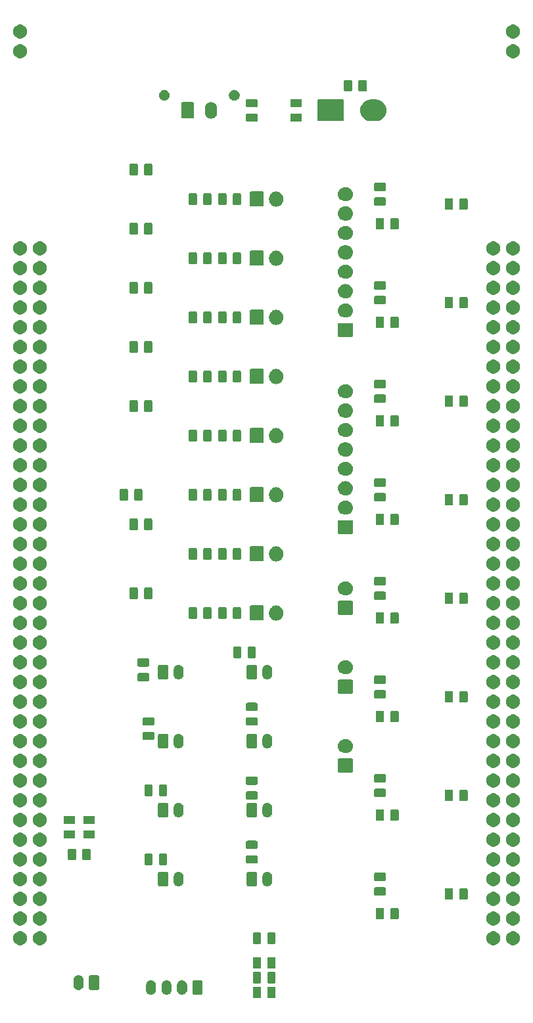
<source format=gbr>
G04 #@! TF.GenerationSoftware,KiCad,Pcbnew,(5.1.5)-3*
G04 #@! TF.CreationDate,2020-02-02T10:17:26+01:00*
G04 #@! TF.ProjectId,shield,73686965-6c64-42e6-9b69-6361645f7063,rev?*
G04 #@! TF.SameCoordinates,Original*
G04 #@! TF.FileFunction,Soldermask,Bot*
G04 #@! TF.FilePolarity,Negative*
%FSLAX46Y46*%
G04 Gerber Fmt 4.6, Leading zero omitted, Abs format (unit mm)*
G04 Created by KiCad (PCBNEW (5.1.5)-3) date 2020-02-02 10:17:26*
%MOMM*%
%LPD*%
G04 APERTURE LIST*
%ADD10C,0.100000*%
G04 APERTURE END LIST*
D10*
G36*
X75936968Y-166258565D02*
G01*
X75975638Y-166270296D01*
X76011277Y-166289346D01*
X76042517Y-166314983D01*
X76068154Y-166346223D01*
X76087204Y-166381862D01*
X76098935Y-166420532D01*
X76103500Y-166466888D01*
X76103500Y-167543112D01*
X76098935Y-167589468D01*
X76087204Y-167628138D01*
X76068154Y-167663777D01*
X76042517Y-167695017D01*
X76011277Y-167720654D01*
X75975638Y-167739704D01*
X75936968Y-167751435D01*
X75890612Y-167756000D01*
X75239388Y-167756000D01*
X75193032Y-167751435D01*
X75154362Y-167739704D01*
X75118723Y-167720654D01*
X75087483Y-167695017D01*
X75061846Y-167663777D01*
X75042796Y-167628138D01*
X75031065Y-167589468D01*
X75026500Y-167543112D01*
X75026500Y-166466888D01*
X75031065Y-166420532D01*
X75042796Y-166381862D01*
X75061846Y-166346223D01*
X75087483Y-166314983D01*
X75118723Y-166289346D01*
X75154362Y-166270296D01*
X75193032Y-166258565D01*
X75239388Y-166254000D01*
X75890612Y-166254000D01*
X75936968Y-166258565D01*
G37*
G36*
X74061968Y-166258565D02*
G01*
X74100638Y-166270296D01*
X74136277Y-166289346D01*
X74167517Y-166314983D01*
X74193154Y-166346223D01*
X74212204Y-166381862D01*
X74223935Y-166420532D01*
X74228500Y-166466888D01*
X74228500Y-167543112D01*
X74223935Y-167589468D01*
X74212204Y-167628138D01*
X74193154Y-167663777D01*
X74167517Y-167695017D01*
X74136277Y-167720654D01*
X74100638Y-167739704D01*
X74061968Y-167751435D01*
X74015612Y-167756000D01*
X73364388Y-167756000D01*
X73318032Y-167751435D01*
X73279362Y-167739704D01*
X73243723Y-167720654D01*
X73212483Y-167695017D01*
X73186846Y-167663777D01*
X73167796Y-167628138D01*
X73156065Y-167589468D01*
X73151500Y-167543112D01*
X73151500Y-166466888D01*
X73156065Y-166420532D01*
X73167796Y-166381862D01*
X73186846Y-166346223D01*
X73212483Y-166314983D01*
X73243723Y-166289346D01*
X73279362Y-166270296D01*
X73318032Y-166258565D01*
X73364388Y-166254000D01*
X74015612Y-166254000D01*
X74061968Y-166258565D01*
G37*
G36*
X62167618Y-165453420D02*
G01*
X62248400Y-165477925D01*
X62290336Y-165490646D01*
X62403425Y-165551094D01*
X62502554Y-165632446D01*
X62583906Y-165731575D01*
X62644354Y-165844664D01*
X62644355Y-165844668D01*
X62681580Y-165967382D01*
X62691000Y-166063027D01*
X62691000Y-166676973D01*
X62681580Y-166772618D01*
X62654040Y-166863404D01*
X62644354Y-166895336D01*
X62583906Y-167008425D01*
X62502554Y-167107553D01*
X62403424Y-167188906D01*
X62290335Y-167249354D01*
X62258403Y-167259040D01*
X62167617Y-167286580D01*
X62040000Y-167299149D01*
X61912382Y-167286580D01*
X61821596Y-167259040D01*
X61789664Y-167249354D01*
X61676575Y-167188906D01*
X61577447Y-167107554D01*
X61496094Y-167008424D01*
X61435646Y-166895335D01*
X61425960Y-166863403D01*
X61398420Y-166772617D01*
X61389000Y-166676972D01*
X61389000Y-166063027D01*
X61398420Y-165967382D01*
X61435109Y-165846435D01*
X61435645Y-165844667D01*
X61481555Y-165758777D01*
X61496095Y-165731574D01*
X61509493Y-165715249D01*
X61577447Y-165632446D01*
X61676576Y-165551094D01*
X61789665Y-165490646D01*
X61831601Y-165477925D01*
X61912383Y-165453420D01*
X62040000Y-165440851D01*
X62167618Y-165453420D01*
G37*
G36*
X60167618Y-165453420D02*
G01*
X60248400Y-165477925D01*
X60290336Y-165490646D01*
X60403425Y-165551094D01*
X60502554Y-165632446D01*
X60583906Y-165731575D01*
X60644354Y-165844664D01*
X60644355Y-165844668D01*
X60681580Y-165967382D01*
X60691000Y-166063027D01*
X60691000Y-166676973D01*
X60681580Y-166772618D01*
X60654040Y-166863404D01*
X60644354Y-166895336D01*
X60583906Y-167008425D01*
X60502554Y-167107553D01*
X60403424Y-167188906D01*
X60290335Y-167249354D01*
X60258403Y-167259040D01*
X60167617Y-167286580D01*
X60040000Y-167299149D01*
X59912382Y-167286580D01*
X59821596Y-167259040D01*
X59789664Y-167249354D01*
X59676575Y-167188906D01*
X59577447Y-167107554D01*
X59496094Y-167008424D01*
X59435646Y-166895335D01*
X59425960Y-166863403D01*
X59398420Y-166772617D01*
X59389000Y-166676972D01*
X59389000Y-166063027D01*
X59398420Y-165967382D01*
X59435109Y-165846435D01*
X59435645Y-165844667D01*
X59481555Y-165758777D01*
X59496095Y-165731574D01*
X59509493Y-165715249D01*
X59577447Y-165632446D01*
X59676576Y-165551094D01*
X59789665Y-165490646D01*
X59831601Y-165477925D01*
X59912383Y-165453420D01*
X60040000Y-165440851D01*
X60167618Y-165453420D01*
G37*
G36*
X64167618Y-165453420D02*
G01*
X64248400Y-165477925D01*
X64290336Y-165490646D01*
X64403425Y-165551094D01*
X64502554Y-165632446D01*
X64583906Y-165731575D01*
X64644354Y-165844664D01*
X64644355Y-165844668D01*
X64681580Y-165967382D01*
X64691000Y-166063027D01*
X64691000Y-166676973D01*
X64681580Y-166772618D01*
X64654040Y-166863404D01*
X64644354Y-166895336D01*
X64583906Y-167008425D01*
X64502554Y-167107553D01*
X64403424Y-167188906D01*
X64290335Y-167249354D01*
X64258403Y-167259040D01*
X64167617Y-167286580D01*
X64040000Y-167299149D01*
X63912382Y-167286580D01*
X63821596Y-167259040D01*
X63789664Y-167249354D01*
X63676575Y-167188906D01*
X63577447Y-167107554D01*
X63496094Y-167008424D01*
X63435646Y-166895335D01*
X63425960Y-166863403D01*
X63398420Y-166772617D01*
X63389000Y-166676972D01*
X63389000Y-166063027D01*
X63398420Y-165967382D01*
X63435109Y-165846435D01*
X63435645Y-165844667D01*
X63481555Y-165758777D01*
X63496095Y-165731574D01*
X63509493Y-165715249D01*
X63577447Y-165632446D01*
X63676576Y-165551094D01*
X63789665Y-165490646D01*
X63831601Y-165477925D01*
X63912383Y-165453420D01*
X64040000Y-165440851D01*
X64167618Y-165453420D01*
G37*
G36*
X66531242Y-165448404D02*
G01*
X66568337Y-165459657D01*
X66602515Y-165477925D01*
X66632481Y-165502519D01*
X66657075Y-165532485D01*
X66675343Y-165566663D01*
X66686596Y-165603758D01*
X66691000Y-165648474D01*
X66691000Y-167091526D01*
X66686596Y-167136242D01*
X66675343Y-167173337D01*
X66657075Y-167207515D01*
X66632481Y-167237481D01*
X66602515Y-167262075D01*
X66568337Y-167280343D01*
X66531242Y-167291596D01*
X66486526Y-167296000D01*
X65593474Y-167296000D01*
X65548758Y-167291596D01*
X65511663Y-167280343D01*
X65477485Y-167262075D01*
X65447519Y-167237481D01*
X65422925Y-167207515D01*
X65404657Y-167173337D01*
X65393404Y-167136242D01*
X65389000Y-167091526D01*
X65389000Y-165648474D01*
X65393404Y-165603758D01*
X65404657Y-165566663D01*
X65422925Y-165532485D01*
X65447519Y-165502519D01*
X65477485Y-165477925D01*
X65511663Y-165459657D01*
X65548758Y-165448404D01*
X65593474Y-165444000D01*
X66486526Y-165444000D01*
X66531242Y-165448404D01*
G37*
G36*
X50832618Y-164793420D02*
G01*
X50913400Y-164817925D01*
X50955336Y-164830646D01*
X51068425Y-164891094D01*
X51167554Y-164972446D01*
X51248906Y-165071575D01*
X51309354Y-165184664D01*
X51309355Y-165184668D01*
X51346580Y-165307382D01*
X51356000Y-165403027D01*
X51356000Y-166066973D01*
X51346580Y-166162618D01*
X51319040Y-166253404D01*
X51309354Y-166285336D01*
X51248906Y-166398425D01*
X51167554Y-166497553D01*
X51068424Y-166578906D01*
X50955335Y-166639354D01*
X50923403Y-166649040D01*
X50832617Y-166676580D01*
X50705000Y-166689149D01*
X50577382Y-166676580D01*
X50486596Y-166649040D01*
X50454664Y-166639354D01*
X50341575Y-166578906D01*
X50242447Y-166497554D01*
X50161094Y-166398424D01*
X50100646Y-166285335D01*
X50090960Y-166253403D01*
X50063420Y-166162617D01*
X50054000Y-166066972D01*
X50054000Y-165403027D01*
X50063420Y-165307382D01*
X50100645Y-165184668D01*
X50100645Y-165184667D01*
X50161096Y-165071573D01*
X50242447Y-164972446D01*
X50341576Y-164891094D01*
X50454665Y-164830646D01*
X50496601Y-164817925D01*
X50577383Y-164793420D01*
X50705000Y-164780851D01*
X50832618Y-164793420D01*
G37*
G36*
X53196242Y-164788404D02*
G01*
X53233337Y-164799657D01*
X53267515Y-164817925D01*
X53297481Y-164842519D01*
X53322075Y-164872485D01*
X53340343Y-164906663D01*
X53351596Y-164943758D01*
X53356000Y-164988474D01*
X53356000Y-166481526D01*
X53351596Y-166526242D01*
X53340343Y-166563337D01*
X53322075Y-166597515D01*
X53297481Y-166627481D01*
X53267515Y-166652075D01*
X53233337Y-166670343D01*
X53196242Y-166681596D01*
X53151526Y-166686000D01*
X52258474Y-166686000D01*
X52213758Y-166681596D01*
X52176663Y-166670343D01*
X52142485Y-166652075D01*
X52112519Y-166627481D01*
X52087925Y-166597515D01*
X52069657Y-166563337D01*
X52058404Y-166526242D01*
X52054000Y-166481526D01*
X52054000Y-164988474D01*
X52058404Y-164943758D01*
X52069657Y-164906663D01*
X52087925Y-164872485D01*
X52112519Y-164842519D01*
X52142485Y-164817925D01*
X52176663Y-164799657D01*
X52213758Y-164788404D01*
X52258474Y-164784000D01*
X53151526Y-164784000D01*
X53196242Y-164788404D01*
G37*
G36*
X75936968Y-164353565D02*
G01*
X75975638Y-164365296D01*
X76011277Y-164384346D01*
X76042517Y-164409983D01*
X76068154Y-164441223D01*
X76087204Y-164476862D01*
X76098935Y-164515532D01*
X76103500Y-164561888D01*
X76103500Y-165638112D01*
X76098935Y-165684468D01*
X76087204Y-165723138D01*
X76068154Y-165758777D01*
X76042517Y-165790017D01*
X76011277Y-165815654D01*
X75975638Y-165834704D01*
X75936968Y-165846435D01*
X75890612Y-165851000D01*
X75239388Y-165851000D01*
X75193032Y-165846435D01*
X75154362Y-165834704D01*
X75118723Y-165815654D01*
X75087483Y-165790017D01*
X75061846Y-165758777D01*
X75042796Y-165723138D01*
X75031065Y-165684468D01*
X75026500Y-165638112D01*
X75026500Y-164561888D01*
X75031065Y-164515532D01*
X75042796Y-164476862D01*
X75061846Y-164441223D01*
X75087483Y-164409983D01*
X75118723Y-164384346D01*
X75154362Y-164365296D01*
X75193032Y-164353565D01*
X75239388Y-164349000D01*
X75890612Y-164349000D01*
X75936968Y-164353565D01*
G37*
G36*
X74061968Y-164353565D02*
G01*
X74100638Y-164365296D01*
X74136277Y-164384346D01*
X74167517Y-164409983D01*
X74193154Y-164441223D01*
X74212204Y-164476862D01*
X74223935Y-164515532D01*
X74228500Y-164561888D01*
X74228500Y-165638112D01*
X74223935Y-165684468D01*
X74212204Y-165723138D01*
X74193154Y-165758777D01*
X74167517Y-165790017D01*
X74136277Y-165815654D01*
X74100638Y-165834704D01*
X74061968Y-165846435D01*
X74015612Y-165851000D01*
X73364388Y-165851000D01*
X73318032Y-165846435D01*
X73279362Y-165834704D01*
X73243723Y-165815654D01*
X73212483Y-165790017D01*
X73186846Y-165758777D01*
X73167796Y-165723138D01*
X73156065Y-165684468D01*
X73151500Y-165638112D01*
X73151500Y-164561888D01*
X73156065Y-164515532D01*
X73167796Y-164476862D01*
X73186846Y-164441223D01*
X73212483Y-164409983D01*
X73243723Y-164384346D01*
X73279362Y-164365296D01*
X73318032Y-164353565D01*
X73364388Y-164349000D01*
X74015612Y-164349000D01*
X74061968Y-164353565D01*
G37*
G36*
X74061968Y-162448565D02*
G01*
X74100638Y-162460296D01*
X74136277Y-162479346D01*
X74167517Y-162504983D01*
X74193154Y-162536223D01*
X74212204Y-162571862D01*
X74223935Y-162610532D01*
X74228500Y-162656888D01*
X74228500Y-163733112D01*
X74223935Y-163779468D01*
X74212204Y-163818138D01*
X74193154Y-163853777D01*
X74167517Y-163885017D01*
X74136277Y-163910654D01*
X74100638Y-163929704D01*
X74061968Y-163941435D01*
X74015612Y-163946000D01*
X73364388Y-163946000D01*
X73318032Y-163941435D01*
X73279362Y-163929704D01*
X73243723Y-163910654D01*
X73212483Y-163885017D01*
X73186846Y-163853777D01*
X73167796Y-163818138D01*
X73156065Y-163779468D01*
X73151500Y-163733112D01*
X73151500Y-162656888D01*
X73156065Y-162610532D01*
X73167796Y-162571862D01*
X73186846Y-162536223D01*
X73212483Y-162504983D01*
X73243723Y-162479346D01*
X73279362Y-162460296D01*
X73318032Y-162448565D01*
X73364388Y-162444000D01*
X74015612Y-162444000D01*
X74061968Y-162448565D01*
G37*
G36*
X75936968Y-162448565D02*
G01*
X75975638Y-162460296D01*
X76011277Y-162479346D01*
X76042517Y-162504983D01*
X76068154Y-162536223D01*
X76087204Y-162571862D01*
X76098935Y-162610532D01*
X76103500Y-162656888D01*
X76103500Y-163733112D01*
X76098935Y-163779468D01*
X76087204Y-163818138D01*
X76068154Y-163853777D01*
X76042517Y-163885017D01*
X76011277Y-163910654D01*
X75975638Y-163929704D01*
X75936968Y-163941435D01*
X75890612Y-163946000D01*
X75239388Y-163946000D01*
X75193032Y-163941435D01*
X75154362Y-163929704D01*
X75118723Y-163910654D01*
X75087483Y-163885017D01*
X75061846Y-163853777D01*
X75042796Y-163818138D01*
X75031065Y-163779468D01*
X75026500Y-163733112D01*
X75026500Y-162656888D01*
X75031065Y-162610532D01*
X75042796Y-162571862D01*
X75061846Y-162536223D01*
X75087483Y-162504983D01*
X75118723Y-162479346D01*
X75154362Y-162460296D01*
X75193032Y-162448565D01*
X75239388Y-162444000D01*
X75890612Y-162444000D01*
X75936968Y-162448565D01*
G37*
G36*
X45833512Y-159123927D02*
G01*
X45982812Y-159153624D01*
X46146784Y-159221544D01*
X46294354Y-159320147D01*
X46419853Y-159445646D01*
X46518456Y-159593216D01*
X46586376Y-159757188D01*
X46621000Y-159931259D01*
X46621000Y-160108741D01*
X46586376Y-160282812D01*
X46518456Y-160446784D01*
X46419853Y-160594354D01*
X46294354Y-160719853D01*
X46146784Y-160818456D01*
X45982812Y-160886376D01*
X45833512Y-160916073D01*
X45808742Y-160921000D01*
X45631258Y-160921000D01*
X45606488Y-160916073D01*
X45457188Y-160886376D01*
X45293216Y-160818456D01*
X45145646Y-160719853D01*
X45020147Y-160594354D01*
X44921544Y-160446784D01*
X44853624Y-160282812D01*
X44819000Y-160108741D01*
X44819000Y-159931259D01*
X44853624Y-159757188D01*
X44921544Y-159593216D01*
X45020147Y-159445646D01*
X45145646Y-159320147D01*
X45293216Y-159221544D01*
X45457188Y-159153624D01*
X45606488Y-159123927D01*
X45631258Y-159119000D01*
X45808742Y-159119000D01*
X45833512Y-159123927D01*
G37*
G36*
X104253512Y-159123927D02*
G01*
X104402812Y-159153624D01*
X104566784Y-159221544D01*
X104714354Y-159320147D01*
X104839853Y-159445646D01*
X104938456Y-159593216D01*
X105006376Y-159757188D01*
X105041000Y-159931259D01*
X105041000Y-160108741D01*
X105006376Y-160282812D01*
X104938456Y-160446784D01*
X104839853Y-160594354D01*
X104714354Y-160719853D01*
X104566784Y-160818456D01*
X104402812Y-160886376D01*
X104253512Y-160916073D01*
X104228742Y-160921000D01*
X104051258Y-160921000D01*
X104026488Y-160916073D01*
X103877188Y-160886376D01*
X103713216Y-160818456D01*
X103565646Y-160719853D01*
X103440147Y-160594354D01*
X103341544Y-160446784D01*
X103273624Y-160282812D01*
X103239000Y-160108741D01*
X103239000Y-159931259D01*
X103273624Y-159757188D01*
X103341544Y-159593216D01*
X103440147Y-159445646D01*
X103565646Y-159320147D01*
X103713216Y-159221544D01*
X103877188Y-159153624D01*
X104026488Y-159123927D01*
X104051258Y-159119000D01*
X104228742Y-159119000D01*
X104253512Y-159123927D01*
G37*
G36*
X106793512Y-159123927D02*
G01*
X106942812Y-159153624D01*
X107106784Y-159221544D01*
X107254354Y-159320147D01*
X107379853Y-159445646D01*
X107478456Y-159593216D01*
X107546376Y-159757188D01*
X107581000Y-159931259D01*
X107581000Y-160108741D01*
X107546376Y-160282812D01*
X107478456Y-160446784D01*
X107379853Y-160594354D01*
X107254354Y-160719853D01*
X107106784Y-160818456D01*
X106942812Y-160886376D01*
X106793512Y-160916073D01*
X106768742Y-160921000D01*
X106591258Y-160921000D01*
X106566488Y-160916073D01*
X106417188Y-160886376D01*
X106253216Y-160818456D01*
X106105646Y-160719853D01*
X105980147Y-160594354D01*
X105881544Y-160446784D01*
X105813624Y-160282812D01*
X105779000Y-160108741D01*
X105779000Y-159931259D01*
X105813624Y-159757188D01*
X105881544Y-159593216D01*
X105980147Y-159445646D01*
X106105646Y-159320147D01*
X106253216Y-159221544D01*
X106417188Y-159153624D01*
X106566488Y-159123927D01*
X106591258Y-159119000D01*
X106768742Y-159119000D01*
X106793512Y-159123927D01*
G37*
G36*
X43293512Y-159123927D02*
G01*
X43442812Y-159153624D01*
X43606784Y-159221544D01*
X43754354Y-159320147D01*
X43879853Y-159445646D01*
X43978456Y-159593216D01*
X44046376Y-159757188D01*
X44081000Y-159931259D01*
X44081000Y-160108741D01*
X44046376Y-160282812D01*
X43978456Y-160446784D01*
X43879853Y-160594354D01*
X43754354Y-160719853D01*
X43606784Y-160818456D01*
X43442812Y-160886376D01*
X43293512Y-160916073D01*
X43268742Y-160921000D01*
X43091258Y-160921000D01*
X43066488Y-160916073D01*
X42917188Y-160886376D01*
X42753216Y-160818456D01*
X42605646Y-160719853D01*
X42480147Y-160594354D01*
X42381544Y-160446784D01*
X42313624Y-160282812D01*
X42279000Y-160108741D01*
X42279000Y-159931259D01*
X42313624Y-159757188D01*
X42381544Y-159593216D01*
X42480147Y-159445646D01*
X42605646Y-159320147D01*
X42753216Y-159221544D01*
X42917188Y-159153624D01*
X43066488Y-159123927D01*
X43091258Y-159119000D01*
X43268742Y-159119000D01*
X43293512Y-159123927D01*
G37*
G36*
X75936968Y-159273565D02*
G01*
X75975638Y-159285296D01*
X76011277Y-159304346D01*
X76042517Y-159329983D01*
X76068154Y-159361223D01*
X76087204Y-159396862D01*
X76098935Y-159435532D01*
X76103500Y-159481888D01*
X76103500Y-160558112D01*
X76098935Y-160604468D01*
X76087204Y-160643138D01*
X76068154Y-160678777D01*
X76042517Y-160710017D01*
X76011277Y-160735654D01*
X75975638Y-160754704D01*
X75936968Y-160766435D01*
X75890612Y-160771000D01*
X75239388Y-160771000D01*
X75193032Y-160766435D01*
X75154362Y-160754704D01*
X75118723Y-160735654D01*
X75087483Y-160710017D01*
X75061846Y-160678777D01*
X75042796Y-160643138D01*
X75031065Y-160604468D01*
X75026500Y-160558112D01*
X75026500Y-159481888D01*
X75031065Y-159435532D01*
X75042796Y-159396862D01*
X75061846Y-159361223D01*
X75087483Y-159329983D01*
X75118723Y-159304346D01*
X75154362Y-159285296D01*
X75193032Y-159273565D01*
X75239388Y-159269000D01*
X75890612Y-159269000D01*
X75936968Y-159273565D01*
G37*
G36*
X74061968Y-159273565D02*
G01*
X74100638Y-159285296D01*
X74136277Y-159304346D01*
X74167517Y-159329983D01*
X74193154Y-159361223D01*
X74212204Y-159396862D01*
X74223935Y-159435532D01*
X74228500Y-159481888D01*
X74228500Y-160558112D01*
X74223935Y-160604468D01*
X74212204Y-160643138D01*
X74193154Y-160678777D01*
X74167517Y-160710017D01*
X74136277Y-160735654D01*
X74100638Y-160754704D01*
X74061968Y-160766435D01*
X74015612Y-160771000D01*
X73364388Y-160771000D01*
X73318032Y-160766435D01*
X73279362Y-160754704D01*
X73243723Y-160735654D01*
X73212483Y-160710017D01*
X73186846Y-160678777D01*
X73167796Y-160643138D01*
X73156065Y-160604468D01*
X73151500Y-160558112D01*
X73151500Y-159481888D01*
X73156065Y-159435532D01*
X73167796Y-159396862D01*
X73186846Y-159361223D01*
X73212483Y-159329983D01*
X73243723Y-159304346D01*
X73279362Y-159285296D01*
X73318032Y-159273565D01*
X73364388Y-159269000D01*
X74015612Y-159269000D01*
X74061968Y-159273565D01*
G37*
G36*
X43293512Y-156583927D02*
G01*
X43442812Y-156613624D01*
X43606784Y-156681544D01*
X43754354Y-156780147D01*
X43879853Y-156905646D01*
X43978456Y-157053216D01*
X44046376Y-157217188D01*
X44081000Y-157391259D01*
X44081000Y-157568741D01*
X44046376Y-157742812D01*
X43978456Y-157906784D01*
X43879853Y-158054354D01*
X43754354Y-158179853D01*
X43606784Y-158278456D01*
X43442812Y-158346376D01*
X43293512Y-158376073D01*
X43268742Y-158381000D01*
X43091258Y-158381000D01*
X43066488Y-158376073D01*
X42917188Y-158346376D01*
X42753216Y-158278456D01*
X42605646Y-158179853D01*
X42480147Y-158054354D01*
X42381544Y-157906784D01*
X42313624Y-157742812D01*
X42279000Y-157568741D01*
X42279000Y-157391259D01*
X42313624Y-157217188D01*
X42381544Y-157053216D01*
X42480147Y-156905646D01*
X42605646Y-156780147D01*
X42753216Y-156681544D01*
X42917188Y-156613624D01*
X43066488Y-156583927D01*
X43091258Y-156579000D01*
X43268742Y-156579000D01*
X43293512Y-156583927D01*
G37*
G36*
X45833512Y-156583927D02*
G01*
X45982812Y-156613624D01*
X46146784Y-156681544D01*
X46294354Y-156780147D01*
X46419853Y-156905646D01*
X46518456Y-157053216D01*
X46586376Y-157217188D01*
X46621000Y-157391259D01*
X46621000Y-157568741D01*
X46586376Y-157742812D01*
X46518456Y-157906784D01*
X46419853Y-158054354D01*
X46294354Y-158179853D01*
X46146784Y-158278456D01*
X45982812Y-158346376D01*
X45833512Y-158376073D01*
X45808742Y-158381000D01*
X45631258Y-158381000D01*
X45606488Y-158376073D01*
X45457188Y-158346376D01*
X45293216Y-158278456D01*
X45145646Y-158179853D01*
X45020147Y-158054354D01*
X44921544Y-157906784D01*
X44853624Y-157742812D01*
X44819000Y-157568741D01*
X44819000Y-157391259D01*
X44853624Y-157217188D01*
X44921544Y-157053216D01*
X45020147Y-156905646D01*
X45145646Y-156780147D01*
X45293216Y-156681544D01*
X45457188Y-156613624D01*
X45606488Y-156583927D01*
X45631258Y-156579000D01*
X45808742Y-156579000D01*
X45833512Y-156583927D01*
G37*
G36*
X106793512Y-156583927D02*
G01*
X106942812Y-156613624D01*
X107106784Y-156681544D01*
X107254354Y-156780147D01*
X107379853Y-156905646D01*
X107478456Y-157053216D01*
X107546376Y-157217188D01*
X107581000Y-157391259D01*
X107581000Y-157568741D01*
X107546376Y-157742812D01*
X107478456Y-157906784D01*
X107379853Y-158054354D01*
X107254354Y-158179853D01*
X107106784Y-158278456D01*
X106942812Y-158346376D01*
X106793512Y-158376073D01*
X106768742Y-158381000D01*
X106591258Y-158381000D01*
X106566488Y-158376073D01*
X106417188Y-158346376D01*
X106253216Y-158278456D01*
X106105646Y-158179853D01*
X105980147Y-158054354D01*
X105881544Y-157906784D01*
X105813624Y-157742812D01*
X105779000Y-157568741D01*
X105779000Y-157391259D01*
X105813624Y-157217188D01*
X105881544Y-157053216D01*
X105980147Y-156905646D01*
X106105646Y-156780147D01*
X106253216Y-156681544D01*
X106417188Y-156613624D01*
X106566488Y-156583927D01*
X106591258Y-156579000D01*
X106768742Y-156579000D01*
X106793512Y-156583927D01*
G37*
G36*
X104253512Y-156583927D02*
G01*
X104402812Y-156613624D01*
X104566784Y-156681544D01*
X104714354Y-156780147D01*
X104839853Y-156905646D01*
X104938456Y-157053216D01*
X105006376Y-157217188D01*
X105041000Y-157391259D01*
X105041000Y-157568741D01*
X105006376Y-157742812D01*
X104938456Y-157906784D01*
X104839853Y-158054354D01*
X104714354Y-158179853D01*
X104566784Y-158278456D01*
X104402812Y-158346376D01*
X104253512Y-158376073D01*
X104228742Y-158381000D01*
X104051258Y-158381000D01*
X104026488Y-158376073D01*
X103877188Y-158346376D01*
X103713216Y-158278456D01*
X103565646Y-158179853D01*
X103440147Y-158054354D01*
X103341544Y-157906784D01*
X103273624Y-157742812D01*
X103239000Y-157568741D01*
X103239000Y-157391259D01*
X103273624Y-157217188D01*
X103341544Y-157053216D01*
X103440147Y-156905646D01*
X103565646Y-156780147D01*
X103713216Y-156681544D01*
X103877188Y-156613624D01*
X104026488Y-156583927D01*
X104051258Y-156579000D01*
X104228742Y-156579000D01*
X104253512Y-156583927D01*
G37*
G36*
X89906968Y-156098565D02*
G01*
X89945638Y-156110296D01*
X89981277Y-156129346D01*
X90012517Y-156154983D01*
X90038154Y-156186223D01*
X90057204Y-156221862D01*
X90068935Y-156260532D01*
X90073500Y-156306888D01*
X90073500Y-157383112D01*
X90068935Y-157429468D01*
X90057204Y-157468138D01*
X90038154Y-157503777D01*
X90012517Y-157535017D01*
X89981277Y-157560654D01*
X89945638Y-157579704D01*
X89906968Y-157591435D01*
X89860612Y-157596000D01*
X89209388Y-157596000D01*
X89163032Y-157591435D01*
X89124362Y-157579704D01*
X89088723Y-157560654D01*
X89057483Y-157535017D01*
X89031846Y-157503777D01*
X89012796Y-157468138D01*
X89001065Y-157429468D01*
X88996500Y-157383112D01*
X88996500Y-156306888D01*
X89001065Y-156260532D01*
X89012796Y-156221862D01*
X89031846Y-156186223D01*
X89057483Y-156154983D01*
X89088723Y-156129346D01*
X89124362Y-156110296D01*
X89163032Y-156098565D01*
X89209388Y-156094000D01*
X89860612Y-156094000D01*
X89906968Y-156098565D01*
G37*
G36*
X91781968Y-156098565D02*
G01*
X91820638Y-156110296D01*
X91856277Y-156129346D01*
X91887517Y-156154983D01*
X91913154Y-156186223D01*
X91932204Y-156221862D01*
X91943935Y-156260532D01*
X91948500Y-156306888D01*
X91948500Y-157383112D01*
X91943935Y-157429468D01*
X91932204Y-157468138D01*
X91913154Y-157503777D01*
X91887517Y-157535017D01*
X91856277Y-157560654D01*
X91820638Y-157579704D01*
X91781968Y-157591435D01*
X91735612Y-157596000D01*
X91084388Y-157596000D01*
X91038032Y-157591435D01*
X90999362Y-157579704D01*
X90963723Y-157560654D01*
X90932483Y-157535017D01*
X90906846Y-157503777D01*
X90887796Y-157468138D01*
X90876065Y-157429468D01*
X90871500Y-157383112D01*
X90871500Y-156306888D01*
X90876065Y-156260532D01*
X90887796Y-156221862D01*
X90906846Y-156186223D01*
X90932483Y-156154983D01*
X90963723Y-156129346D01*
X90999362Y-156110296D01*
X91038032Y-156098565D01*
X91084388Y-156094000D01*
X91735612Y-156094000D01*
X91781968Y-156098565D01*
G37*
G36*
X106793512Y-154043927D02*
G01*
X106942812Y-154073624D01*
X107106784Y-154141544D01*
X107254354Y-154240147D01*
X107379853Y-154365646D01*
X107478456Y-154513216D01*
X107546376Y-154677188D01*
X107581000Y-154851259D01*
X107581000Y-155028741D01*
X107546376Y-155202812D01*
X107478456Y-155366784D01*
X107379853Y-155514354D01*
X107254354Y-155639853D01*
X107106784Y-155738456D01*
X106942812Y-155806376D01*
X106793512Y-155836073D01*
X106768742Y-155841000D01*
X106591258Y-155841000D01*
X106566488Y-155836073D01*
X106417188Y-155806376D01*
X106253216Y-155738456D01*
X106105646Y-155639853D01*
X105980147Y-155514354D01*
X105881544Y-155366784D01*
X105813624Y-155202812D01*
X105779000Y-155028741D01*
X105779000Y-154851259D01*
X105813624Y-154677188D01*
X105881544Y-154513216D01*
X105980147Y-154365646D01*
X106105646Y-154240147D01*
X106253216Y-154141544D01*
X106417188Y-154073624D01*
X106566488Y-154043927D01*
X106591258Y-154039000D01*
X106768742Y-154039000D01*
X106793512Y-154043927D01*
G37*
G36*
X43293512Y-154043927D02*
G01*
X43442812Y-154073624D01*
X43606784Y-154141544D01*
X43754354Y-154240147D01*
X43879853Y-154365646D01*
X43978456Y-154513216D01*
X44046376Y-154677188D01*
X44081000Y-154851259D01*
X44081000Y-155028741D01*
X44046376Y-155202812D01*
X43978456Y-155366784D01*
X43879853Y-155514354D01*
X43754354Y-155639853D01*
X43606784Y-155738456D01*
X43442812Y-155806376D01*
X43293512Y-155836073D01*
X43268742Y-155841000D01*
X43091258Y-155841000D01*
X43066488Y-155836073D01*
X42917188Y-155806376D01*
X42753216Y-155738456D01*
X42605646Y-155639853D01*
X42480147Y-155514354D01*
X42381544Y-155366784D01*
X42313624Y-155202812D01*
X42279000Y-155028741D01*
X42279000Y-154851259D01*
X42313624Y-154677188D01*
X42381544Y-154513216D01*
X42480147Y-154365646D01*
X42605646Y-154240147D01*
X42753216Y-154141544D01*
X42917188Y-154073624D01*
X43066488Y-154043927D01*
X43091258Y-154039000D01*
X43268742Y-154039000D01*
X43293512Y-154043927D01*
G37*
G36*
X104253512Y-154043927D02*
G01*
X104402812Y-154073624D01*
X104566784Y-154141544D01*
X104714354Y-154240147D01*
X104839853Y-154365646D01*
X104938456Y-154513216D01*
X105006376Y-154677188D01*
X105041000Y-154851259D01*
X105041000Y-155028741D01*
X105006376Y-155202812D01*
X104938456Y-155366784D01*
X104839853Y-155514354D01*
X104714354Y-155639853D01*
X104566784Y-155738456D01*
X104402812Y-155806376D01*
X104253512Y-155836073D01*
X104228742Y-155841000D01*
X104051258Y-155841000D01*
X104026488Y-155836073D01*
X103877188Y-155806376D01*
X103713216Y-155738456D01*
X103565646Y-155639853D01*
X103440147Y-155514354D01*
X103341544Y-155366784D01*
X103273624Y-155202812D01*
X103239000Y-155028741D01*
X103239000Y-154851259D01*
X103273624Y-154677188D01*
X103341544Y-154513216D01*
X103440147Y-154365646D01*
X103565646Y-154240147D01*
X103713216Y-154141544D01*
X103877188Y-154073624D01*
X104026488Y-154043927D01*
X104051258Y-154039000D01*
X104228742Y-154039000D01*
X104253512Y-154043927D01*
G37*
G36*
X45833512Y-154043927D02*
G01*
X45982812Y-154073624D01*
X46146784Y-154141544D01*
X46294354Y-154240147D01*
X46419853Y-154365646D01*
X46518456Y-154513216D01*
X46586376Y-154677188D01*
X46621000Y-154851259D01*
X46621000Y-155028741D01*
X46586376Y-155202812D01*
X46518456Y-155366784D01*
X46419853Y-155514354D01*
X46294354Y-155639853D01*
X46146784Y-155738456D01*
X45982812Y-155806376D01*
X45833512Y-155836073D01*
X45808742Y-155841000D01*
X45631258Y-155841000D01*
X45606488Y-155836073D01*
X45457188Y-155806376D01*
X45293216Y-155738456D01*
X45145646Y-155639853D01*
X45020147Y-155514354D01*
X44921544Y-155366784D01*
X44853624Y-155202812D01*
X44819000Y-155028741D01*
X44819000Y-154851259D01*
X44853624Y-154677188D01*
X44921544Y-154513216D01*
X45020147Y-154365646D01*
X45145646Y-154240147D01*
X45293216Y-154141544D01*
X45457188Y-154073624D01*
X45606488Y-154043927D01*
X45631258Y-154039000D01*
X45808742Y-154039000D01*
X45833512Y-154043927D01*
G37*
G36*
X100671968Y-153558565D02*
G01*
X100710638Y-153570296D01*
X100746277Y-153589346D01*
X100777517Y-153614983D01*
X100803154Y-153646223D01*
X100822204Y-153681862D01*
X100833935Y-153720532D01*
X100838500Y-153766888D01*
X100838500Y-154843112D01*
X100833935Y-154889468D01*
X100822204Y-154928138D01*
X100803154Y-154963777D01*
X100777517Y-154995017D01*
X100746277Y-155020654D01*
X100710638Y-155039704D01*
X100671968Y-155051435D01*
X100625612Y-155056000D01*
X99974388Y-155056000D01*
X99928032Y-155051435D01*
X99889362Y-155039704D01*
X99853723Y-155020654D01*
X99822483Y-154995017D01*
X99796846Y-154963777D01*
X99777796Y-154928138D01*
X99766065Y-154889468D01*
X99761500Y-154843112D01*
X99761500Y-153766888D01*
X99766065Y-153720532D01*
X99777796Y-153681862D01*
X99796846Y-153646223D01*
X99822483Y-153614983D01*
X99853723Y-153589346D01*
X99889362Y-153570296D01*
X99928032Y-153558565D01*
X99974388Y-153554000D01*
X100625612Y-153554000D01*
X100671968Y-153558565D01*
G37*
G36*
X98796968Y-153558565D02*
G01*
X98835638Y-153570296D01*
X98871277Y-153589346D01*
X98902517Y-153614983D01*
X98928154Y-153646223D01*
X98947204Y-153681862D01*
X98958935Y-153720532D01*
X98963500Y-153766888D01*
X98963500Y-154843112D01*
X98958935Y-154889468D01*
X98947204Y-154928138D01*
X98928154Y-154963777D01*
X98902517Y-154995017D01*
X98871277Y-155020654D01*
X98835638Y-155039704D01*
X98796968Y-155051435D01*
X98750612Y-155056000D01*
X98099388Y-155056000D01*
X98053032Y-155051435D01*
X98014362Y-155039704D01*
X97978723Y-155020654D01*
X97947483Y-154995017D01*
X97921846Y-154963777D01*
X97902796Y-154928138D01*
X97891065Y-154889468D01*
X97886500Y-154843112D01*
X97886500Y-153766888D01*
X97891065Y-153720532D01*
X97902796Y-153681862D01*
X97921846Y-153646223D01*
X97947483Y-153614983D01*
X97978723Y-153589346D01*
X98014362Y-153570296D01*
X98053032Y-153558565D01*
X98099388Y-153554000D01*
X98750612Y-153554000D01*
X98796968Y-153558565D01*
G37*
G36*
X90119468Y-153438565D02*
G01*
X90158138Y-153450296D01*
X90193777Y-153469346D01*
X90225017Y-153494983D01*
X90250654Y-153526223D01*
X90269704Y-153561862D01*
X90281435Y-153600532D01*
X90286000Y-153646888D01*
X90286000Y-154298112D01*
X90281435Y-154344468D01*
X90269704Y-154383138D01*
X90250654Y-154418777D01*
X90225017Y-154450017D01*
X90193777Y-154475654D01*
X90158138Y-154494704D01*
X90119468Y-154506435D01*
X90073112Y-154511000D01*
X88996888Y-154511000D01*
X88950532Y-154506435D01*
X88911862Y-154494704D01*
X88876223Y-154475654D01*
X88844983Y-154450017D01*
X88819346Y-154418777D01*
X88800296Y-154383138D01*
X88788565Y-154344468D01*
X88784000Y-154298112D01*
X88784000Y-153646888D01*
X88788565Y-153600532D01*
X88800296Y-153561862D01*
X88819346Y-153526223D01*
X88844983Y-153494983D01*
X88876223Y-153469346D01*
X88911862Y-153450296D01*
X88950532Y-153438565D01*
X88996888Y-153434000D01*
X90073112Y-153434000D01*
X90119468Y-153438565D01*
G37*
G36*
X63722617Y-151483420D02*
G01*
X63803399Y-151507925D01*
X63845335Y-151520646D01*
X63958424Y-151581094D01*
X64057554Y-151662447D01*
X64138906Y-151761575D01*
X64199354Y-151874664D01*
X64209040Y-151906596D01*
X64236580Y-151997382D01*
X64246000Y-152093027D01*
X64246000Y-152706973D01*
X64236580Y-152802618D01*
X64229249Y-152826784D01*
X64199354Y-152925336D01*
X64138906Y-153038425D01*
X64057554Y-153137554D01*
X63958425Y-153218906D01*
X63845336Y-153279354D01*
X63813404Y-153289040D01*
X63722618Y-153316580D01*
X63595000Y-153329149D01*
X63467383Y-153316580D01*
X63376597Y-153289040D01*
X63344665Y-153279354D01*
X63231576Y-153218906D01*
X63132447Y-153137554D01*
X63051096Y-153038427D01*
X63051095Y-153038425D01*
X62990647Y-152925336D01*
X62990645Y-152925333D01*
X62960751Y-152826784D01*
X62953420Y-152802618D01*
X62944000Y-152706973D01*
X62944000Y-152093028D01*
X62953420Y-151997383D01*
X62990645Y-151874669D01*
X62990646Y-151874665D01*
X63051094Y-151761576D01*
X63132447Y-151662446D01*
X63231575Y-151581094D01*
X63344664Y-151520646D01*
X63386600Y-151507925D01*
X63467382Y-151483420D01*
X63595000Y-151470851D01*
X63722617Y-151483420D01*
G37*
G36*
X75152617Y-151483420D02*
G01*
X75233399Y-151507925D01*
X75275335Y-151520646D01*
X75388424Y-151581094D01*
X75487554Y-151662447D01*
X75568906Y-151761575D01*
X75629354Y-151874664D01*
X75639040Y-151906596D01*
X75666580Y-151997382D01*
X75676000Y-152093027D01*
X75676000Y-152706973D01*
X75666580Y-152802618D01*
X75659249Y-152826784D01*
X75629354Y-152925336D01*
X75568906Y-153038425D01*
X75487554Y-153137554D01*
X75388425Y-153218906D01*
X75275336Y-153279354D01*
X75243404Y-153289040D01*
X75152618Y-153316580D01*
X75025000Y-153329149D01*
X74897383Y-153316580D01*
X74806597Y-153289040D01*
X74774665Y-153279354D01*
X74661576Y-153218906D01*
X74562447Y-153137554D01*
X74481096Y-153038427D01*
X74481095Y-153038425D01*
X74420647Y-152925336D01*
X74420645Y-152925333D01*
X74390751Y-152826784D01*
X74383420Y-152802618D01*
X74374000Y-152706973D01*
X74374000Y-152093028D01*
X74383420Y-151997383D01*
X74420645Y-151874669D01*
X74420646Y-151874665D01*
X74481094Y-151761576D01*
X74562447Y-151662446D01*
X74661575Y-151581094D01*
X74774664Y-151520646D01*
X74816600Y-151507925D01*
X74897382Y-151483420D01*
X75025000Y-151470851D01*
X75152617Y-151483420D01*
G37*
G36*
X62086242Y-151478404D02*
G01*
X62123337Y-151489657D01*
X62157515Y-151507925D01*
X62187481Y-151532519D01*
X62212075Y-151562485D01*
X62230343Y-151596663D01*
X62241596Y-151633758D01*
X62246000Y-151678474D01*
X62246000Y-153121526D01*
X62241596Y-153166242D01*
X62230343Y-153203337D01*
X62212075Y-153237515D01*
X62187481Y-153267481D01*
X62157515Y-153292075D01*
X62123337Y-153310343D01*
X62086242Y-153321596D01*
X62041526Y-153326000D01*
X61148474Y-153326000D01*
X61103758Y-153321596D01*
X61066663Y-153310343D01*
X61032485Y-153292075D01*
X61002519Y-153267481D01*
X60977925Y-153237515D01*
X60959657Y-153203337D01*
X60948404Y-153166242D01*
X60944000Y-153121526D01*
X60944000Y-151678474D01*
X60948404Y-151633758D01*
X60959657Y-151596663D01*
X60977925Y-151562485D01*
X61002519Y-151532519D01*
X61032485Y-151507925D01*
X61066663Y-151489657D01*
X61103758Y-151478404D01*
X61148474Y-151474000D01*
X62041526Y-151474000D01*
X62086242Y-151478404D01*
G37*
G36*
X73516242Y-151478404D02*
G01*
X73553337Y-151489657D01*
X73587515Y-151507925D01*
X73617481Y-151532519D01*
X73642075Y-151562485D01*
X73660343Y-151596663D01*
X73671596Y-151633758D01*
X73676000Y-151678474D01*
X73676000Y-153121526D01*
X73671596Y-153166242D01*
X73660343Y-153203337D01*
X73642075Y-153237515D01*
X73617481Y-153267481D01*
X73587515Y-153292075D01*
X73553337Y-153310343D01*
X73516242Y-153321596D01*
X73471526Y-153326000D01*
X72578474Y-153326000D01*
X72533758Y-153321596D01*
X72496663Y-153310343D01*
X72462485Y-153292075D01*
X72432519Y-153267481D01*
X72407925Y-153237515D01*
X72389657Y-153203337D01*
X72378404Y-153166242D01*
X72374000Y-153121526D01*
X72374000Y-151678474D01*
X72378404Y-151633758D01*
X72389657Y-151596663D01*
X72407925Y-151562485D01*
X72432519Y-151532519D01*
X72462485Y-151507925D01*
X72496663Y-151489657D01*
X72533758Y-151478404D01*
X72578474Y-151474000D01*
X73471526Y-151474000D01*
X73516242Y-151478404D01*
G37*
G36*
X106793512Y-151503927D02*
G01*
X106942812Y-151533624D01*
X107106784Y-151601544D01*
X107254354Y-151700147D01*
X107379853Y-151825646D01*
X107478456Y-151973216D01*
X107546376Y-152137188D01*
X107581000Y-152311259D01*
X107581000Y-152488741D01*
X107546376Y-152662812D01*
X107478456Y-152826784D01*
X107379853Y-152974354D01*
X107254354Y-153099853D01*
X107106784Y-153198456D01*
X106942812Y-153266376D01*
X106793512Y-153296073D01*
X106768742Y-153301000D01*
X106591258Y-153301000D01*
X106566488Y-153296073D01*
X106417188Y-153266376D01*
X106253216Y-153198456D01*
X106105646Y-153099853D01*
X105980147Y-152974354D01*
X105881544Y-152826784D01*
X105813624Y-152662812D01*
X105779000Y-152488741D01*
X105779000Y-152311259D01*
X105813624Y-152137188D01*
X105881544Y-151973216D01*
X105980147Y-151825646D01*
X106105646Y-151700147D01*
X106253216Y-151601544D01*
X106417188Y-151533624D01*
X106566488Y-151503927D01*
X106591258Y-151499000D01*
X106768742Y-151499000D01*
X106793512Y-151503927D01*
G37*
G36*
X104253512Y-151503927D02*
G01*
X104402812Y-151533624D01*
X104566784Y-151601544D01*
X104714354Y-151700147D01*
X104839853Y-151825646D01*
X104938456Y-151973216D01*
X105006376Y-152137188D01*
X105041000Y-152311259D01*
X105041000Y-152488741D01*
X105006376Y-152662812D01*
X104938456Y-152826784D01*
X104839853Y-152974354D01*
X104714354Y-153099853D01*
X104566784Y-153198456D01*
X104402812Y-153266376D01*
X104253512Y-153296073D01*
X104228742Y-153301000D01*
X104051258Y-153301000D01*
X104026488Y-153296073D01*
X103877188Y-153266376D01*
X103713216Y-153198456D01*
X103565646Y-153099853D01*
X103440147Y-152974354D01*
X103341544Y-152826784D01*
X103273624Y-152662812D01*
X103239000Y-152488741D01*
X103239000Y-152311259D01*
X103273624Y-152137188D01*
X103341544Y-151973216D01*
X103440147Y-151825646D01*
X103565646Y-151700147D01*
X103713216Y-151601544D01*
X103877188Y-151533624D01*
X104026488Y-151503927D01*
X104051258Y-151499000D01*
X104228742Y-151499000D01*
X104253512Y-151503927D01*
G37*
G36*
X45833512Y-151503927D02*
G01*
X45982812Y-151533624D01*
X46146784Y-151601544D01*
X46294354Y-151700147D01*
X46419853Y-151825646D01*
X46518456Y-151973216D01*
X46586376Y-152137188D01*
X46621000Y-152311259D01*
X46621000Y-152488741D01*
X46586376Y-152662812D01*
X46518456Y-152826784D01*
X46419853Y-152974354D01*
X46294354Y-153099853D01*
X46146784Y-153198456D01*
X45982812Y-153266376D01*
X45833512Y-153296073D01*
X45808742Y-153301000D01*
X45631258Y-153301000D01*
X45606488Y-153296073D01*
X45457188Y-153266376D01*
X45293216Y-153198456D01*
X45145646Y-153099853D01*
X45020147Y-152974354D01*
X44921544Y-152826784D01*
X44853624Y-152662812D01*
X44819000Y-152488741D01*
X44819000Y-152311259D01*
X44853624Y-152137188D01*
X44921544Y-151973216D01*
X45020147Y-151825646D01*
X45145646Y-151700147D01*
X45293216Y-151601544D01*
X45457188Y-151533624D01*
X45606488Y-151503927D01*
X45631258Y-151499000D01*
X45808742Y-151499000D01*
X45833512Y-151503927D01*
G37*
G36*
X43293512Y-151503927D02*
G01*
X43442812Y-151533624D01*
X43606784Y-151601544D01*
X43754354Y-151700147D01*
X43879853Y-151825646D01*
X43978456Y-151973216D01*
X44046376Y-152137188D01*
X44081000Y-152311259D01*
X44081000Y-152488741D01*
X44046376Y-152662812D01*
X43978456Y-152826784D01*
X43879853Y-152974354D01*
X43754354Y-153099853D01*
X43606784Y-153198456D01*
X43442812Y-153266376D01*
X43293512Y-153296073D01*
X43268742Y-153301000D01*
X43091258Y-153301000D01*
X43066488Y-153296073D01*
X42917188Y-153266376D01*
X42753216Y-153198456D01*
X42605646Y-153099853D01*
X42480147Y-152974354D01*
X42381544Y-152826784D01*
X42313624Y-152662812D01*
X42279000Y-152488741D01*
X42279000Y-152311259D01*
X42313624Y-152137188D01*
X42381544Y-151973216D01*
X42480147Y-151825646D01*
X42605646Y-151700147D01*
X42753216Y-151601544D01*
X42917188Y-151533624D01*
X43066488Y-151503927D01*
X43091258Y-151499000D01*
X43268742Y-151499000D01*
X43293512Y-151503927D01*
G37*
G36*
X90119468Y-151563565D02*
G01*
X90158138Y-151575296D01*
X90193777Y-151594346D01*
X90225017Y-151619983D01*
X90250654Y-151651223D01*
X90269704Y-151686862D01*
X90281435Y-151725532D01*
X90286000Y-151771888D01*
X90286000Y-152423112D01*
X90281435Y-152469468D01*
X90269704Y-152508138D01*
X90250654Y-152543777D01*
X90225017Y-152575017D01*
X90193777Y-152600654D01*
X90158138Y-152619704D01*
X90119468Y-152631435D01*
X90073112Y-152636000D01*
X88996888Y-152636000D01*
X88950532Y-152631435D01*
X88911862Y-152619704D01*
X88876223Y-152600654D01*
X88844983Y-152575017D01*
X88819346Y-152543777D01*
X88800296Y-152508138D01*
X88788565Y-152469468D01*
X88784000Y-152423112D01*
X88784000Y-151771888D01*
X88788565Y-151725532D01*
X88800296Y-151686862D01*
X88819346Y-151651223D01*
X88844983Y-151619983D01*
X88876223Y-151594346D01*
X88911862Y-151575296D01*
X88950532Y-151563565D01*
X88996888Y-151559000D01*
X90073112Y-151559000D01*
X90119468Y-151563565D01*
G37*
G36*
X45833512Y-148963927D02*
G01*
X45982812Y-148993624D01*
X46146784Y-149061544D01*
X46294354Y-149160147D01*
X46419853Y-149285646D01*
X46518456Y-149433216D01*
X46586376Y-149597188D01*
X46621000Y-149771259D01*
X46621000Y-149948741D01*
X46586376Y-150122812D01*
X46518456Y-150286784D01*
X46419853Y-150434354D01*
X46294354Y-150559853D01*
X46146784Y-150658456D01*
X45982812Y-150726376D01*
X45833512Y-150756073D01*
X45808742Y-150761000D01*
X45631258Y-150761000D01*
X45606488Y-150756073D01*
X45457188Y-150726376D01*
X45293216Y-150658456D01*
X45145646Y-150559853D01*
X45020147Y-150434354D01*
X44921544Y-150286784D01*
X44853624Y-150122812D01*
X44819000Y-149948741D01*
X44819000Y-149771259D01*
X44853624Y-149597188D01*
X44921544Y-149433216D01*
X45020147Y-149285646D01*
X45145646Y-149160147D01*
X45293216Y-149061544D01*
X45457188Y-148993624D01*
X45606488Y-148963927D01*
X45631258Y-148959000D01*
X45808742Y-148959000D01*
X45833512Y-148963927D01*
G37*
G36*
X106793512Y-148963927D02*
G01*
X106942812Y-148993624D01*
X107106784Y-149061544D01*
X107254354Y-149160147D01*
X107379853Y-149285646D01*
X107478456Y-149433216D01*
X107546376Y-149597188D01*
X107581000Y-149771259D01*
X107581000Y-149948741D01*
X107546376Y-150122812D01*
X107478456Y-150286784D01*
X107379853Y-150434354D01*
X107254354Y-150559853D01*
X107106784Y-150658456D01*
X106942812Y-150726376D01*
X106793512Y-150756073D01*
X106768742Y-150761000D01*
X106591258Y-150761000D01*
X106566488Y-150756073D01*
X106417188Y-150726376D01*
X106253216Y-150658456D01*
X106105646Y-150559853D01*
X105980147Y-150434354D01*
X105881544Y-150286784D01*
X105813624Y-150122812D01*
X105779000Y-149948741D01*
X105779000Y-149771259D01*
X105813624Y-149597188D01*
X105881544Y-149433216D01*
X105980147Y-149285646D01*
X106105646Y-149160147D01*
X106253216Y-149061544D01*
X106417188Y-148993624D01*
X106566488Y-148963927D01*
X106591258Y-148959000D01*
X106768742Y-148959000D01*
X106793512Y-148963927D01*
G37*
G36*
X43293512Y-148963927D02*
G01*
X43442812Y-148993624D01*
X43606784Y-149061544D01*
X43754354Y-149160147D01*
X43879853Y-149285646D01*
X43978456Y-149433216D01*
X44046376Y-149597188D01*
X44081000Y-149771259D01*
X44081000Y-149948741D01*
X44046376Y-150122812D01*
X43978456Y-150286784D01*
X43879853Y-150434354D01*
X43754354Y-150559853D01*
X43606784Y-150658456D01*
X43442812Y-150726376D01*
X43293512Y-150756073D01*
X43268742Y-150761000D01*
X43091258Y-150761000D01*
X43066488Y-150756073D01*
X42917188Y-150726376D01*
X42753216Y-150658456D01*
X42605646Y-150559853D01*
X42480147Y-150434354D01*
X42381544Y-150286784D01*
X42313624Y-150122812D01*
X42279000Y-149948741D01*
X42279000Y-149771259D01*
X42313624Y-149597188D01*
X42381544Y-149433216D01*
X42480147Y-149285646D01*
X42605646Y-149160147D01*
X42753216Y-149061544D01*
X42917188Y-148993624D01*
X43066488Y-148963927D01*
X43091258Y-148959000D01*
X43268742Y-148959000D01*
X43293512Y-148963927D01*
G37*
G36*
X104253512Y-148963927D02*
G01*
X104402812Y-148993624D01*
X104566784Y-149061544D01*
X104714354Y-149160147D01*
X104839853Y-149285646D01*
X104938456Y-149433216D01*
X105006376Y-149597188D01*
X105041000Y-149771259D01*
X105041000Y-149948741D01*
X105006376Y-150122812D01*
X104938456Y-150286784D01*
X104839853Y-150434354D01*
X104714354Y-150559853D01*
X104566784Y-150658456D01*
X104402812Y-150726376D01*
X104253512Y-150756073D01*
X104228742Y-150761000D01*
X104051258Y-150761000D01*
X104026488Y-150756073D01*
X103877188Y-150726376D01*
X103713216Y-150658456D01*
X103565646Y-150559853D01*
X103440147Y-150434354D01*
X103341544Y-150286784D01*
X103273624Y-150122812D01*
X103239000Y-149948741D01*
X103239000Y-149771259D01*
X103273624Y-149597188D01*
X103341544Y-149433216D01*
X103440147Y-149285646D01*
X103565646Y-149160147D01*
X103713216Y-149061544D01*
X103877188Y-148993624D01*
X104026488Y-148963927D01*
X104051258Y-148959000D01*
X104228742Y-148959000D01*
X104253512Y-148963927D01*
G37*
G36*
X61966968Y-149113565D02*
G01*
X62005638Y-149125296D01*
X62041277Y-149144346D01*
X62072517Y-149169983D01*
X62098154Y-149201223D01*
X62117204Y-149236862D01*
X62128935Y-149275532D01*
X62133500Y-149321888D01*
X62133500Y-150398112D01*
X62128935Y-150444468D01*
X62117204Y-150483138D01*
X62098154Y-150518777D01*
X62072517Y-150550017D01*
X62041277Y-150575654D01*
X62005638Y-150594704D01*
X61966968Y-150606435D01*
X61920612Y-150611000D01*
X61269388Y-150611000D01*
X61223032Y-150606435D01*
X61184362Y-150594704D01*
X61148723Y-150575654D01*
X61117483Y-150550017D01*
X61091846Y-150518777D01*
X61072796Y-150483138D01*
X61061065Y-150444468D01*
X61056500Y-150398112D01*
X61056500Y-149321888D01*
X61061065Y-149275532D01*
X61072796Y-149236862D01*
X61091846Y-149201223D01*
X61117483Y-149169983D01*
X61148723Y-149144346D01*
X61184362Y-149125296D01*
X61223032Y-149113565D01*
X61269388Y-149109000D01*
X61920612Y-149109000D01*
X61966968Y-149113565D01*
G37*
G36*
X60091968Y-149113565D02*
G01*
X60130638Y-149125296D01*
X60166277Y-149144346D01*
X60197517Y-149169983D01*
X60223154Y-149201223D01*
X60242204Y-149236862D01*
X60253935Y-149275532D01*
X60258500Y-149321888D01*
X60258500Y-150398112D01*
X60253935Y-150444468D01*
X60242204Y-150483138D01*
X60223154Y-150518777D01*
X60197517Y-150550017D01*
X60166277Y-150575654D01*
X60130638Y-150594704D01*
X60091968Y-150606435D01*
X60045612Y-150611000D01*
X59394388Y-150611000D01*
X59348032Y-150606435D01*
X59309362Y-150594704D01*
X59273723Y-150575654D01*
X59242483Y-150550017D01*
X59216846Y-150518777D01*
X59197796Y-150483138D01*
X59186065Y-150444468D01*
X59181500Y-150398112D01*
X59181500Y-149321888D01*
X59186065Y-149275532D01*
X59197796Y-149236862D01*
X59216846Y-149201223D01*
X59242483Y-149169983D01*
X59273723Y-149144346D01*
X59309362Y-149125296D01*
X59348032Y-149113565D01*
X59394388Y-149109000D01*
X60045612Y-149109000D01*
X60091968Y-149113565D01*
G37*
G36*
X73609468Y-149326065D02*
G01*
X73648138Y-149337796D01*
X73683777Y-149356846D01*
X73715017Y-149382483D01*
X73740654Y-149413723D01*
X73759704Y-149449362D01*
X73771435Y-149488032D01*
X73776000Y-149534388D01*
X73776000Y-150185612D01*
X73771435Y-150231968D01*
X73759704Y-150270638D01*
X73740654Y-150306277D01*
X73715017Y-150337517D01*
X73683777Y-150363154D01*
X73648138Y-150382204D01*
X73609468Y-150393935D01*
X73563112Y-150398500D01*
X72486888Y-150398500D01*
X72440532Y-150393935D01*
X72401862Y-150382204D01*
X72366223Y-150363154D01*
X72334983Y-150337517D01*
X72309346Y-150306277D01*
X72290296Y-150270638D01*
X72278565Y-150231968D01*
X72274000Y-150185612D01*
X72274000Y-149534388D01*
X72278565Y-149488032D01*
X72290296Y-149449362D01*
X72309346Y-149413723D01*
X72334983Y-149382483D01*
X72366223Y-149356846D01*
X72401862Y-149337796D01*
X72440532Y-149326065D01*
X72486888Y-149321500D01*
X73563112Y-149321500D01*
X73609468Y-149326065D01*
G37*
G36*
X52109468Y-148478565D02*
G01*
X52148138Y-148490296D01*
X52183777Y-148509346D01*
X52215017Y-148534983D01*
X52240654Y-148566223D01*
X52259704Y-148601862D01*
X52271435Y-148640532D01*
X52276000Y-148686888D01*
X52276000Y-149763112D01*
X52271435Y-149809468D01*
X52259704Y-149848138D01*
X52240654Y-149883777D01*
X52215017Y-149915017D01*
X52183777Y-149940654D01*
X52148138Y-149959704D01*
X52109468Y-149971435D01*
X52063112Y-149976000D01*
X51411888Y-149976000D01*
X51365532Y-149971435D01*
X51326862Y-149959704D01*
X51291223Y-149940654D01*
X51259983Y-149915017D01*
X51234346Y-149883777D01*
X51215296Y-149848138D01*
X51203565Y-149809468D01*
X51199000Y-149763112D01*
X51199000Y-148686888D01*
X51203565Y-148640532D01*
X51215296Y-148601862D01*
X51234346Y-148566223D01*
X51259983Y-148534983D01*
X51291223Y-148509346D01*
X51326862Y-148490296D01*
X51365532Y-148478565D01*
X51411888Y-148474000D01*
X52063112Y-148474000D01*
X52109468Y-148478565D01*
G37*
G36*
X50234468Y-148478565D02*
G01*
X50273138Y-148490296D01*
X50308777Y-148509346D01*
X50340017Y-148534983D01*
X50365654Y-148566223D01*
X50384704Y-148601862D01*
X50396435Y-148640532D01*
X50401000Y-148686888D01*
X50401000Y-149763112D01*
X50396435Y-149809468D01*
X50384704Y-149848138D01*
X50365654Y-149883777D01*
X50340017Y-149915017D01*
X50308777Y-149940654D01*
X50273138Y-149959704D01*
X50234468Y-149971435D01*
X50188112Y-149976000D01*
X49536888Y-149976000D01*
X49490532Y-149971435D01*
X49451862Y-149959704D01*
X49416223Y-149940654D01*
X49384983Y-149915017D01*
X49359346Y-149883777D01*
X49340296Y-149848138D01*
X49328565Y-149809468D01*
X49324000Y-149763112D01*
X49324000Y-148686888D01*
X49328565Y-148640532D01*
X49340296Y-148601862D01*
X49359346Y-148566223D01*
X49384983Y-148534983D01*
X49416223Y-148509346D01*
X49451862Y-148490296D01*
X49490532Y-148478565D01*
X49536888Y-148474000D01*
X50188112Y-148474000D01*
X50234468Y-148478565D01*
G37*
G36*
X73609468Y-147451065D02*
G01*
X73648138Y-147462796D01*
X73683777Y-147481846D01*
X73715017Y-147507483D01*
X73740654Y-147538723D01*
X73759704Y-147574362D01*
X73771435Y-147613032D01*
X73776000Y-147659388D01*
X73776000Y-148310612D01*
X73771435Y-148356968D01*
X73759704Y-148395638D01*
X73740654Y-148431277D01*
X73715017Y-148462517D01*
X73683777Y-148488154D01*
X73648138Y-148507204D01*
X73609468Y-148518935D01*
X73563112Y-148523500D01*
X72486888Y-148523500D01*
X72440532Y-148518935D01*
X72401862Y-148507204D01*
X72366223Y-148488154D01*
X72334983Y-148462517D01*
X72309346Y-148431277D01*
X72290296Y-148395638D01*
X72278565Y-148356968D01*
X72274000Y-148310612D01*
X72274000Y-147659388D01*
X72278565Y-147613032D01*
X72290296Y-147574362D01*
X72309346Y-147538723D01*
X72334983Y-147507483D01*
X72366223Y-147481846D01*
X72401862Y-147462796D01*
X72440532Y-147451065D01*
X72486888Y-147446500D01*
X73563112Y-147446500D01*
X73609468Y-147451065D01*
G37*
G36*
X45833512Y-146423927D02*
G01*
X45982812Y-146453624D01*
X46146784Y-146521544D01*
X46294354Y-146620147D01*
X46419853Y-146745646D01*
X46518456Y-146893216D01*
X46586376Y-147057188D01*
X46621000Y-147231259D01*
X46621000Y-147408741D01*
X46586376Y-147582812D01*
X46518456Y-147746784D01*
X46419853Y-147894354D01*
X46294354Y-148019853D01*
X46146784Y-148118456D01*
X45982812Y-148186376D01*
X45833512Y-148216073D01*
X45808742Y-148221000D01*
X45631258Y-148221000D01*
X45606488Y-148216073D01*
X45457188Y-148186376D01*
X45293216Y-148118456D01*
X45145646Y-148019853D01*
X45020147Y-147894354D01*
X44921544Y-147746784D01*
X44853624Y-147582812D01*
X44819000Y-147408741D01*
X44819000Y-147231259D01*
X44853624Y-147057188D01*
X44921544Y-146893216D01*
X45020147Y-146745646D01*
X45145646Y-146620147D01*
X45293216Y-146521544D01*
X45457188Y-146453624D01*
X45606488Y-146423927D01*
X45631258Y-146419000D01*
X45808742Y-146419000D01*
X45833512Y-146423927D01*
G37*
G36*
X43293512Y-146423927D02*
G01*
X43442812Y-146453624D01*
X43606784Y-146521544D01*
X43754354Y-146620147D01*
X43879853Y-146745646D01*
X43978456Y-146893216D01*
X44046376Y-147057188D01*
X44081000Y-147231259D01*
X44081000Y-147408741D01*
X44046376Y-147582812D01*
X43978456Y-147746784D01*
X43879853Y-147894354D01*
X43754354Y-148019853D01*
X43606784Y-148118456D01*
X43442812Y-148186376D01*
X43293512Y-148216073D01*
X43268742Y-148221000D01*
X43091258Y-148221000D01*
X43066488Y-148216073D01*
X42917188Y-148186376D01*
X42753216Y-148118456D01*
X42605646Y-148019853D01*
X42480147Y-147894354D01*
X42381544Y-147746784D01*
X42313624Y-147582812D01*
X42279000Y-147408741D01*
X42279000Y-147231259D01*
X42313624Y-147057188D01*
X42381544Y-146893216D01*
X42480147Y-146745646D01*
X42605646Y-146620147D01*
X42753216Y-146521544D01*
X42917188Y-146453624D01*
X43066488Y-146423927D01*
X43091258Y-146419000D01*
X43268742Y-146419000D01*
X43293512Y-146423927D01*
G37*
G36*
X104253512Y-146423927D02*
G01*
X104402812Y-146453624D01*
X104566784Y-146521544D01*
X104714354Y-146620147D01*
X104839853Y-146745646D01*
X104938456Y-146893216D01*
X105006376Y-147057188D01*
X105041000Y-147231259D01*
X105041000Y-147408741D01*
X105006376Y-147582812D01*
X104938456Y-147746784D01*
X104839853Y-147894354D01*
X104714354Y-148019853D01*
X104566784Y-148118456D01*
X104402812Y-148186376D01*
X104253512Y-148216073D01*
X104228742Y-148221000D01*
X104051258Y-148221000D01*
X104026488Y-148216073D01*
X103877188Y-148186376D01*
X103713216Y-148118456D01*
X103565646Y-148019853D01*
X103440147Y-147894354D01*
X103341544Y-147746784D01*
X103273624Y-147582812D01*
X103239000Y-147408741D01*
X103239000Y-147231259D01*
X103273624Y-147057188D01*
X103341544Y-146893216D01*
X103440147Y-146745646D01*
X103565646Y-146620147D01*
X103713216Y-146521544D01*
X103877188Y-146453624D01*
X104026488Y-146423927D01*
X104051258Y-146419000D01*
X104228742Y-146419000D01*
X104253512Y-146423927D01*
G37*
G36*
X106793512Y-146423927D02*
G01*
X106942812Y-146453624D01*
X107106784Y-146521544D01*
X107254354Y-146620147D01*
X107379853Y-146745646D01*
X107478456Y-146893216D01*
X107546376Y-147057188D01*
X107581000Y-147231259D01*
X107581000Y-147408741D01*
X107546376Y-147582812D01*
X107478456Y-147746784D01*
X107379853Y-147894354D01*
X107254354Y-148019853D01*
X107106784Y-148118456D01*
X106942812Y-148186376D01*
X106793512Y-148216073D01*
X106768742Y-148221000D01*
X106591258Y-148221000D01*
X106566488Y-148216073D01*
X106417188Y-148186376D01*
X106253216Y-148118456D01*
X106105646Y-148019853D01*
X105980147Y-147894354D01*
X105881544Y-147746784D01*
X105813624Y-147582812D01*
X105779000Y-147408741D01*
X105779000Y-147231259D01*
X105813624Y-147057188D01*
X105881544Y-146893216D01*
X105980147Y-146745646D01*
X106105646Y-146620147D01*
X106253216Y-146521544D01*
X106417188Y-146453624D01*
X106566488Y-146423927D01*
X106591258Y-146419000D01*
X106768742Y-146419000D01*
X106793512Y-146423927D01*
G37*
G36*
X52654468Y-146121065D02*
G01*
X52693138Y-146132796D01*
X52728777Y-146151846D01*
X52760017Y-146177483D01*
X52785654Y-146208723D01*
X52804704Y-146244362D01*
X52816435Y-146283032D01*
X52821000Y-146329388D01*
X52821000Y-146980612D01*
X52816435Y-147026968D01*
X52804704Y-147065638D01*
X52785654Y-147101277D01*
X52760017Y-147132517D01*
X52728777Y-147158154D01*
X52693138Y-147177204D01*
X52654468Y-147188935D01*
X52608112Y-147193500D01*
X51531888Y-147193500D01*
X51485532Y-147188935D01*
X51446862Y-147177204D01*
X51411223Y-147158154D01*
X51379983Y-147132517D01*
X51354346Y-147101277D01*
X51335296Y-147065638D01*
X51323565Y-147026968D01*
X51319000Y-146980612D01*
X51319000Y-146329388D01*
X51323565Y-146283032D01*
X51335296Y-146244362D01*
X51354346Y-146208723D01*
X51379983Y-146177483D01*
X51411223Y-146151846D01*
X51446862Y-146132796D01*
X51485532Y-146121065D01*
X51531888Y-146116500D01*
X52608112Y-146116500D01*
X52654468Y-146121065D01*
G37*
G36*
X50114468Y-146121065D02*
G01*
X50153138Y-146132796D01*
X50188777Y-146151846D01*
X50220017Y-146177483D01*
X50245654Y-146208723D01*
X50264704Y-146244362D01*
X50276435Y-146283032D01*
X50281000Y-146329388D01*
X50281000Y-146980612D01*
X50276435Y-147026968D01*
X50264704Y-147065638D01*
X50245654Y-147101277D01*
X50220017Y-147132517D01*
X50188777Y-147158154D01*
X50153138Y-147177204D01*
X50114468Y-147188935D01*
X50068112Y-147193500D01*
X48991888Y-147193500D01*
X48945532Y-147188935D01*
X48906862Y-147177204D01*
X48871223Y-147158154D01*
X48839983Y-147132517D01*
X48814346Y-147101277D01*
X48795296Y-147065638D01*
X48783565Y-147026968D01*
X48779000Y-146980612D01*
X48779000Y-146329388D01*
X48783565Y-146283032D01*
X48795296Y-146244362D01*
X48814346Y-146208723D01*
X48839983Y-146177483D01*
X48871223Y-146151846D01*
X48906862Y-146132796D01*
X48945532Y-146121065D01*
X48991888Y-146116500D01*
X50068112Y-146116500D01*
X50114468Y-146121065D01*
G37*
G36*
X45833512Y-143883927D02*
G01*
X45982812Y-143913624D01*
X46146784Y-143981544D01*
X46294354Y-144080147D01*
X46419853Y-144205646D01*
X46518456Y-144353216D01*
X46586376Y-144517188D01*
X46621000Y-144691259D01*
X46621000Y-144868741D01*
X46586376Y-145042812D01*
X46518456Y-145206784D01*
X46419853Y-145354354D01*
X46294354Y-145479853D01*
X46146784Y-145578456D01*
X45982812Y-145646376D01*
X45833512Y-145676073D01*
X45808742Y-145681000D01*
X45631258Y-145681000D01*
X45606488Y-145676073D01*
X45457188Y-145646376D01*
X45293216Y-145578456D01*
X45145646Y-145479853D01*
X45020147Y-145354354D01*
X44921544Y-145206784D01*
X44853624Y-145042812D01*
X44819000Y-144868741D01*
X44819000Y-144691259D01*
X44853624Y-144517188D01*
X44921544Y-144353216D01*
X45020147Y-144205646D01*
X45145646Y-144080147D01*
X45293216Y-143981544D01*
X45457188Y-143913624D01*
X45606488Y-143883927D01*
X45631258Y-143879000D01*
X45808742Y-143879000D01*
X45833512Y-143883927D01*
G37*
G36*
X104253512Y-143883927D02*
G01*
X104402812Y-143913624D01*
X104566784Y-143981544D01*
X104714354Y-144080147D01*
X104839853Y-144205646D01*
X104938456Y-144353216D01*
X105006376Y-144517188D01*
X105041000Y-144691259D01*
X105041000Y-144868741D01*
X105006376Y-145042812D01*
X104938456Y-145206784D01*
X104839853Y-145354354D01*
X104714354Y-145479853D01*
X104566784Y-145578456D01*
X104402812Y-145646376D01*
X104253512Y-145676073D01*
X104228742Y-145681000D01*
X104051258Y-145681000D01*
X104026488Y-145676073D01*
X103877188Y-145646376D01*
X103713216Y-145578456D01*
X103565646Y-145479853D01*
X103440147Y-145354354D01*
X103341544Y-145206784D01*
X103273624Y-145042812D01*
X103239000Y-144868741D01*
X103239000Y-144691259D01*
X103273624Y-144517188D01*
X103341544Y-144353216D01*
X103440147Y-144205646D01*
X103565646Y-144080147D01*
X103713216Y-143981544D01*
X103877188Y-143913624D01*
X104026488Y-143883927D01*
X104051258Y-143879000D01*
X104228742Y-143879000D01*
X104253512Y-143883927D01*
G37*
G36*
X106793512Y-143883927D02*
G01*
X106942812Y-143913624D01*
X107106784Y-143981544D01*
X107254354Y-144080147D01*
X107379853Y-144205646D01*
X107478456Y-144353216D01*
X107546376Y-144517188D01*
X107581000Y-144691259D01*
X107581000Y-144868741D01*
X107546376Y-145042812D01*
X107478456Y-145206784D01*
X107379853Y-145354354D01*
X107254354Y-145479853D01*
X107106784Y-145578456D01*
X106942812Y-145646376D01*
X106793512Y-145676073D01*
X106768742Y-145681000D01*
X106591258Y-145681000D01*
X106566488Y-145676073D01*
X106417188Y-145646376D01*
X106253216Y-145578456D01*
X106105646Y-145479853D01*
X105980147Y-145354354D01*
X105881544Y-145206784D01*
X105813624Y-145042812D01*
X105779000Y-144868741D01*
X105779000Y-144691259D01*
X105813624Y-144517188D01*
X105881544Y-144353216D01*
X105980147Y-144205646D01*
X106105646Y-144080147D01*
X106253216Y-143981544D01*
X106417188Y-143913624D01*
X106566488Y-143883927D01*
X106591258Y-143879000D01*
X106768742Y-143879000D01*
X106793512Y-143883927D01*
G37*
G36*
X43293512Y-143883927D02*
G01*
X43442812Y-143913624D01*
X43606784Y-143981544D01*
X43754354Y-144080147D01*
X43879853Y-144205646D01*
X43978456Y-144353216D01*
X44046376Y-144517188D01*
X44081000Y-144691259D01*
X44081000Y-144868741D01*
X44046376Y-145042812D01*
X43978456Y-145206784D01*
X43879853Y-145354354D01*
X43754354Y-145479853D01*
X43606784Y-145578456D01*
X43442812Y-145646376D01*
X43293512Y-145676073D01*
X43268742Y-145681000D01*
X43091258Y-145681000D01*
X43066488Y-145676073D01*
X42917188Y-145646376D01*
X42753216Y-145578456D01*
X42605646Y-145479853D01*
X42480147Y-145354354D01*
X42381544Y-145206784D01*
X42313624Y-145042812D01*
X42279000Y-144868741D01*
X42279000Y-144691259D01*
X42313624Y-144517188D01*
X42381544Y-144353216D01*
X42480147Y-144205646D01*
X42605646Y-144080147D01*
X42753216Y-143981544D01*
X42917188Y-143913624D01*
X43066488Y-143883927D01*
X43091258Y-143879000D01*
X43268742Y-143879000D01*
X43293512Y-143883927D01*
G37*
G36*
X50114468Y-144246065D02*
G01*
X50153138Y-144257796D01*
X50188777Y-144276846D01*
X50220017Y-144302483D01*
X50245654Y-144333723D01*
X50264704Y-144369362D01*
X50276435Y-144408032D01*
X50281000Y-144454388D01*
X50281000Y-145105612D01*
X50276435Y-145151968D01*
X50264704Y-145190638D01*
X50245654Y-145226277D01*
X50220017Y-145257517D01*
X50188777Y-145283154D01*
X50153138Y-145302204D01*
X50114468Y-145313935D01*
X50068112Y-145318500D01*
X48991888Y-145318500D01*
X48945532Y-145313935D01*
X48906862Y-145302204D01*
X48871223Y-145283154D01*
X48839983Y-145257517D01*
X48814346Y-145226277D01*
X48795296Y-145190638D01*
X48783565Y-145151968D01*
X48779000Y-145105612D01*
X48779000Y-144454388D01*
X48783565Y-144408032D01*
X48795296Y-144369362D01*
X48814346Y-144333723D01*
X48839983Y-144302483D01*
X48871223Y-144276846D01*
X48906862Y-144257796D01*
X48945532Y-144246065D01*
X48991888Y-144241500D01*
X50068112Y-144241500D01*
X50114468Y-144246065D01*
G37*
G36*
X52654468Y-144246065D02*
G01*
X52693138Y-144257796D01*
X52728777Y-144276846D01*
X52760017Y-144302483D01*
X52785654Y-144333723D01*
X52804704Y-144369362D01*
X52816435Y-144408032D01*
X52821000Y-144454388D01*
X52821000Y-145105612D01*
X52816435Y-145151968D01*
X52804704Y-145190638D01*
X52785654Y-145226277D01*
X52760017Y-145257517D01*
X52728777Y-145283154D01*
X52693138Y-145302204D01*
X52654468Y-145313935D01*
X52608112Y-145318500D01*
X51531888Y-145318500D01*
X51485532Y-145313935D01*
X51446862Y-145302204D01*
X51411223Y-145283154D01*
X51379983Y-145257517D01*
X51354346Y-145226277D01*
X51335296Y-145190638D01*
X51323565Y-145151968D01*
X51319000Y-145105612D01*
X51319000Y-144454388D01*
X51323565Y-144408032D01*
X51335296Y-144369362D01*
X51354346Y-144333723D01*
X51379983Y-144302483D01*
X51411223Y-144276846D01*
X51446862Y-144257796D01*
X51485532Y-144246065D01*
X51531888Y-144241500D01*
X52608112Y-144241500D01*
X52654468Y-144246065D01*
G37*
G36*
X91781968Y-143398565D02*
G01*
X91820638Y-143410296D01*
X91856277Y-143429346D01*
X91887517Y-143454983D01*
X91913154Y-143486223D01*
X91932204Y-143521862D01*
X91943935Y-143560532D01*
X91948500Y-143606888D01*
X91948500Y-144683112D01*
X91943935Y-144729468D01*
X91932204Y-144768138D01*
X91913154Y-144803777D01*
X91887517Y-144835017D01*
X91856277Y-144860654D01*
X91820638Y-144879704D01*
X91781968Y-144891435D01*
X91735612Y-144896000D01*
X91084388Y-144896000D01*
X91038032Y-144891435D01*
X90999362Y-144879704D01*
X90963723Y-144860654D01*
X90932483Y-144835017D01*
X90906846Y-144803777D01*
X90887796Y-144768138D01*
X90876065Y-144729468D01*
X90871500Y-144683112D01*
X90871500Y-143606888D01*
X90876065Y-143560532D01*
X90887796Y-143521862D01*
X90906846Y-143486223D01*
X90932483Y-143454983D01*
X90963723Y-143429346D01*
X90999362Y-143410296D01*
X91038032Y-143398565D01*
X91084388Y-143394000D01*
X91735612Y-143394000D01*
X91781968Y-143398565D01*
G37*
G36*
X89906968Y-143398565D02*
G01*
X89945638Y-143410296D01*
X89981277Y-143429346D01*
X90012517Y-143454983D01*
X90038154Y-143486223D01*
X90057204Y-143521862D01*
X90068935Y-143560532D01*
X90073500Y-143606888D01*
X90073500Y-144683112D01*
X90068935Y-144729468D01*
X90057204Y-144768138D01*
X90038154Y-144803777D01*
X90012517Y-144835017D01*
X89981277Y-144860654D01*
X89945638Y-144879704D01*
X89906968Y-144891435D01*
X89860612Y-144896000D01*
X89209388Y-144896000D01*
X89163032Y-144891435D01*
X89124362Y-144879704D01*
X89088723Y-144860654D01*
X89057483Y-144835017D01*
X89031846Y-144803777D01*
X89012796Y-144768138D01*
X89001065Y-144729468D01*
X88996500Y-144683112D01*
X88996500Y-143606888D01*
X89001065Y-143560532D01*
X89012796Y-143521862D01*
X89031846Y-143486223D01*
X89057483Y-143454983D01*
X89088723Y-143429346D01*
X89124362Y-143410296D01*
X89163032Y-143398565D01*
X89209388Y-143394000D01*
X89860612Y-143394000D01*
X89906968Y-143398565D01*
G37*
G36*
X75152617Y-142593420D02*
G01*
X75233399Y-142617925D01*
X75275335Y-142630646D01*
X75388424Y-142691094D01*
X75487554Y-142772447D01*
X75568906Y-142871575D01*
X75629354Y-142984664D01*
X75639040Y-143016596D01*
X75666580Y-143107382D01*
X75676000Y-143203027D01*
X75676000Y-143816973D01*
X75666580Y-143912618D01*
X75645671Y-143981544D01*
X75629354Y-144035336D01*
X75568906Y-144148425D01*
X75487554Y-144247554D01*
X75388425Y-144328906D01*
X75275336Y-144389354D01*
X75243404Y-144399040D01*
X75152618Y-144426580D01*
X75025000Y-144439149D01*
X74897383Y-144426580D01*
X74806597Y-144399040D01*
X74774665Y-144389354D01*
X74661576Y-144328906D01*
X74562447Y-144247554D01*
X74481096Y-144148427D01*
X74481095Y-144148425D01*
X74420647Y-144035336D01*
X74420645Y-144035333D01*
X74404329Y-143981544D01*
X74383420Y-143912618D01*
X74374000Y-143816973D01*
X74374000Y-143203028D01*
X74383420Y-143107383D01*
X74420645Y-142984669D01*
X74420646Y-142984665D01*
X74481094Y-142871576D01*
X74562447Y-142772446D01*
X74661575Y-142691094D01*
X74774664Y-142630646D01*
X74816600Y-142617925D01*
X74897382Y-142593420D01*
X75025000Y-142580851D01*
X75152617Y-142593420D01*
G37*
G36*
X63722617Y-142593420D02*
G01*
X63803399Y-142617925D01*
X63845335Y-142630646D01*
X63958424Y-142691094D01*
X64057554Y-142772447D01*
X64138906Y-142871575D01*
X64199354Y-142984664D01*
X64209040Y-143016596D01*
X64236580Y-143107382D01*
X64246000Y-143203027D01*
X64246000Y-143816973D01*
X64236580Y-143912618D01*
X64215671Y-143981544D01*
X64199354Y-144035336D01*
X64138906Y-144148425D01*
X64057554Y-144247554D01*
X63958425Y-144328906D01*
X63845336Y-144389354D01*
X63813404Y-144399040D01*
X63722618Y-144426580D01*
X63595000Y-144439149D01*
X63467383Y-144426580D01*
X63376597Y-144399040D01*
X63344665Y-144389354D01*
X63231576Y-144328906D01*
X63132447Y-144247554D01*
X63051096Y-144148427D01*
X63051095Y-144148425D01*
X62990647Y-144035336D01*
X62990645Y-144035333D01*
X62974329Y-143981544D01*
X62953420Y-143912618D01*
X62944000Y-143816973D01*
X62944000Y-143203028D01*
X62953420Y-143107383D01*
X62990645Y-142984669D01*
X62990646Y-142984665D01*
X63051094Y-142871576D01*
X63132447Y-142772446D01*
X63231575Y-142691094D01*
X63344664Y-142630646D01*
X63386600Y-142617925D01*
X63467382Y-142593420D01*
X63595000Y-142580851D01*
X63722617Y-142593420D01*
G37*
G36*
X62086242Y-142588404D02*
G01*
X62123337Y-142599657D01*
X62157515Y-142617925D01*
X62187481Y-142642519D01*
X62212075Y-142672485D01*
X62230343Y-142706663D01*
X62241596Y-142743758D01*
X62246000Y-142788474D01*
X62246000Y-144231526D01*
X62241596Y-144276242D01*
X62230343Y-144313337D01*
X62212075Y-144347515D01*
X62187481Y-144377481D01*
X62157515Y-144402075D01*
X62123337Y-144420343D01*
X62086242Y-144431596D01*
X62041526Y-144436000D01*
X61148474Y-144436000D01*
X61103758Y-144431596D01*
X61066663Y-144420343D01*
X61032485Y-144402075D01*
X61002519Y-144377481D01*
X60977925Y-144347515D01*
X60959657Y-144313337D01*
X60948404Y-144276242D01*
X60944000Y-144231526D01*
X60944000Y-142788474D01*
X60948404Y-142743758D01*
X60959657Y-142706663D01*
X60977925Y-142672485D01*
X61002519Y-142642519D01*
X61032485Y-142617925D01*
X61066663Y-142599657D01*
X61103758Y-142588404D01*
X61148474Y-142584000D01*
X62041526Y-142584000D01*
X62086242Y-142588404D01*
G37*
G36*
X73516242Y-142588404D02*
G01*
X73553337Y-142599657D01*
X73587515Y-142617925D01*
X73617481Y-142642519D01*
X73642075Y-142672485D01*
X73660343Y-142706663D01*
X73671596Y-142743758D01*
X73676000Y-142788474D01*
X73676000Y-144231526D01*
X73671596Y-144276242D01*
X73660343Y-144313337D01*
X73642075Y-144347515D01*
X73617481Y-144377481D01*
X73587515Y-144402075D01*
X73553337Y-144420343D01*
X73516242Y-144431596D01*
X73471526Y-144436000D01*
X72578474Y-144436000D01*
X72533758Y-144431596D01*
X72496663Y-144420343D01*
X72462485Y-144402075D01*
X72432519Y-144377481D01*
X72407925Y-144347515D01*
X72389657Y-144313337D01*
X72378404Y-144276242D01*
X72374000Y-144231526D01*
X72374000Y-142788474D01*
X72378404Y-142743758D01*
X72389657Y-142706663D01*
X72407925Y-142672485D01*
X72432519Y-142642519D01*
X72462485Y-142617925D01*
X72496663Y-142599657D01*
X72533758Y-142588404D01*
X72578474Y-142584000D01*
X73471526Y-142584000D01*
X73516242Y-142588404D01*
G37*
G36*
X43293512Y-141343927D02*
G01*
X43442812Y-141373624D01*
X43606784Y-141441544D01*
X43754354Y-141540147D01*
X43879853Y-141665646D01*
X43978456Y-141813216D01*
X44046376Y-141977188D01*
X44081000Y-142151259D01*
X44081000Y-142328741D01*
X44046376Y-142502812D01*
X43978456Y-142666784D01*
X43879853Y-142814354D01*
X43754354Y-142939853D01*
X43606784Y-143038456D01*
X43442812Y-143106376D01*
X43293512Y-143136073D01*
X43268742Y-143141000D01*
X43091258Y-143141000D01*
X43066488Y-143136073D01*
X42917188Y-143106376D01*
X42753216Y-143038456D01*
X42605646Y-142939853D01*
X42480147Y-142814354D01*
X42381544Y-142666784D01*
X42313624Y-142502812D01*
X42279000Y-142328741D01*
X42279000Y-142151259D01*
X42313624Y-141977188D01*
X42381544Y-141813216D01*
X42480147Y-141665646D01*
X42605646Y-141540147D01*
X42753216Y-141441544D01*
X42917188Y-141373624D01*
X43066488Y-141343927D01*
X43091258Y-141339000D01*
X43268742Y-141339000D01*
X43293512Y-141343927D01*
G37*
G36*
X104253512Y-141343927D02*
G01*
X104402812Y-141373624D01*
X104566784Y-141441544D01*
X104714354Y-141540147D01*
X104839853Y-141665646D01*
X104938456Y-141813216D01*
X105006376Y-141977188D01*
X105041000Y-142151259D01*
X105041000Y-142328741D01*
X105006376Y-142502812D01*
X104938456Y-142666784D01*
X104839853Y-142814354D01*
X104714354Y-142939853D01*
X104566784Y-143038456D01*
X104402812Y-143106376D01*
X104253512Y-143136073D01*
X104228742Y-143141000D01*
X104051258Y-143141000D01*
X104026488Y-143136073D01*
X103877188Y-143106376D01*
X103713216Y-143038456D01*
X103565646Y-142939853D01*
X103440147Y-142814354D01*
X103341544Y-142666784D01*
X103273624Y-142502812D01*
X103239000Y-142328741D01*
X103239000Y-142151259D01*
X103273624Y-141977188D01*
X103341544Y-141813216D01*
X103440147Y-141665646D01*
X103565646Y-141540147D01*
X103713216Y-141441544D01*
X103877188Y-141373624D01*
X104026488Y-141343927D01*
X104051258Y-141339000D01*
X104228742Y-141339000D01*
X104253512Y-141343927D01*
G37*
G36*
X45833512Y-141343927D02*
G01*
X45982812Y-141373624D01*
X46146784Y-141441544D01*
X46294354Y-141540147D01*
X46419853Y-141665646D01*
X46518456Y-141813216D01*
X46586376Y-141977188D01*
X46621000Y-142151259D01*
X46621000Y-142328741D01*
X46586376Y-142502812D01*
X46518456Y-142666784D01*
X46419853Y-142814354D01*
X46294354Y-142939853D01*
X46146784Y-143038456D01*
X45982812Y-143106376D01*
X45833512Y-143136073D01*
X45808742Y-143141000D01*
X45631258Y-143141000D01*
X45606488Y-143136073D01*
X45457188Y-143106376D01*
X45293216Y-143038456D01*
X45145646Y-142939853D01*
X45020147Y-142814354D01*
X44921544Y-142666784D01*
X44853624Y-142502812D01*
X44819000Y-142328741D01*
X44819000Y-142151259D01*
X44853624Y-141977188D01*
X44921544Y-141813216D01*
X45020147Y-141665646D01*
X45145646Y-141540147D01*
X45293216Y-141441544D01*
X45457188Y-141373624D01*
X45606488Y-141343927D01*
X45631258Y-141339000D01*
X45808742Y-141339000D01*
X45833512Y-141343927D01*
G37*
G36*
X106793512Y-141343927D02*
G01*
X106942812Y-141373624D01*
X107106784Y-141441544D01*
X107254354Y-141540147D01*
X107379853Y-141665646D01*
X107478456Y-141813216D01*
X107546376Y-141977188D01*
X107581000Y-142151259D01*
X107581000Y-142328741D01*
X107546376Y-142502812D01*
X107478456Y-142666784D01*
X107379853Y-142814354D01*
X107254354Y-142939853D01*
X107106784Y-143038456D01*
X106942812Y-143106376D01*
X106793512Y-143136073D01*
X106768742Y-143141000D01*
X106591258Y-143141000D01*
X106566488Y-143136073D01*
X106417188Y-143106376D01*
X106253216Y-143038456D01*
X106105646Y-142939853D01*
X105980147Y-142814354D01*
X105881544Y-142666784D01*
X105813624Y-142502812D01*
X105779000Y-142328741D01*
X105779000Y-142151259D01*
X105813624Y-141977188D01*
X105881544Y-141813216D01*
X105980147Y-141665646D01*
X106105646Y-141540147D01*
X106253216Y-141441544D01*
X106417188Y-141373624D01*
X106566488Y-141343927D01*
X106591258Y-141339000D01*
X106768742Y-141339000D01*
X106793512Y-141343927D01*
G37*
G36*
X100671968Y-140858565D02*
G01*
X100710638Y-140870296D01*
X100746277Y-140889346D01*
X100777517Y-140914983D01*
X100803154Y-140946223D01*
X100822204Y-140981862D01*
X100833935Y-141020532D01*
X100838500Y-141066888D01*
X100838500Y-142143112D01*
X100833935Y-142189468D01*
X100822204Y-142228138D01*
X100803154Y-142263777D01*
X100777517Y-142295017D01*
X100746277Y-142320654D01*
X100710638Y-142339704D01*
X100671968Y-142351435D01*
X100625612Y-142356000D01*
X99974388Y-142356000D01*
X99928032Y-142351435D01*
X99889362Y-142339704D01*
X99853723Y-142320654D01*
X99822483Y-142295017D01*
X99796846Y-142263777D01*
X99777796Y-142228138D01*
X99766065Y-142189468D01*
X99761500Y-142143112D01*
X99761500Y-141066888D01*
X99766065Y-141020532D01*
X99777796Y-140981862D01*
X99796846Y-140946223D01*
X99822483Y-140914983D01*
X99853723Y-140889346D01*
X99889362Y-140870296D01*
X99928032Y-140858565D01*
X99974388Y-140854000D01*
X100625612Y-140854000D01*
X100671968Y-140858565D01*
G37*
G36*
X98796968Y-140858565D02*
G01*
X98835638Y-140870296D01*
X98871277Y-140889346D01*
X98902517Y-140914983D01*
X98928154Y-140946223D01*
X98947204Y-140981862D01*
X98958935Y-141020532D01*
X98963500Y-141066888D01*
X98963500Y-142143112D01*
X98958935Y-142189468D01*
X98947204Y-142228138D01*
X98928154Y-142263777D01*
X98902517Y-142295017D01*
X98871277Y-142320654D01*
X98835638Y-142339704D01*
X98796968Y-142351435D01*
X98750612Y-142356000D01*
X98099388Y-142356000D01*
X98053032Y-142351435D01*
X98014362Y-142339704D01*
X97978723Y-142320654D01*
X97947483Y-142295017D01*
X97921846Y-142263777D01*
X97902796Y-142228138D01*
X97891065Y-142189468D01*
X97886500Y-142143112D01*
X97886500Y-141066888D01*
X97891065Y-141020532D01*
X97902796Y-140981862D01*
X97921846Y-140946223D01*
X97947483Y-140914983D01*
X97978723Y-140889346D01*
X98014362Y-140870296D01*
X98053032Y-140858565D01*
X98099388Y-140854000D01*
X98750612Y-140854000D01*
X98796968Y-140858565D01*
G37*
G36*
X73609468Y-141071065D02*
G01*
X73648138Y-141082796D01*
X73683777Y-141101846D01*
X73715017Y-141127483D01*
X73740654Y-141158723D01*
X73759704Y-141194362D01*
X73771435Y-141233032D01*
X73776000Y-141279388D01*
X73776000Y-141930612D01*
X73771435Y-141976968D01*
X73759704Y-142015638D01*
X73740654Y-142051277D01*
X73715017Y-142082517D01*
X73683777Y-142108154D01*
X73648138Y-142127204D01*
X73609468Y-142138935D01*
X73563112Y-142143500D01*
X72486888Y-142143500D01*
X72440532Y-142138935D01*
X72401862Y-142127204D01*
X72366223Y-142108154D01*
X72334983Y-142082517D01*
X72309346Y-142051277D01*
X72290296Y-142015638D01*
X72278565Y-141976968D01*
X72274000Y-141930612D01*
X72274000Y-141279388D01*
X72278565Y-141233032D01*
X72290296Y-141194362D01*
X72309346Y-141158723D01*
X72334983Y-141127483D01*
X72366223Y-141101846D01*
X72401862Y-141082796D01*
X72440532Y-141071065D01*
X72486888Y-141066500D01*
X73563112Y-141066500D01*
X73609468Y-141071065D01*
G37*
G36*
X90119468Y-140738565D02*
G01*
X90158138Y-140750296D01*
X90193777Y-140769346D01*
X90225017Y-140794983D01*
X90250654Y-140826223D01*
X90269704Y-140861862D01*
X90281435Y-140900532D01*
X90286000Y-140946888D01*
X90286000Y-141598112D01*
X90281435Y-141644468D01*
X90269704Y-141683138D01*
X90250654Y-141718777D01*
X90225017Y-141750017D01*
X90193777Y-141775654D01*
X90158138Y-141794704D01*
X90119468Y-141806435D01*
X90073112Y-141811000D01*
X88996888Y-141811000D01*
X88950532Y-141806435D01*
X88911862Y-141794704D01*
X88876223Y-141775654D01*
X88844983Y-141750017D01*
X88819346Y-141718777D01*
X88800296Y-141683138D01*
X88788565Y-141644468D01*
X88784000Y-141598112D01*
X88784000Y-140946888D01*
X88788565Y-140900532D01*
X88800296Y-140861862D01*
X88819346Y-140826223D01*
X88844983Y-140794983D01*
X88876223Y-140769346D01*
X88911862Y-140750296D01*
X88950532Y-140738565D01*
X88996888Y-140734000D01*
X90073112Y-140734000D01*
X90119468Y-140738565D01*
G37*
G36*
X60091968Y-140223565D02*
G01*
X60130638Y-140235296D01*
X60166277Y-140254346D01*
X60197517Y-140279983D01*
X60223154Y-140311223D01*
X60242204Y-140346862D01*
X60253935Y-140385532D01*
X60258500Y-140431888D01*
X60258500Y-141508112D01*
X60253935Y-141554468D01*
X60242204Y-141593138D01*
X60223154Y-141628777D01*
X60197517Y-141660017D01*
X60166277Y-141685654D01*
X60130638Y-141704704D01*
X60091968Y-141716435D01*
X60045612Y-141721000D01*
X59394388Y-141721000D01*
X59348032Y-141716435D01*
X59309362Y-141704704D01*
X59273723Y-141685654D01*
X59242483Y-141660017D01*
X59216846Y-141628777D01*
X59197796Y-141593138D01*
X59186065Y-141554468D01*
X59181500Y-141508112D01*
X59181500Y-140431888D01*
X59186065Y-140385532D01*
X59197796Y-140346862D01*
X59216846Y-140311223D01*
X59242483Y-140279983D01*
X59273723Y-140254346D01*
X59309362Y-140235296D01*
X59348032Y-140223565D01*
X59394388Y-140219000D01*
X60045612Y-140219000D01*
X60091968Y-140223565D01*
G37*
G36*
X61966968Y-140223565D02*
G01*
X62005638Y-140235296D01*
X62041277Y-140254346D01*
X62072517Y-140279983D01*
X62098154Y-140311223D01*
X62117204Y-140346862D01*
X62128935Y-140385532D01*
X62133500Y-140431888D01*
X62133500Y-141508112D01*
X62128935Y-141554468D01*
X62117204Y-141593138D01*
X62098154Y-141628777D01*
X62072517Y-141660017D01*
X62041277Y-141685654D01*
X62005638Y-141704704D01*
X61966968Y-141716435D01*
X61920612Y-141721000D01*
X61269388Y-141721000D01*
X61223032Y-141716435D01*
X61184362Y-141704704D01*
X61148723Y-141685654D01*
X61117483Y-141660017D01*
X61091846Y-141628777D01*
X61072796Y-141593138D01*
X61061065Y-141554468D01*
X61056500Y-141508112D01*
X61056500Y-140431888D01*
X61061065Y-140385532D01*
X61072796Y-140346862D01*
X61091846Y-140311223D01*
X61117483Y-140279983D01*
X61148723Y-140254346D01*
X61184362Y-140235296D01*
X61223032Y-140223565D01*
X61269388Y-140219000D01*
X61920612Y-140219000D01*
X61966968Y-140223565D01*
G37*
G36*
X45833512Y-138803927D02*
G01*
X45982812Y-138833624D01*
X46146784Y-138901544D01*
X46294354Y-139000147D01*
X46419853Y-139125646D01*
X46518456Y-139273216D01*
X46586376Y-139437188D01*
X46621000Y-139611259D01*
X46621000Y-139788741D01*
X46586376Y-139962812D01*
X46518456Y-140126784D01*
X46419853Y-140274354D01*
X46294354Y-140399853D01*
X46146784Y-140498456D01*
X45982812Y-140566376D01*
X45833512Y-140596073D01*
X45808742Y-140601000D01*
X45631258Y-140601000D01*
X45606488Y-140596073D01*
X45457188Y-140566376D01*
X45293216Y-140498456D01*
X45145646Y-140399853D01*
X45020147Y-140274354D01*
X44921544Y-140126784D01*
X44853624Y-139962812D01*
X44819000Y-139788741D01*
X44819000Y-139611259D01*
X44853624Y-139437188D01*
X44921544Y-139273216D01*
X45020147Y-139125646D01*
X45145646Y-139000147D01*
X45293216Y-138901544D01*
X45457188Y-138833624D01*
X45606488Y-138803927D01*
X45631258Y-138799000D01*
X45808742Y-138799000D01*
X45833512Y-138803927D01*
G37*
G36*
X106793512Y-138803927D02*
G01*
X106942812Y-138833624D01*
X107106784Y-138901544D01*
X107254354Y-139000147D01*
X107379853Y-139125646D01*
X107478456Y-139273216D01*
X107546376Y-139437188D01*
X107581000Y-139611259D01*
X107581000Y-139788741D01*
X107546376Y-139962812D01*
X107478456Y-140126784D01*
X107379853Y-140274354D01*
X107254354Y-140399853D01*
X107106784Y-140498456D01*
X106942812Y-140566376D01*
X106793512Y-140596073D01*
X106768742Y-140601000D01*
X106591258Y-140601000D01*
X106566488Y-140596073D01*
X106417188Y-140566376D01*
X106253216Y-140498456D01*
X106105646Y-140399853D01*
X105980147Y-140274354D01*
X105881544Y-140126784D01*
X105813624Y-139962812D01*
X105779000Y-139788741D01*
X105779000Y-139611259D01*
X105813624Y-139437188D01*
X105881544Y-139273216D01*
X105980147Y-139125646D01*
X106105646Y-139000147D01*
X106253216Y-138901544D01*
X106417188Y-138833624D01*
X106566488Y-138803927D01*
X106591258Y-138799000D01*
X106768742Y-138799000D01*
X106793512Y-138803927D01*
G37*
G36*
X104253512Y-138803927D02*
G01*
X104402812Y-138833624D01*
X104566784Y-138901544D01*
X104714354Y-139000147D01*
X104839853Y-139125646D01*
X104938456Y-139273216D01*
X105006376Y-139437188D01*
X105041000Y-139611259D01*
X105041000Y-139788741D01*
X105006376Y-139962812D01*
X104938456Y-140126784D01*
X104839853Y-140274354D01*
X104714354Y-140399853D01*
X104566784Y-140498456D01*
X104402812Y-140566376D01*
X104253512Y-140596073D01*
X104228742Y-140601000D01*
X104051258Y-140601000D01*
X104026488Y-140596073D01*
X103877188Y-140566376D01*
X103713216Y-140498456D01*
X103565646Y-140399853D01*
X103440147Y-140274354D01*
X103341544Y-140126784D01*
X103273624Y-139962812D01*
X103239000Y-139788741D01*
X103239000Y-139611259D01*
X103273624Y-139437188D01*
X103341544Y-139273216D01*
X103440147Y-139125646D01*
X103565646Y-139000147D01*
X103713216Y-138901544D01*
X103877188Y-138833624D01*
X104026488Y-138803927D01*
X104051258Y-138799000D01*
X104228742Y-138799000D01*
X104253512Y-138803927D01*
G37*
G36*
X43293512Y-138803927D02*
G01*
X43442812Y-138833624D01*
X43606784Y-138901544D01*
X43754354Y-139000147D01*
X43879853Y-139125646D01*
X43978456Y-139273216D01*
X44046376Y-139437188D01*
X44081000Y-139611259D01*
X44081000Y-139788741D01*
X44046376Y-139962812D01*
X43978456Y-140126784D01*
X43879853Y-140274354D01*
X43754354Y-140399853D01*
X43606784Y-140498456D01*
X43442812Y-140566376D01*
X43293512Y-140596073D01*
X43268742Y-140601000D01*
X43091258Y-140601000D01*
X43066488Y-140596073D01*
X42917188Y-140566376D01*
X42753216Y-140498456D01*
X42605646Y-140399853D01*
X42480147Y-140274354D01*
X42381544Y-140126784D01*
X42313624Y-139962812D01*
X42279000Y-139788741D01*
X42279000Y-139611259D01*
X42313624Y-139437188D01*
X42381544Y-139273216D01*
X42480147Y-139125646D01*
X42605646Y-139000147D01*
X42753216Y-138901544D01*
X42917188Y-138833624D01*
X43066488Y-138803927D01*
X43091258Y-138799000D01*
X43268742Y-138799000D01*
X43293512Y-138803927D01*
G37*
G36*
X73609468Y-139196065D02*
G01*
X73648138Y-139207796D01*
X73683777Y-139226846D01*
X73715017Y-139252483D01*
X73740654Y-139283723D01*
X73759704Y-139319362D01*
X73771435Y-139358032D01*
X73776000Y-139404388D01*
X73776000Y-140055612D01*
X73771435Y-140101968D01*
X73759704Y-140140638D01*
X73740654Y-140176277D01*
X73715017Y-140207517D01*
X73683777Y-140233154D01*
X73648138Y-140252204D01*
X73609468Y-140263935D01*
X73563112Y-140268500D01*
X72486888Y-140268500D01*
X72440532Y-140263935D01*
X72401862Y-140252204D01*
X72366223Y-140233154D01*
X72334983Y-140207517D01*
X72309346Y-140176277D01*
X72290296Y-140140638D01*
X72278565Y-140101968D01*
X72274000Y-140055612D01*
X72274000Y-139404388D01*
X72278565Y-139358032D01*
X72290296Y-139319362D01*
X72309346Y-139283723D01*
X72334983Y-139252483D01*
X72366223Y-139226846D01*
X72401862Y-139207796D01*
X72440532Y-139196065D01*
X72486888Y-139191500D01*
X73563112Y-139191500D01*
X73609468Y-139196065D01*
G37*
G36*
X90119468Y-138863565D02*
G01*
X90158138Y-138875296D01*
X90193777Y-138894346D01*
X90225017Y-138919983D01*
X90250654Y-138951223D01*
X90269704Y-138986862D01*
X90281435Y-139025532D01*
X90286000Y-139071888D01*
X90286000Y-139723112D01*
X90281435Y-139769468D01*
X90269704Y-139808138D01*
X90250654Y-139843777D01*
X90225017Y-139875017D01*
X90193777Y-139900654D01*
X90158138Y-139919704D01*
X90119468Y-139931435D01*
X90073112Y-139936000D01*
X88996888Y-139936000D01*
X88950532Y-139931435D01*
X88911862Y-139919704D01*
X88876223Y-139900654D01*
X88844983Y-139875017D01*
X88819346Y-139843777D01*
X88800296Y-139808138D01*
X88788565Y-139769468D01*
X88784000Y-139723112D01*
X88784000Y-139071888D01*
X88788565Y-139025532D01*
X88800296Y-138986862D01*
X88819346Y-138951223D01*
X88844983Y-138919983D01*
X88876223Y-138894346D01*
X88911862Y-138875296D01*
X88950532Y-138863565D01*
X88996888Y-138859000D01*
X90073112Y-138859000D01*
X90119468Y-138863565D01*
G37*
G36*
X85923600Y-136857989D02*
G01*
X85956652Y-136868015D01*
X85987103Y-136884292D01*
X86013799Y-136906201D01*
X86035708Y-136932897D01*
X86051985Y-136963348D01*
X86062011Y-136996400D01*
X86066000Y-137036903D01*
X86066000Y-138473097D01*
X86062011Y-138513600D01*
X86051985Y-138546652D01*
X86035708Y-138577103D01*
X86013799Y-138603799D01*
X85987103Y-138625708D01*
X85956652Y-138641985D01*
X85923600Y-138652011D01*
X85883097Y-138656000D01*
X84296903Y-138656000D01*
X84256400Y-138652011D01*
X84223348Y-138641985D01*
X84192897Y-138625708D01*
X84166201Y-138603799D01*
X84144292Y-138577103D01*
X84128015Y-138546652D01*
X84117989Y-138513600D01*
X84114000Y-138473097D01*
X84114000Y-137036903D01*
X84117989Y-136996400D01*
X84128015Y-136963348D01*
X84144292Y-136932897D01*
X84166201Y-136906201D01*
X84192897Y-136884292D01*
X84223348Y-136868015D01*
X84256400Y-136857989D01*
X84296903Y-136854000D01*
X85883097Y-136854000D01*
X85923600Y-136857989D01*
G37*
G36*
X104253512Y-136263927D02*
G01*
X104402812Y-136293624D01*
X104566784Y-136361544D01*
X104714354Y-136460147D01*
X104839853Y-136585646D01*
X104938456Y-136733216D01*
X105006376Y-136897188D01*
X105041000Y-137071259D01*
X105041000Y-137248741D01*
X105006376Y-137422812D01*
X104938456Y-137586784D01*
X104839853Y-137734354D01*
X104714354Y-137859853D01*
X104566784Y-137958456D01*
X104402812Y-138026376D01*
X104253512Y-138056073D01*
X104228742Y-138061000D01*
X104051258Y-138061000D01*
X104026488Y-138056073D01*
X103877188Y-138026376D01*
X103713216Y-137958456D01*
X103565646Y-137859853D01*
X103440147Y-137734354D01*
X103341544Y-137586784D01*
X103273624Y-137422812D01*
X103239000Y-137248741D01*
X103239000Y-137071259D01*
X103273624Y-136897188D01*
X103341544Y-136733216D01*
X103440147Y-136585646D01*
X103565646Y-136460147D01*
X103713216Y-136361544D01*
X103877188Y-136293624D01*
X104026488Y-136263927D01*
X104051258Y-136259000D01*
X104228742Y-136259000D01*
X104253512Y-136263927D01*
G37*
G36*
X45833512Y-136263927D02*
G01*
X45982812Y-136293624D01*
X46146784Y-136361544D01*
X46294354Y-136460147D01*
X46419853Y-136585646D01*
X46518456Y-136733216D01*
X46586376Y-136897188D01*
X46621000Y-137071259D01*
X46621000Y-137248741D01*
X46586376Y-137422812D01*
X46518456Y-137586784D01*
X46419853Y-137734354D01*
X46294354Y-137859853D01*
X46146784Y-137958456D01*
X45982812Y-138026376D01*
X45833512Y-138056073D01*
X45808742Y-138061000D01*
X45631258Y-138061000D01*
X45606488Y-138056073D01*
X45457188Y-138026376D01*
X45293216Y-137958456D01*
X45145646Y-137859853D01*
X45020147Y-137734354D01*
X44921544Y-137586784D01*
X44853624Y-137422812D01*
X44819000Y-137248741D01*
X44819000Y-137071259D01*
X44853624Y-136897188D01*
X44921544Y-136733216D01*
X45020147Y-136585646D01*
X45145646Y-136460147D01*
X45293216Y-136361544D01*
X45457188Y-136293624D01*
X45606488Y-136263927D01*
X45631258Y-136259000D01*
X45808742Y-136259000D01*
X45833512Y-136263927D01*
G37*
G36*
X106793512Y-136263927D02*
G01*
X106942812Y-136293624D01*
X107106784Y-136361544D01*
X107254354Y-136460147D01*
X107379853Y-136585646D01*
X107478456Y-136733216D01*
X107546376Y-136897188D01*
X107581000Y-137071259D01*
X107581000Y-137248741D01*
X107546376Y-137422812D01*
X107478456Y-137586784D01*
X107379853Y-137734354D01*
X107254354Y-137859853D01*
X107106784Y-137958456D01*
X106942812Y-138026376D01*
X106793512Y-138056073D01*
X106768742Y-138061000D01*
X106591258Y-138061000D01*
X106566488Y-138056073D01*
X106417188Y-138026376D01*
X106253216Y-137958456D01*
X106105646Y-137859853D01*
X105980147Y-137734354D01*
X105881544Y-137586784D01*
X105813624Y-137422812D01*
X105779000Y-137248741D01*
X105779000Y-137071259D01*
X105813624Y-136897188D01*
X105881544Y-136733216D01*
X105980147Y-136585646D01*
X106105646Y-136460147D01*
X106253216Y-136361544D01*
X106417188Y-136293624D01*
X106566488Y-136263927D01*
X106591258Y-136259000D01*
X106768742Y-136259000D01*
X106793512Y-136263927D01*
G37*
G36*
X43293512Y-136263927D02*
G01*
X43442812Y-136293624D01*
X43606784Y-136361544D01*
X43754354Y-136460147D01*
X43879853Y-136585646D01*
X43978456Y-136733216D01*
X44046376Y-136897188D01*
X44081000Y-137071259D01*
X44081000Y-137248741D01*
X44046376Y-137422812D01*
X43978456Y-137586784D01*
X43879853Y-137734354D01*
X43754354Y-137859853D01*
X43606784Y-137958456D01*
X43442812Y-138026376D01*
X43293512Y-138056073D01*
X43268742Y-138061000D01*
X43091258Y-138061000D01*
X43066488Y-138056073D01*
X42917188Y-138026376D01*
X42753216Y-137958456D01*
X42605646Y-137859853D01*
X42480147Y-137734354D01*
X42381544Y-137586784D01*
X42313624Y-137422812D01*
X42279000Y-137248741D01*
X42279000Y-137071259D01*
X42313624Y-136897188D01*
X42381544Y-136733216D01*
X42480147Y-136585646D01*
X42605646Y-136460147D01*
X42753216Y-136361544D01*
X42917188Y-136293624D01*
X43066488Y-136263927D01*
X43091258Y-136259000D01*
X43268742Y-136259000D01*
X43293512Y-136263927D01*
G37*
G36*
X85275443Y-134360519D02*
G01*
X85341627Y-134367037D01*
X85511466Y-134418557D01*
X85667991Y-134502222D01*
X85703371Y-134531258D01*
X85805186Y-134614814D01*
X85888448Y-134716271D01*
X85917778Y-134752009D01*
X86001443Y-134908534D01*
X86052963Y-135078373D01*
X86070359Y-135255000D01*
X86052963Y-135431627D01*
X86001443Y-135601466D01*
X85917778Y-135757991D01*
X85888448Y-135793729D01*
X85805186Y-135895186D01*
X85703729Y-135978448D01*
X85667991Y-136007778D01*
X85511466Y-136091443D01*
X85341627Y-136142963D01*
X85275443Y-136149481D01*
X85209260Y-136156000D01*
X84970740Y-136156000D01*
X84904557Y-136149481D01*
X84838373Y-136142963D01*
X84668534Y-136091443D01*
X84512009Y-136007778D01*
X84476271Y-135978448D01*
X84374814Y-135895186D01*
X84291552Y-135793729D01*
X84262222Y-135757991D01*
X84178557Y-135601466D01*
X84127037Y-135431627D01*
X84109641Y-135255000D01*
X84127037Y-135078373D01*
X84178557Y-134908534D01*
X84262222Y-134752009D01*
X84291552Y-134716271D01*
X84374814Y-134614814D01*
X84476629Y-134531258D01*
X84512009Y-134502222D01*
X84668534Y-134418557D01*
X84838373Y-134367037D01*
X84904557Y-134360519D01*
X84970740Y-134354000D01*
X85209260Y-134354000D01*
X85275443Y-134360519D01*
G37*
G36*
X63722617Y-133703420D02*
G01*
X63803399Y-133727925D01*
X63845335Y-133740646D01*
X63958424Y-133801094D01*
X64057554Y-133882447D01*
X64138906Y-133981575D01*
X64199354Y-134094664D01*
X64209040Y-134126596D01*
X64236580Y-134217382D01*
X64246000Y-134313027D01*
X64246000Y-134926973D01*
X64236580Y-135022618D01*
X64229249Y-135046784D01*
X64199354Y-135145336D01*
X64138906Y-135258425D01*
X64057554Y-135357554D01*
X63958425Y-135438906D01*
X63845336Y-135499354D01*
X63813404Y-135509040D01*
X63722618Y-135536580D01*
X63595000Y-135549149D01*
X63467383Y-135536580D01*
X63376597Y-135509040D01*
X63344665Y-135499354D01*
X63231576Y-135438906D01*
X63132447Y-135357554D01*
X63051096Y-135258427D01*
X63051095Y-135258425D01*
X62990647Y-135145336D01*
X62990645Y-135145333D01*
X62960751Y-135046784D01*
X62953420Y-135022618D01*
X62944000Y-134926973D01*
X62944000Y-134313028D01*
X62953420Y-134217383D01*
X62990645Y-134094669D01*
X62990646Y-134094665D01*
X63051094Y-133981576D01*
X63132447Y-133882446D01*
X63231575Y-133801094D01*
X63344664Y-133740646D01*
X63386600Y-133727925D01*
X63467382Y-133703420D01*
X63595000Y-133690851D01*
X63722617Y-133703420D01*
G37*
G36*
X75152617Y-133703420D02*
G01*
X75233399Y-133727925D01*
X75275335Y-133740646D01*
X75388424Y-133801094D01*
X75487554Y-133882447D01*
X75568906Y-133981575D01*
X75629354Y-134094664D01*
X75639040Y-134126596D01*
X75666580Y-134217382D01*
X75676000Y-134313027D01*
X75676000Y-134926973D01*
X75666580Y-135022618D01*
X75659249Y-135046784D01*
X75629354Y-135145336D01*
X75568906Y-135258425D01*
X75487554Y-135357554D01*
X75388425Y-135438906D01*
X75275336Y-135499354D01*
X75243404Y-135509040D01*
X75152618Y-135536580D01*
X75025000Y-135549149D01*
X74897383Y-135536580D01*
X74806597Y-135509040D01*
X74774665Y-135499354D01*
X74661576Y-135438906D01*
X74562447Y-135357554D01*
X74481096Y-135258427D01*
X74481095Y-135258425D01*
X74420647Y-135145336D01*
X74420645Y-135145333D01*
X74390751Y-135046784D01*
X74383420Y-135022618D01*
X74374000Y-134926973D01*
X74374000Y-134313028D01*
X74383420Y-134217383D01*
X74420645Y-134094669D01*
X74420646Y-134094665D01*
X74481094Y-133981576D01*
X74562447Y-133882446D01*
X74661575Y-133801094D01*
X74774664Y-133740646D01*
X74816600Y-133727925D01*
X74897382Y-133703420D01*
X75025000Y-133690851D01*
X75152617Y-133703420D01*
G37*
G36*
X73516242Y-133698404D02*
G01*
X73553337Y-133709657D01*
X73587515Y-133727925D01*
X73617481Y-133752519D01*
X73642075Y-133782485D01*
X73660343Y-133816663D01*
X73671596Y-133853758D01*
X73676000Y-133898474D01*
X73676000Y-135341526D01*
X73671596Y-135386242D01*
X73660343Y-135423337D01*
X73642075Y-135457515D01*
X73617481Y-135487481D01*
X73587515Y-135512075D01*
X73553337Y-135530343D01*
X73516242Y-135541596D01*
X73471526Y-135546000D01*
X72578474Y-135546000D01*
X72533758Y-135541596D01*
X72496663Y-135530343D01*
X72462485Y-135512075D01*
X72432519Y-135487481D01*
X72407925Y-135457515D01*
X72389657Y-135423337D01*
X72378404Y-135386242D01*
X72374000Y-135341526D01*
X72374000Y-133898474D01*
X72378404Y-133853758D01*
X72389657Y-133816663D01*
X72407925Y-133782485D01*
X72432519Y-133752519D01*
X72462485Y-133727925D01*
X72496663Y-133709657D01*
X72533758Y-133698404D01*
X72578474Y-133694000D01*
X73471526Y-133694000D01*
X73516242Y-133698404D01*
G37*
G36*
X62086242Y-133698404D02*
G01*
X62123337Y-133709657D01*
X62157515Y-133727925D01*
X62187481Y-133752519D01*
X62212075Y-133782485D01*
X62230343Y-133816663D01*
X62241596Y-133853758D01*
X62246000Y-133898474D01*
X62246000Y-135341526D01*
X62241596Y-135386242D01*
X62230343Y-135423337D01*
X62212075Y-135457515D01*
X62187481Y-135487481D01*
X62157515Y-135512075D01*
X62123337Y-135530343D01*
X62086242Y-135541596D01*
X62041526Y-135546000D01*
X61148474Y-135546000D01*
X61103758Y-135541596D01*
X61066663Y-135530343D01*
X61032485Y-135512075D01*
X61002519Y-135487481D01*
X60977925Y-135457515D01*
X60959657Y-135423337D01*
X60948404Y-135386242D01*
X60944000Y-135341526D01*
X60944000Y-133898474D01*
X60948404Y-133853758D01*
X60959657Y-133816663D01*
X60977925Y-133782485D01*
X61002519Y-133752519D01*
X61032485Y-133727925D01*
X61066663Y-133709657D01*
X61103758Y-133698404D01*
X61148474Y-133694000D01*
X62041526Y-133694000D01*
X62086242Y-133698404D01*
G37*
G36*
X45833512Y-133723927D02*
G01*
X45982812Y-133753624D01*
X46146784Y-133821544D01*
X46294354Y-133920147D01*
X46419853Y-134045646D01*
X46518456Y-134193216D01*
X46586376Y-134357188D01*
X46621000Y-134531259D01*
X46621000Y-134708741D01*
X46586376Y-134882812D01*
X46518456Y-135046784D01*
X46419853Y-135194354D01*
X46294354Y-135319853D01*
X46146784Y-135418456D01*
X45982812Y-135486376D01*
X45833512Y-135516073D01*
X45808742Y-135521000D01*
X45631258Y-135521000D01*
X45606488Y-135516073D01*
X45457188Y-135486376D01*
X45293216Y-135418456D01*
X45145646Y-135319853D01*
X45020147Y-135194354D01*
X44921544Y-135046784D01*
X44853624Y-134882812D01*
X44819000Y-134708741D01*
X44819000Y-134531259D01*
X44853624Y-134357188D01*
X44921544Y-134193216D01*
X45020147Y-134045646D01*
X45145646Y-133920147D01*
X45293216Y-133821544D01*
X45457188Y-133753624D01*
X45606488Y-133723927D01*
X45631258Y-133719000D01*
X45808742Y-133719000D01*
X45833512Y-133723927D01*
G37*
G36*
X43293512Y-133723927D02*
G01*
X43442812Y-133753624D01*
X43606784Y-133821544D01*
X43754354Y-133920147D01*
X43879853Y-134045646D01*
X43978456Y-134193216D01*
X44046376Y-134357188D01*
X44081000Y-134531259D01*
X44081000Y-134708741D01*
X44046376Y-134882812D01*
X43978456Y-135046784D01*
X43879853Y-135194354D01*
X43754354Y-135319853D01*
X43606784Y-135418456D01*
X43442812Y-135486376D01*
X43293512Y-135516073D01*
X43268742Y-135521000D01*
X43091258Y-135521000D01*
X43066488Y-135516073D01*
X42917188Y-135486376D01*
X42753216Y-135418456D01*
X42605646Y-135319853D01*
X42480147Y-135194354D01*
X42381544Y-135046784D01*
X42313624Y-134882812D01*
X42279000Y-134708741D01*
X42279000Y-134531259D01*
X42313624Y-134357188D01*
X42381544Y-134193216D01*
X42480147Y-134045646D01*
X42605646Y-133920147D01*
X42753216Y-133821544D01*
X42917188Y-133753624D01*
X43066488Y-133723927D01*
X43091258Y-133719000D01*
X43268742Y-133719000D01*
X43293512Y-133723927D01*
G37*
G36*
X106793512Y-133723927D02*
G01*
X106942812Y-133753624D01*
X107106784Y-133821544D01*
X107254354Y-133920147D01*
X107379853Y-134045646D01*
X107478456Y-134193216D01*
X107546376Y-134357188D01*
X107581000Y-134531259D01*
X107581000Y-134708741D01*
X107546376Y-134882812D01*
X107478456Y-135046784D01*
X107379853Y-135194354D01*
X107254354Y-135319853D01*
X107106784Y-135418456D01*
X106942812Y-135486376D01*
X106793512Y-135516073D01*
X106768742Y-135521000D01*
X106591258Y-135521000D01*
X106566488Y-135516073D01*
X106417188Y-135486376D01*
X106253216Y-135418456D01*
X106105646Y-135319853D01*
X105980147Y-135194354D01*
X105881544Y-135046784D01*
X105813624Y-134882812D01*
X105779000Y-134708741D01*
X105779000Y-134531259D01*
X105813624Y-134357188D01*
X105881544Y-134193216D01*
X105980147Y-134045646D01*
X106105646Y-133920147D01*
X106253216Y-133821544D01*
X106417188Y-133753624D01*
X106566488Y-133723927D01*
X106591258Y-133719000D01*
X106768742Y-133719000D01*
X106793512Y-133723927D01*
G37*
G36*
X104253512Y-133723927D02*
G01*
X104402812Y-133753624D01*
X104566784Y-133821544D01*
X104714354Y-133920147D01*
X104839853Y-134045646D01*
X104938456Y-134193216D01*
X105006376Y-134357188D01*
X105041000Y-134531259D01*
X105041000Y-134708741D01*
X105006376Y-134882812D01*
X104938456Y-135046784D01*
X104839853Y-135194354D01*
X104714354Y-135319853D01*
X104566784Y-135418456D01*
X104402812Y-135486376D01*
X104253512Y-135516073D01*
X104228742Y-135521000D01*
X104051258Y-135521000D01*
X104026488Y-135516073D01*
X103877188Y-135486376D01*
X103713216Y-135418456D01*
X103565646Y-135319853D01*
X103440147Y-135194354D01*
X103341544Y-135046784D01*
X103273624Y-134882812D01*
X103239000Y-134708741D01*
X103239000Y-134531259D01*
X103273624Y-134357188D01*
X103341544Y-134193216D01*
X103440147Y-134045646D01*
X103565646Y-133920147D01*
X103713216Y-133821544D01*
X103877188Y-133753624D01*
X104026488Y-133723927D01*
X104051258Y-133719000D01*
X104228742Y-133719000D01*
X104253512Y-133723927D01*
G37*
G36*
X60304468Y-133421065D02*
G01*
X60343138Y-133432796D01*
X60378777Y-133451846D01*
X60410017Y-133477483D01*
X60435654Y-133508723D01*
X60454704Y-133544362D01*
X60466435Y-133583032D01*
X60471000Y-133629388D01*
X60471000Y-134280612D01*
X60466435Y-134326968D01*
X60454704Y-134365638D01*
X60435654Y-134401277D01*
X60410017Y-134432517D01*
X60378777Y-134458154D01*
X60343138Y-134477204D01*
X60304468Y-134488935D01*
X60258112Y-134493500D01*
X59181888Y-134493500D01*
X59135532Y-134488935D01*
X59096862Y-134477204D01*
X59061223Y-134458154D01*
X59029983Y-134432517D01*
X59004346Y-134401277D01*
X58985296Y-134365638D01*
X58973565Y-134326968D01*
X58969000Y-134280612D01*
X58969000Y-133629388D01*
X58973565Y-133583032D01*
X58985296Y-133544362D01*
X59004346Y-133508723D01*
X59029983Y-133477483D01*
X59061223Y-133451846D01*
X59096862Y-133432796D01*
X59135532Y-133421065D01*
X59181888Y-133416500D01*
X60258112Y-133416500D01*
X60304468Y-133421065D01*
G37*
G36*
X45833512Y-131183927D02*
G01*
X45982812Y-131213624D01*
X46146784Y-131281544D01*
X46294354Y-131380147D01*
X46419853Y-131505646D01*
X46518456Y-131653216D01*
X46586376Y-131817188D01*
X46621000Y-131991259D01*
X46621000Y-132168741D01*
X46586376Y-132342812D01*
X46518456Y-132506784D01*
X46419853Y-132654354D01*
X46294354Y-132779853D01*
X46146784Y-132878456D01*
X45982812Y-132946376D01*
X45833512Y-132976073D01*
X45808742Y-132981000D01*
X45631258Y-132981000D01*
X45606488Y-132976073D01*
X45457188Y-132946376D01*
X45293216Y-132878456D01*
X45145646Y-132779853D01*
X45020147Y-132654354D01*
X44921544Y-132506784D01*
X44853624Y-132342812D01*
X44819000Y-132168741D01*
X44819000Y-131991259D01*
X44853624Y-131817188D01*
X44921544Y-131653216D01*
X45020147Y-131505646D01*
X45145646Y-131380147D01*
X45293216Y-131281544D01*
X45457188Y-131213624D01*
X45606488Y-131183927D01*
X45631258Y-131179000D01*
X45808742Y-131179000D01*
X45833512Y-131183927D01*
G37*
G36*
X106793512Y-131183927D02*
G01*
X106942812Y-131213624D01*
X107106784Y-131281544D01*
X107254354Y-131380147D01*
X107379853Y-131505646D01*
X107478456Y-131653216D01*
X107546376Y-131817188D01*
X107581000Y-131991259D01*
X107581000Y-132168741D01*
X107546376Y-132342812D01*
X107478456Y-132506784D01*
X107379853Y-132654354D01*
X107254354Y-132779853D01*
X107106784Y-132878456D01*
X106942812Y-132946376D01*
X106793512Y-132976073D01*
X106768742Y-132981000D01*
X106591258Y-132981000D01*
X106566488Y-132976073D01*
X106417188Y-132946376D01*
X106253216Y-132878456D01*
X106105646Y-132779853D01*
X105980147Y-132654354D01*
X105881544Y-132506784D01*
X105813624Y-132342812D01*
X105779000Y-132168741D01*
X105779000Y-131991259D01*
X105813624Y-131817188D01*
X105881544Y-131653216D01*
X105980147Y-131505646D01*
X106105646Y-131380147D01*
X106253216Y-131281544D01*
X106417188Y-131213624D01*
X106566488Y-131183927D01*
X106591258Y-131179000D01*
X106768742Y-131179000D01*
X106793512Y-131183927D01*
G37*
G36*
X104253512Y-131183927D02*
G01*
X104402812Y-131213624D01*
X104566784Y-131281544D01*
X104714354Y-131380147D01*
X104839853Y-131505646D01*
X104938456Y-131653216D01*
X105006376Y-131817188D01*
X105041000Y-131991259D01*
X105041000Y-132168741D01*
X105006376Y-132342812D01*
X104938456Y-132506784D01*
X104839853Y-132654354D01*
X104714354Y-132779853D01*
X104566784Y-132878456D01*
X104402812Y-132946376D01*
X104253512Y-132976073D01*
X104228742Y-132981000D01*
X104051258Y-132981000D01*
X104026488Y-132976073D01*
X103877188Y-132946376D01*
X103713216Y-132878456D01*
X103565646Y-132779853D01*
X103440147Y-132654354D01*
X103341544Y-132506784D01*
X103273624Y-132342812D01*
X103239000Y-132168741D01*
X103239000Y-131991259D01*
X103273624Y-131817188D01*
X103341544Y-131653216D01*
X103440147Y-131505646D01*
X103565646Y-131380147D01*
X103713216Y-131281544D01*
X103877188Y-131213624D01*
X104026488Y-131183927D01*
X104051258Y-131179000D01*
X104228742Y-131179000D01*
X104253512Y-131183927D01*
G37*
G36*
X43293512Y-131183927D02*
G01*
X43442812Y-131213624D01*
X43606784Y-131281544D01*
X43754354Y-131380147D01*
X43879853Y-131505646D01*
X43978456Y-131653216D01*
X44046376Y-131817188D01*
X44081000Y-131991259D01*
X44081000Y-132168741D01*
X44046376Y-132342812D01*
X43978456Y-132506784D01*
X43879853Y-132654354D01*
X43754354Y-132779853D01*
X43606784Y-132878456D01*
X43442812Y-132946376D01*
X43293512Y-132976073D01*
X43268742Y-132981000D01*
X43091258Y-132981000D01*
X43066488Y-132976073D01*
X42917188Y-132946376D01*
X42753216Y-132878456D01*
X42605646Y-132779853D01*
X42480147Y-132654354D01*
X42381544Y-132506784D01*
X42313624Y-132342812D01*
X42279000Y-132168741D01*
X42279000Y-131991259D01*
X42313624Y-131817188D01*
X42381544Y-131653216D01*
X42480147Y-131505646D01*
X42605646Y-131380147D01*
X42753216Y-131281544D01*
X42917188Y-131213624D01*
X43066488Y-131183927D01*
X43091258Y-131179000D01*
X43268742Y-131179000D01*
X43293512Y-131183927D01*
G37*
G36*
X73609468Y-131546065D02*
G01*
X73648138Y-131557796D01*
X73683777Y-131576846D01*
X73715017Y-131602483D01*
X73740654Y-131633723D01*
X73759704Y-131669362D01*
X73771435Y-131708032D01*
X73776000Y-131754388D01*
X73776000Y-132405612D01*
X73771435Y-132451968D01*
X73759704Y-132490638D01*
X73740654Y-132526277D01*
X73715017Y-132557517D01*
X73683777Y-132583154D01*
X73648138Y-132602204D01*
X73609468Y-132613935D01*
X73563112Y-132618500D01*
X72486888Y-132618500D01*
X72440532Y-132613935D01*
X72401862Y-132602204D01*
X72366223Y-132583154D01*
X72334983Y-132557517D01*
X72309346Y-132526277D01*
X72290296Y-132490638D01*
X72278565Y-132451968D01*
X72274000Y-132405612D01*
X72274000Y-131754388D01*
X72278565Y-131708032D01*
X72290296Y-131669362D01*
X72309346Y-131633723D01*
X72334983Y-131602483D01*
X72366223Y-131576846D01*
X72401862Y-131557796D01*
X72440532Y-131546065D01*
X72486888Y-131541500D01*
X73563112Y-131541500D01*
X73609468Y-131546065D01*
G37*
G36*
X60304468Y-131546065D02*
G01*
X60343138Y-131557796D01*
X60378777Y-131576846D01*
X60410017Y-131602483D01*
X60435654Y-131633723D01*
X60454704Y-131669362D01*
X60466435Y-131708032D01*
X60471000Y-131754388D01*
X60471000Y-132405612D01*
X60466435Y-132451968D01*
X60454704Y-132490638D01*
X60435654Y-132526277D01*
X60410017Y-132557517D01*
X60378777Y-132583154D01*
X60343138Y-132602204D01*
X60304468Y-132613935D01*
X60258112Y-132618500D01*
X59181888Y-132618500D01*
X59135532Y-132613935D01*
X59096862Y-132602204D01*
X59061223Y-132583154D01*
X59029983Y-132557517D01*
X59004346Y-132526277D01*
X58985296Y-132490638D01*
X58973565Y-132451968D01*
X58969000Y-132405612D01*
X58969000Y-131754388D01*
X58973565Y-131708032D01*
X58985296Y-131669362D01*
X59004346Y-131633723D01*
X59029983Y-131602483D01*
X59061223Y-131576846D01*
X59096862Y-131557796D01*
X59135532Y-131546065D01*
X59181888Y-131541500D01*
X60258112Y-131541500D01*
X60304468Y-131546065D01*
G37*
G36*
X89906968Y-130698565D02*
G01*
X89945638Y-130710296D01*
X89981277Y-130729346D01*
X90012517Y-130754983D01*
X90038154Y-130786223D01*
X90057204Y-130821862D01*
X90068935Y-130860532D01*
X90073500Y-130906888D01*
X90073500Y-131983112D01*
X90068935Y-132029468D01*
X90057204Y-132068138D01*
X90038154Y-132103777D01*
X90012517Y-132135017D01*
X89981277Y-132160654D01*
X89945638Y-132179704D01*
X89906968Y-132191435D01*
X89860612Y-132196000D01*
X89209388Y-132196000D01*
X89163032Y-132191435D01*
X89124362Y-132179704D01*
X89088723Y-132160654D01*
X89057483Y-132135017D01*
X89031846Y-132103777D01*
X89012796Y-132068138D01*
X89001065Y-132029468D01*
X88996500Y-131983112D01*
X88996500Y-130906888D01*
X89001065Y-130860532D01*
X89012796Y-130821862D01*
X89031846Y-130786223D01*
X89057483Y-130754983D01*
X89088723Y-130729346D01*
X89124362Y-130710296D01*
X89163032Y-130698565D01*
X89209388Y-130694000D01*
X89860612Y-130694000D01*
X89906968Y-130698565D01*
G37*
G36*
X91781968Y-130698565D02*
G01*
X91820638Y-130710296D01*
X91856277Y-130729346D01*
X91887517Y-130754983D01*
X91913154Y-130786223D01*
X91932204Y-130821862D01*
X91943935Y-130860532D01*
X91948500Y-130906888D01*
X91948500Y-131983112D01*
X91943935Y-132029468D01*
X91932204Y-132068138D01*
X91913154Y-132103777D01*
X91887517Y-132135017D01*
X91856277Y-132160654D01*
X91820638Y-132179704D01*
X91781968Y-132191435D01*
X91735612Y-132196000D01*
X91084388Y-132196000D01*
X91038032Y-132191435D01*
X90999362Y-132179704D01*
X90963723Y-132160654D01*
X90932483Y-132135017D01*
X90906846Y-132103777D01*
X90887796Y-132068138D01*
X90876065Y-132029468D01*
X90871500Y-131983112D01*
X90871500Y-130906888D01*
X90876065Y-130860532D01*
X90887796Y-130821862D01*
X90906846Y-130786223D01*
X90932483Y-130754983D01*
X90963723Y-130729346D01*
X90999362Y-130710296D01*
X91038032Y-130698565D01*
X91084388Y-130694000D01*
X91735612Y-130694000D01*
X91781968Y-130698565D01*
G37*
G36*
X73609468Y-129671065D02*
G01*
X73648138Y-129682796D01*
X73683777Y-129701846D01*
X73715017Y-129727483D01*
X73740654Y-129758723D01*
X73759704Y-129794362D01*
X73771435Y-129833032D01*
X73776000Y-129879388D01*
X73776000Y-130530612D01*
X73771435Y-130576968D01*
X73759704Y-130615638D01*
X73740654Y-130651277D01*
X73715017Y-130682517D01*
X73683777Y-130708154D01*
X73648138Y-130727204D01*
X73609468Y-130738935D01*
X73563112Y-130743500D01*
X72486888Y-130743500D01*
X72440532Y-130738935D01*
X72401862Y-130727204D01*
X72366223Y-130708154D01*
X72334983Y-130682517D01*
X72309346Y-130651277D01*
X72290296Y-130615638D01*
X72278565Y-130576968D01*
X72274000Y-130530612D01*
X72274000Y-129879388D01*
X72278565Y-129833032D01*
X72290296Y-129794362D01*
X72309346Y-129758723D01*
X72334983Y-129727483D01*
X72366223Y-129701846D01*
X72401862Y-129682796D01*
X72440532Y-129671065D01*
X72486888Y-129666500D01*
X73563112Y-129666500D01*
X73609468Y-129671065D01*
G37*
G36*
X106793512Y-128643927D02*
G01*
X106942812Y-128673624D01*
X107106784Y-128741544D01*
X107254354Y-128840147D01*
X107379853Y-128965646D01*
X107478456Y-129113216D01*
X107546376Y-129277188D01*
X107581000Y-129451259D01*
X107581000Y-129628741D01*
X107546376Y-129802812D01*
X107478456Y-129966784D01*
X107379853Y-130114354D01*
X107254354Y-130239853D01*
X107106784Y-130338456D01*
X106942812Y-130406376D01*
X106793512Y-130436073D01*
X106768742Y-130441000D01*
X106591258Y-130441000D01*
X106566488Y-130436073D01*
X106417188Y-130406376D01*
X106253216Y-130338456D01*
X106105646Y-130239853D01*
X105980147Y-130114354D01*
X105881544Y-129966784D01*
X105813624Y-129802812D01*
X105779000Y-129628741D01*
X105779000Y-129451259D01*
X105813624Y-129277188D01*
X105881544Y-129113216D01*
X105980147Y-128965646D01*
X106105646Y-128840147D01*
X106253216Y-128741544D01*
X106417188Y-128673624D01*
X106566488Y-128643927D01*
X106591258Y-128639000D01*
X106768742Y-128639000D01*
X106793512Y-128643927D01*
G37*
G36*
X45833512Y-128643927D02*
G01*
X45982812Y-128673624D01*
X46146784Y-128741544D01*
X46294354Y-128840147D01*
X46419853Y-128965646D01*
X46518456Y-129113216D01*
X46586376Y-129277188D01*
X46621000Y-129451259D01*
X46621000Y-129628741D01*
X46586376Y-129802812D01*
X46518456Y-129966784D01*
X46419853Y-130114354D01*
X46294354Y-130239853D01*
X46146784Y-130338456D01*
X45982812Y-130406376D01*
X45833512Y-130436073D01*
X45808742Y-130441000D01*
X45631258Y-130441000D01*
X45606488Y-130436073D01*
X45457188Y-130406376D01*
X45293216Y-130338456D01*
X45145646Y-130239853D01*
X45020147Y-130114354D01*
X44921544Y-129966784D01*
X44853624Y-129802812D01*
X44819000Y-129628741D01*
X44819000Y-129451259D01*
X44853624Y-129277188D01*
X44921544Y-129113216D01*
X45020147Y-128965646D01*
X45145646Y-128840147D01*
X45293216Y-128741544D01*
X45457188Y-128673624D01*
X45606488Y-128643927D01*
X45631258Y-128639000D01*
X45808742Y-128639000D01*
X45833512Y-128643927D01*
G37*
G36*
X104253512Y-128643927D02*
G01*
X104402812Y-128673624D01*
X104566784Y-128741544D01*
X104714354Y-128840147D01*
X104839853Y-128965646D01*
X104938456Y-129113216D01*
X105006376Y-129277188D01*
X105041000Y-129451259D01*
X105041000Y-129628741D01*
X105006376Y-129802812D01*
X104938456Y-129966784D01*
X104839853Y-130114354D01*
X104714354Y-130239853D01*
X104566784Y-130338456D01*
X104402812Y-130406376D01*
X104253512Y-130436073D01*
X104228742Y-130441000D01*
X104051258Y-130441000D01*
X104026488Y-130436073D01*
X103877188Y-130406376D01*
X103713216Y-130338456D01*
X103565646Y-130239853D01*
X103440147Y-130114354D01*
X103341544Y-129966784D01*
X103273624Y-129802812D01*
X103239000Y-129628741D01*
X103239000Y-129451259D01*
X103273624Y-129277188D01*
X103341544Y-129113216D01*
X103440147Y-128965646D01*
X103565646Y-128840147D01*
X103713216Y-128741544D01*
X103877188Y-128673624D01*
X104026488Y-128643927D01*
X104051258Y-128639000D01*
X104228742Y-128639000D01*
X104253512Y-128643927D01*
G37*
G36*
X43293512Y-128643927D02*
G01*
X43442812Y-128673624D01*
X43606784Y-128741544D01*
X43754354Y-128840147D01*
X43879853Y-128965646D01*
X43978456Y-129113216D01*
X44046376Y-129277188D01*
X44081000Y-129451259D01*
X44081000Y-129628741D01*
X44046376Y-129802812D01*
X43978456Y-129966784D01*
X43879853Y-130114354D01*
X43754354Y-130239853D01*
X43606784Y-130338456D01*
X43442812Y-130406376D01*
X43293512Y-130436073D01*
X43268742Y-130441000D01*
X43091258Y-130441000D01*
X43066488Y-130436073D01*
X42917188Y-130406376D01*
X42753216Y-130338456D01*
X42605646Y-130239853D01*
X42480147Y-130114354D01*
X42381544Y-129966784D01*
X42313624Y-129802812D01*
X42279000Y-129628741D01*
X42279000Y-129451259D01*
X42313624Y-129277188D01*
X42381544Y-129113216D01*
X42480147Y-128965646D01*
X42605646Y-128840147D01*
X42753216Y-128741544D01*
X42917188Y-128673624D01*
X43066488Y-128643927D01*
X43091258Y-128639000D01*
X43268742Y-128639000D01*
X43293512Y-128643927D01*
G37*
G36*
X98796968Y-128158565D02*
G01*
X98835638Y-128170296D01*
X98871277Y-128189346D01*
X98902517Y-128214983D01*
X98928154Y-128246223D01*
X98947204Y-128281862D01*
X98958935Y-128320532D01*
X98963500Y-128366888D01*
X98963500Y-129443112D01*
X98958935Y-129489468D01*
X98947204Y-129528138D01*
X98928154Y-129563777D01*
X98902517Y-129595017D01*
X98871277Y-129620654D01*
X98835638Y-129639704D01*
X98796968Y-129651435D01*
X98750612Y-129656000D01*
X98099388Y-129656000D01*
X98053032Y-129651435D01*
X98014362Y-129639704D01*
X97978723Y-129620654D01*
X97947483Y-129595017D01*
X97921846Y-129563777D01*
X97902796Y-129528138D01*
X97891065Y-129489468D01*
X97886500Y-129443112D01*
X97886500Y-128366888D01*
X97891065Y-128320532D01*
X97902796Y-128281862D01*
X97921846Y-128246223D01*
X97947483Y-128214983D01*
X97978723Y-128189346D01*
X98014362Y-128170296D01*
X98053032Y-128158565D01*
X98099388Y-128154000D01*
X98750612Y-128154000D01*
X98796968Y-128158565D01*
G37*
G36*
X100671968Y-128158565D02*
G01*
X100710638Y-128170296D01*
X100746277Y-128189346D01*
X100777517Y-128214983D01*
X100803154Y-128246223D01*
X100822204Y-128281862D01*
X100833935Y-128320532D01*
X100838500Y-128366888D01*
X100838500Y-129443112D01*
X100833935Y-129489468D01*
X100822204Y-129528138D01*
X100803154Y-129563777D01*
X100777517Y-129595017D01*
X100746277Y-129620654D01*
X100710638Y-129639704D01*
X100671968Y-129651435D01*
X100625612Y-129656000D01*
X99974388Y-129656000D01*
X99928032Y-129651435D01*
X99889362Y-129639704D01*
X99853723Y-129620654D01*
X99822483Y-129595017D01*
X99796846Y-129563777D01*
X99777796Y-129528138D01*
X99766065Y-129489468D01*
X99761500Y-129443112D01*
X99761500Y-128366888D01*
X99766065Y-128320532D01*
X99777796Y-128281862D01*
X99796846Y-128246223D01*
X99822483Y-128214983D01*
X99853723Y-128189346D01*
X99889362Y-128170296D01*
X99928032Y-128158565D01*
X99974388Y-128154000D01*
X100625612Y-128154000D01*
X100671968Y-128158565D01*
G37*
G36*
X90119468Y-128038565D02*
G01*
X90158138Y-128050296D01*
X90193777Y-128069346D01*
X90225017Y-128094983D01*
X90250654Y-128126223D01*
X90269704Y-128161862D01*
X90281435Y-128200532D01*
X90286000Y-128246888D01*
X90286000Y-128898112D01*
X90281435Y-128944468D01*
X90269704Y-128983138D01*
X90250654Y-129018777D01*
X90225017Y-129050017D01*
X90193777Y-129075654D01*
X90158138Y-129094704D01*
X90119468Y-129106435D01*
X90073112Y-129111000D01*
X88996888Y-129111000D01*
X88950532Y-129106435D01*
X88911862Y-129094704D01*
X88876223Y-129075654D01*
X88844983Y-129050017D01*
X88819346Y-129018777D01*
X88800296Y-128983138D01*
X88788565Y-128944468D01*
X88784000Y-128898112D01*
X88784000Y-128246888D01*
X88788565Y-128200532D01*
X88800296Y-128161862D01*
X88819346Y-128126223D01*
X88844983Y-128094983D01*
X88876223Y-128069346D01*
X88911862Y-128050296D01*
X88950532Y-128038565D01*
X88996888Y-128034000D01*
X90073112Y-128034000D01*
X90119468Y-128038565D01*
G37*
G36*
X85923600Y-126697989D02*
G01*
X85956652Y-126708015D01*
X85987103Y-126724292D01*
X86013799Y-126746201D01*
X86035708Y-126772897D01*
X86051985Y-126803348D01*
X86062011Y-126836400D01*
X86066000Y-126876903D01*
X86066000Y-128313097D01*
X86062011Y-128353600D01*
X86051985Y-128386652D01*
X86035708Y-128417103D01*
X86013799Y-128443799D01*
X85987103Y-128465708D01*
X85956652Y-128481985D01*
X85923600Y-128492011D01*
X85883097Y-128496000D01*
X84296903Y-128496000D01*
X84256400Y-128492011D01*
X84223348Y-128481985D01*
X84192897Y-128465708D01*
X84166201Y-128443799D01*
X84144292Y-128417103D01*
X84128015Y-128386652D01*
X84117989Y-128353600D01*
X84114000Y-128313097D01*
X84114000Y-126876903D01*
X84117989Y-126836400D01*
X84128015Y-126803348D01*
X84144292Y-126772897D01*
X84166201Y-126746201D01*
X84192897Y-126724292D01*
X84223348Y-126708015D01*
X84256400Y-126697989D01*
X84296903Y-126694000D01*
X85883097Y-126694000D01*
X85923600Y-126697989D01*
G37*
G36*
X45833512Y-126103927D02*
G01*
X45982812Y-126133624D01*
X46146784Y-126201544D01*
X46294354Y-126300147D01*
X46419853Y-126425646D01*
X46518456Y-126573216D01*
X46586376Y-126737188D01*
X46621000Y-126911259D01*
X46621000Y-127088741D01*
X46586376Y-127262812D01*
X46518456Y-127426784D01*
X46419853Y-127574354D01*
X46294354Y-127699853D01*
X46146784Y-127798456D01*
X45982812Y-127866376D01*
X45833512Y-127896073D01*
X45808742Y-127901000D01*
X45631258Y-127901000D01*
X45606488Y-127896073D01*
X45457188Y-127866376D01*
X45293216Y-127798456D01*
X45145646Y-127699853D01*
X45020147Y-127574354D01*
X44921544Y-127426784D01*
X44853624Y-127262812D01*
X44819000Y-127088741D01*
X44819000Y-126911259D01*
X44853624Y-126737188D01*
X44921544Y-126573216D01*
X45020147Y-126425646D01*
X45145646Y-126300147D01*
X45293216Y-126201544D01*
X45457188Y-126133624D01*
X45606488Y-126103927D01*
X45631258Y-126099000D01*
X45808742Y-126099000D01*
X45833512Y-126103927D01*
G37*
G36*
X43293512Y-126103927D02*
G01*
X43442812Y-126133624D01*
X43606784Y-126201544D01*
X43754354Y-126300147D01*
X43879853Y-126425646D01*
X43978456Y-126573216D01*
X44046376Y-126737188D01*
X44081000Y-126911259D01*
X44081000Y-127088741D01*
X44046376Y-127262812D01*
X43978456Y-127426784D01*
X43879853Y-127574354D01*
X43754354Y-127699853D01*
X43606784Y-127798456D01*
X43442812Y-127866376D01*
X43293512Y-127896073D01*
X43268742Y-127901000D01*
X43091258Y-127901000D01*
X43066488Y-127896073D01*
X42917188Y-127866376D01*
X42753216Y-127798456D01*
X42605646Y-127699853D01*
X42480147Y-127574354D01*
X42381544Y-127426784D01*
X42313624Y-127262812D01*
X42279000Y-127088741D01*
X42279000Y-126911259D01*
X42313624Y-126737188D01*
X42381544Y-126573216D01*
X42480147Y-126425646D01*
X42605646Y-126300147D01*
X42753216Y-126201544D01*
X42917188Y-126133624D01*
X43066488Y-126103927D01*
X43091258Y-126099000D01*
X43268742Y-126099000D01*
X43293512Y-126103927D01*
G37*
G36*
X104253512Y-126103927D02*
G01*
X104402812Y-126133624D01*
X104566784Y-126201544D01*
X104714354Y-126300147D01*
X104839853Y-126425646D01*
X104938456Y-126573216D01*
X105006376Y-126737188D01*
X105041000Y-126911259D01*
X105041000Y-127088741D01*
X105006376Y-127262812D01*
X104938456Y-127426784D01*
X104839853Y-127574354D01*
X104714354Y-127699853D01*
X104566784Y-127798456D01*
X104402812Y-127866376D01*
X104253512Y-127896073D01*
X104228742Y-127901000D01*
X104051258Y-127901000D01*
X104026488Y-127896073D01*
X103877188Y-127866376D01*
X103713216Y-127798456D01*
X103565646Y-127699853D01*
X103440147Y-127574354D01*
X103341544Y-127426784D01*
X103273624Y-127262812D01*
X103239000Y-127088741D01*
X103239000Y-126911259D01*
X103273624Y-126737188D01*
X103341544Y-126573216D01*
X103440147Y-126425646D01*
X103565646Y-126300147D01*
X103713216Y-126201544D01*
X103877188Y-126133624D01*
X104026488Y-126103927D01*
X104051258Y-126099000D01*
X104228742Y-126099000D01*
X104253512Y-126103927D01*
G37*
G36*
X106793512Y-126103927D02*
G01*
X106942812Y-126133624D01*
X107106784Y-126201544D01*
X107254354Y-126300147D01*
X107379853Y-126425646D01*
X107478456Y-126573216D01*
X107546376Y-126737188D01*
X107581000Y-126911259D01*
X107581000Y-127088741D01*
X107546376Y-127262812D01*
X107478456Y-127426784D01*
X107379853Y-127574354D01*
X107254354Y-127699853D01*
X107106784Y-127798456D01*
X106942812Y-127866376D01*
X106793512Y-127896073D01*
X106768742Y-127901000D01*
X106591258Y-127901000D01*
X106566488Y-127896073D01*
X106417188Y-127866376D01*
X106253216Y-127798456D01*
X106105646Y-127699853D01*
X105980147Y-127574354D01*
X105881544Y-127426784D01*
X105813624Y-127262812D01*
X105779000Y-127088741D01*
X105779000Y-126911259D01*
X105813624Y-126737188D01*
X105881544Y-126573216D01*
X105980147Y-126425646D01*
X106105646Y-126300147D01*
X106253216Y-126201544D01*
X106417188Y-126133624D01*
X106566488Y-126103927D01*
X106591258Y-126099000D01*
X106768742Y-126099000D01*
X106793512Y-126103927D01*
G37*
G36*
X90119468Y-126163565D02*
G01*
X90158138Y-126175296D01*
X90193777Y-126194346D01*
X90225017Y-126219983D01*
X90250654Y-126251223D01*
X90269704Y-126286862D01*
X90281435Y-126325532D01*
X90286000Y-126371888D01*
X90286000Y-127023112D01*
X90281435Y-127069468D01*
X90269704Y-127108138D01*
X90250654Y-127143777D01*
X90225017Y-127175017D01*
X90193777Y-127200654D01*
X90158138Y-127219704D01*
X90119468Y-127231435D01*
X90073112Y-127236000D01*
X88996888Y-127236000D01*
X88950532Y-127231435D01*
X88911862Y-127219704D01*
X88876223Y-127200654D01*
X88844983Y-127175017D01*
X88819346Y-127143777D01*
X88800296Y-127108138D01*
X88788565Y-127069468D01*
X88784000Y-127023112D01*
X88784000Y-126371888D01*
X88788565Y-126325532D01*
X88800296Y-126286862D01*
X88819346Y-126251223D01*
X88844983Y-126219983D01*
X88876223Y-126194346D01*
X88911862Y-126175296D01*
X88950532Y-126163565D01*
X88996888Y-126159000D01*
X90073112Y-126159000D01*
X90119468Y-126163565D01*
G37*
G36*
X59639468Y-125831065D02*
G01*
X59678138Y-125842796D01*
X59713777Y-125861846D01*
X59745017Y-125887483D01*
X59770654Y-125918723D01*
X59789704Y-125954362D01*
X59801435Y-125993032D01*
X59806000Y-126039388D01*
X59806000Y-126690612D01*
X59801435Y-126736968D01*
X59789704Y-126775638D01*
X59770654Y-126811277D01*
X59745017Y-126842517D01*
X59713777Y-126868154D01*
X59678138Y-126887204D01*
X59639468Y-126898935D01*
X59593112Y-126903500D01*
X58516888Y-126903500D01*
X58470532Y-126898935D01*
X58431862Y-126887204D01*
X58396223Y-126868154D01*
X58364983Y-126842517D01*
X58339346Y-126811277D01*
X58320296Y-126775638D01*
X58308565Y-126736968D01*
X58304000Y-126690612D01*
X58304000Y-126039388D01*
X58308565Y-125993032D01*
X58320296Y-125954362D01*
X58339346Y-125918723D01*
X58364983Y-125887483D01*
X58396223Y-125861846D01*
X58431862Y-125842796D01*
X58470532Y-125831065D01*
X58516888Y-125826500D01*
X59593112Y-125826500D01*
X59639468Y-125831065D01*
G37*
G36*
X63722617Y-124813420D02*
G01*
X63803399Y-124837925D01*
X63845335Y-124850646D01*
X63958424Y-124911094D01*
X64057554Y-124992447D01*
X64138906Y-125091575D01*
X64199354Y-125204664D01*
X64209040Y-125236596D01*
X64236580Y-125327382D01*
X64246000Y-125423027D01*
X64246000Y-126036973D01*
X64236580Y-126132618D01*
X64222360Y-126179495D01*
X64199354Y-126255336D01*
X64138906Y-126368425D01*
X64057554Y-126467554D01*
X63958425Y-126548906D01*
X63845336Y-126609354D01*
X63813404Y-126619040D01*
X63722618Y-126646580D01*
X63595000Y-126659149D01*
X63467383Y-126646580D01*
X63376597Y-126619040D01*
X63344665Y-126609354D01*
X63231576Y-126548906D01*
X63132447Y-126467554D01*
X63051096Y-126368427D01*
X63051095Y-126368425D01*
X63007498Y-126286862D01*
X62990645Y-126255333D01*
X62967640Y-126179495D01*
X62953420Y-126132618D01*
X62944000Y-126036973D01*
X62944000Y-125423028D01*
X62953420Y-125327383D01*
X62990645Y-125204669D01*
X62990646Y-125204665D01*
X63051094Y-125091576D01*
X63132447Y-124992446D01*
X63231575Y-124911094D01*
X63344664Y-124850646D01*
X63386600Y-124837925D01*
X63467382Y-124813420D01*
X63595000Y-124800851D01*
X63722617Y-124813420D01*
G37*
G36*
X75152617Y-124813420D02*
G01*
X75233399Y-124837925D01*
X75275335Y-124850646D01*
X75388424Y-124911094D01*
X75487554Y-124992447D01*
X75568906Y-125091575D01*
X75629354Y-125204664D01*
X75639040Y-125236596D01*
X75666580Y-125327382D01*
X75676000Y-125423027D01*
X75676000Y-126036973D01*
X75666580Y-126132618D01*
X75652360Y-126179495D01*
X75629354Y-126255336D01*
X75568906Y-126368425D01*
X75487554Y-126467554D01*
X75388425Y-126548906D01*
X75275336Y-126609354D01*
X75243404Y-126619040D01*
X75152618Y-126646580D01*
X75025000Y-126659149D01*
X74897383Y-126646580D01*
X74806597Y-126619040D01*
X74774665Y-126609354D01*
X74661576Y-126548906D01*
X74562447Y-126467554D01*
X74481096Y-126368427D01*
X74481095Y-126368425D01*
X74437498Y-126286862D01*
X74420645Y-126255333D01*
X74397640Y-126179495D01*
X74383420Y-126132618D01*
X74374000Y-126036973D01*
X74374000Y-125423028D01*
X74383420Y-125327383D01*
X74420645Y-125204669D01*
X74420646Y-125204665D01*
X74481094Y-125091576D01*
X74562447Y-124992446D01*
X74661575Y-124911094D01*
X74774664Y-124850646D01*
X74816600Y-124837925D01*
X74897382Y-124813420D01*
X75025000Y-124800851D01*
X75152617Y-124813420D01*
G37*
G36*
X62086242Y-124808404D02*
G01*
X62123337Y-124819657D01*
X62157515Y-124837925D01*
X62187481Y-124862519D01*
X62212075Y-124892485D01*
X62230343Y-124926663D01*
X62241596Y-124963758D01*
X62246000Y-125008474D01*
X62246000Y-126451526D01*
X62241596Y-126496242D01*
X62230343Y-126533337D01*
X62212075Y-126567515D01*
X62187481Y-126597481D01*
X62157515Y-126622075D01*
X62123337Y-126640343D01*
X62086242Y-126651596D01*
X62041526Y-126656000D01*
X61148474Y-126656000D01*
X61103758Y-126651596D01*
X61066663Y-126640343D01*
X61032485Y-126622075D01*
X61002519Y-126597481D01*
X60977925Y-126567515D01*
X60959657Y-126533337D01*
X60948404Y-126496242D01*
X60944000Y-126451526D01*
X60944000Y-125008474D01*
X60948404Y-124963758D01*
X60959657Y-124926663D01*
X60977925Y-124892485D01*
X61002519Y-124862519D01*
X61032485Y-124837925D01*
X61066663Y-124819657D01*
X61103758Y-124808404D01*
X61148474Y-124804000D01*
X62041526Y-124804000D01*
X62086242Y-124808404D01*
G37*
G36*
X73516242Y-124808404D02*
G01*
X73553337Y-124819657D01*
X73587515Y-124837925D01*
X73617481Y-124862519D01*
X73642075Y-124892485D01*
X73660343Y-124926663D01*
X73671596Y-124963758D01*
X73676000Y-125008474D01*
X73676000Y-126451526D01*
X73671596Y-126496242D01*
X73660343Y-126533337D01*
X73642075Y-126567515D01*
X73617481Y-126597481D01*
X73587515Y-126622075D01*
X73553337Y-126640343D01*
X73516242Y-126651596D01*
X73471526Y-126656000D01*
X72578474Y-126656000D01*
X72533758Y-126651596D01*
X72496663Y-126640343D01*
X72462485Y-126622075D01*
X72432519Y-126597481D01*
X72407925Y-126567515D01*
X72389657Y-126533337D01*
X72378404Y-126496242D01*
X72374000Y-126451526D01*
X72374000Y-125008474D01*
X72378404Y-124963758D01*
X72389657Y-124926663D01*
X72407925Y-124892485D01*
X72432519Y-124862519D01*
X72462485Y-124837925D01*
X72496663Y-124819657D01*
X72533758Y-124808404D01*
X72578474Y-124804000D01*
X73471526Y-124804000D01*
X73516242Y-124808404D01*
G37*
G36*
X85275442Y-124200518D02*
G01*
X85341627Y-124207037D01*
X85511466Y-124258557D01*
X85667991Y-124342222D01*
X85703371Y-124371258D01*
X85805186Y-124454814D01*
X85888448Y-124556271D01*
X85917778Y-124592009D01*
X86001443Y-124748534D01*
X86052963Y-124918373D01*
X86070359Y-125095000D01*
X86052963Y-125271627D01*
X86001443Y-125441466D01*
X85917778Y-125597991D01*
X85888448Y-125633729D01*
X85805186Y-125735186D01*
X85703729Y-125818448D01*
X85667991Y-125847778D01*
X85511466Y-125931443D01*
X85341627Y-125982963D01*
X85275442Y-125989482D01*
X85209260Y-125996000D01*
X84970740Y-125996000D01*
X84904558Y-125989482D01*
X84838373Y-125982963D01*
X84668534Y-125931443D01*
X84512009Y-125847778D01*
X84476271Y-125818448D01*
X84374814Y-125735186D01*
X84291552Y-125633729D01*
X84262222Y-125597991D01*
X84178557Y-125441466D01*
X84127037Y-125271627D01*
X84109641Y-125095000D01*
X84127037Y-124918373D01*
X84178557Y-124748534D01*
X84262222Y-124592009D01*
X84291552Y-124556271D01*
X84374814Y-124454814D01*
X84476629Y-124371258D01*
X84512009Y-124342222D01*
X84668534Y-124258557D01*
X84838373Y-124207037D01*
X84904558Y-124200518D01*
X84970740Y-124194000D01*
X85209260Y-124194000D01*
X85275442Y-124200518D01*
G37*
G36*
X104253512Y-123563927D02*
G01*
X104402812Y-123593624D01*
X104566784Y-123661544D01*
X104714354Y-123760147D01*
X104839853Y-123885646D01*
X104938456Y-124033216D01*
X105006376Y-124197188D01*
X105041000Y-124371259D01*
X105041000Y-124548741D01*
X105006376Y-124722812D01*
X104938456Y-124886784D01*
X104839853Y-125034354D01*
X104714354Y-125159853D01*
X104566784Y-125258456D01*
X104402812Y-125326376D01*
X104253512Y-125356073D01*
X104228742Y-125361000D01*
X104051258Y-125361000D01*
X104026488Y-125356073D01*
X103877188Y-125326376D01*
X103713216Y-125258456D01*
X103565646Y-125159853D01*
X103440147Y-125034354D01*
X103341544Y-124886784D01*
X103273624Y-124722812D01*
X103239000Y-124548741D01*
X103239000Y-124371259D01*
X103273624Y-124197188D01*
X103341544Y-124033216D01*
X103440147Y-123885646D01*
X103565646Y-123760147D01*
X103713216Y-123661544D01*
X103877188Y-123593624D01*
X104026488Y-123563927D01*
X104051258Y-123559000D01*
X104228742Y-123559000D01*
X104253512Y-123563927D01*
G37*
G36*
X43293512Y-123563927D02*
G01*
X43442812Y-123593624D01*
X43606784Y-123661544D01*
X43754354Y-123760147D01*
X43879853Y-123885646D01*
X43978456Y-124033216D01*
X44046376Y-124197188D01*
X44081000Y-124371259D01*
X44081000Y-124548741D01*
X44046376Y-124722812D01*
X43978456Y-124886784D01*
X43879853Y-125034354D01*
X43754354Y-125159853D01*
X43606784Y-125258456D01*
X43442812Y-125326376D01*
X43293512Y-125356073D01*
X43268742Y-125361000D01*
X43091258Y-125361000D01*
X43066488Y-125356073D01*
X42917188Y-125326376D01*
X42753216Y-125258456D01*
X42605646Y-125159853D01*
X42480147Y-125034354D01*
X42381544Y-124886784D01*
X42313624Y-124722812D01*
X42279000Y-124548741D01*
X42279000Y-124371259D01*
X42313624Y-124197188D01*
X42381544Y-124033216D01*
X42480147Y-123885646D01*
X42605646Y-123760147D01*
X42753216Y-123661544D01*
X42917188Y-123593624D01*
X43066488Y-123563927D01*
X43091258Y-123559000D01*
X43268742Y-123559000D01*
X43293512Y-123563927D01*
G37*
G36*
X106793512Y-123563927D02*
G01*
X106942812Y-123593624D01*
X107106784Y-123661544D01*
X107254354Y-123760147D01*
X107379853Y-123885646D01*
X107478456Y-124033216D01*
X107546376Y-124197188D01*
X107581000Y-124371259D01*
X107581000Y-124548741D01*
X107546376Y-124722812D01*
X107478456Y-124886784D01*
X107379853Y-125034354D01*
X107254354Y-125159853D01*
X107106784Y-125258456D01*
X106942812Y-125326376D01*
X106793512Y-125356073D01*
X106768742Y-125361000D01*
X106591258Y-125361000D01*
X106566488Y-125356073D01*
X106417188Y-125326376D01*
X106253216Y-125258456D01*
X106105646Y-125159853D01*
X105980147Y-125034354D01*
X105881544Y-124886784D01*
X105813624Y-124722812D01*
X105779000Y-124548741D01*
X105779000Y-124371259D01*
X105813624Y-124197188D01*
X105881544Y-124033216D01*
X105980147Y-123885646D01*
X106105646Y-123760147D01*
X106253216Y-123661544D01*
X106417188Y-123593624D01*
X106566488Y-123563927D01*
X106591258Y-123559000D01*
X106768742Y-123559000D01*
X106793512Y-123563927D01*
G37*
G36*
X45833512Y-123563927D02*
G01*
X45982812Y-123593624D01*
X46146784Y-123661544D01*
X46294354Y-123760147D01*
X46419853Y-123885646D01*
X46518456Y-124033216D01*
X46586376Y-124197188D01*
X46621000Y-124371259D01*
X46621000Y-124548741D01*
X46586376Y-124722812D01*
X46518456Y-124886784D01*
X46419853Y-125034354D01*
X46294354Y-125159853D01*
X46146784Y-125258456D01*
X45982812Y-125326376D01*
X45833512Y-125356073D01*
X45808742Y-125361000D01*
X45631258Y-125361000D01*
X45606488Y-125356073D01*
X45457188Y-125326376D01*
X45293216Y-125258456D01*
X45145646Y-125159853D01*
X45020147Y-125034354D01*
X44921544Y-124886784D01*
X44853624Y-124722812D01*
X44819000Y-124548741D01*
X44819000Y-124371259D01*
X44853624Y-124197188D01*
X44921544Y-124033216D01*
X45020147Y-123885646D01*
X45145646Y-123760147D01*
X45293216Y-123661544D01*
X45457188Y-123593624D01*
X45606488Y-123563927D01*
X45631258Y-123559000D01*
X45808742Y-123559000D01*
X45833512Y-123563927D01*
G37*
G36*
X59639468Y-123956065D02*
G01*
X59678138Y-123967796D01*
X59713777Y-123986846D01*
X59745017Y-124012483D01*
X59770654Y-124043723D01*
X59789704Y-124079362D01*
X59801435Y-124118032D01*
X59806000Y-124164388D01*
X59806000Y-124815612D01*
X59801435Y-124861968D01*
X59789704Y-124900638D01*
X59770654Y-124936277D01*
X59745017Y-124967517D01*
X59713777Y-124993154D01*
X59678138Y-125012204D01*
X59639468Y-125023935D01*
X59593112Y-125028500D01*
X58516888Y-125028500D01*
X58470532Y-125023935D01*
X58431862Y-125012204D01*
X58396223Y-124993154D01*
X58364983Y-124967517D01*
X58339346Y-124936277D01*
X58320296Y-124900638D01*
X58308565Y-124861968D01*
X58304000Y-124815612D01*
X58304000Y-124164388D01*
X58308565Y-124118032D01*
X58320296Y-124079362D01*
X58339346Y-124043723D01*
X58364983Y-124012483D01*
X58396223Y-123986846D01*
X58431862Y-123967796D01*
X58470532Y-123956065D01*
X58516888Y-123951500D01*
X59593112Y-123951500D01*
X59639468Y-123956065D01*
G37*
G36*
X73396968Y-122443565D02*
G01*
X73435638Y-122455296D01*
X73471277Y-122474346D01*
X73502517Y-122499983D01*
X73528154Y-122531223D01*
X73547204Y-122566862D01*
X73558935Y-122605532D01*
X73563500Y-122651888D01*
X73563500Y-123728112D01*
X73558935Y-123774468D01*
X73547204Y-123813138D01*
X73528154Y-123848777D01*
X73502517Y-123880017D01*
X73471277Y-123905654D01*
X73435638Y-123924704D01*
X73396968Y-123936435D01*
X73350612Y-123941000D01*
X72699388Y-123941000D01*
X72653032Y-123936435D01*
X72614362Y-123924704D01*
X72578723Y-123905654D01*
X72547483Y-123880017D01*
X72521846Y-123848777D01*
X72502796Y-123813138D01*
X72491065Y-123774468D01*
X72486500Y-123728112D01*
X72486500Y-122651888D01*
X72491065Y-122605532D01*
X72502796Y-122566862D01*
X72521846Y-122531223D01*
X72547483Y-122499983D01*
X72578723Y-122474346D01*
X72614362Y-122455296D01*
X72653032Y-122443565D01*
X72699388Y-122439000D01*
X73350612Y-122439000D01*
X73396968Y-122443565D01*
G37*
G36*
X71521968Y-122443565D02*
G01*
X71560638Y-122455296D01*
X71596277Y-122474346D01*
X71627517Y-122499983D01*
X71653154Y-122531223D01*
X71672204Y-122566862D01*
X71683935Y-122605532D01*
X71688500Y-122651888D01*
X71688500Y-123728112D01*
X71683935Y-123774468D01*
X71672204Y-123813138D01*
X71653154Y-123848777D01*
X71627517Y-123880017D01*
X71596277Y-123905654D01*
X71560638Y-123924704D01*
X71521968Y-123936435D01*
X71475612Y-123941000D01*
X70824388Y-123941000D01*
X70778032Y-123936435D01*
X70739362Y-123924704D01*
X70703723Y-123905654D01*
X70672483Y-123880017D01*
X70646846Y-123848777D01*
X70627796Y-123813138D01*
X70616065Y-123774468D01*
X70611500Y-123728112D01*
X70611500Y-122651888D01*
X70616065Y-122605532D01*
X70627796Y-122566862D01*
X70646846Y-122531223D01*
X70672483Y-122499983D01*
X70703723Y-122474346D01*
X70739362Y-122455296D01*
X70778032Y-122443565D01*
X70824388Y-122439000D01*
X71475612Y-122439000D01*
X71521968Y-122443565D01*
G37*
G36*
X45833512Y-121023927D02*
G01*
X45982812Y-121053624D01*
X46146784Y-121121544D01*
X46294354Y-121220147D01*
X46419853Y-121345646D01*
X46518456Y-121493216D01*
X46586376Y-121657188D01*
X46621000Y-121831259D01*
X46621000Y-122008741D01*
X46586376Y-122182812D01*
X46518456Y-122346784D01*
X46419853Y-122494354D01*
X46294354Y-122619853D01*
X46146784Y-122718456D01*
X45982812Y-122786376D01*
X45833512Y-122816073D01*
X45808742Y-122821000D01*
X45631258Y-122821000D01*
X45606488Y-122816073D01*
X45457188Y-122786376D01*
X45293216Y-122718456D01*
X45145646Y-122619853D01*
X45020147Y-122494354D01*
X44921544Y-122346784D01*
X44853624Y-122182812D01*
X44819000Y-122008741D01*
X44819000Y-121831259D01*
X44853624Y-121657188D01*
X44921544Y-121493216D01*
X45020147Y-121345646D01*
X45145646Y-121220147D01*
X45293216Y-121121544D01*
X45457188Y-121053624D01*
X45606488Y-121023927D01*
X45631258Y-121019000D01*
X45808742Y-121019000D01*
X45833512Y-121023927D01*
G37*
G36*
X43293512Y-121023927D02*
G01*
X43442812Y-121053624D01*
X43606784Y-121121544D01*
X43754354Y-121220147D01*
X43879853Y-121345646D01*
X43978456Y-121493216D01*
X44046376Y-121657188D01*
X44081000Y-121831259D01*
X44081000Y-122008741D01*
X44046376Y-122182812D01*
X43978456Y-122346784D01*
X43879853Y-122494354D01*
X43754354Y-122619853D01*
X43606784Y-122718456D01*
X43442812Y-122786376D01*
X43293512Y-122816073D01*
X43268742Y-122821000D01*
X43091258Y-122821000D01*
X43066488Y-122816073D01*
X42917188Y-122786376D01*
X42753216Y-122718456D01*
X42605646Y-122619853D01*
X42480147Y-122494354D01*
X42381544Y-122346784D01*
X42313624Y-122182812D01*
X42279000Y-122008741D01*
X42279000Y-121831259D01*
X42313624Y-121657188D01*
X42381544Y-121493216D01*
X42480147Y-121345646D01*
X42605646Y-121220147D01*
X42753216Y-121121544D01*
X42917188Y-121053624D01*
X43066488Y-121023927D01*
X43091258Y-121019000D01*
X43268742Y-121019000D01*
X43293512Y-121023927D01*
G37*
G36*
X106793512Y-121023927D02*
G01*
X106942812Y-121053624D01*
X107106784Y-121121544D01*
X107254354Y-121220147D01*
X107379853Y-121345646D01*
X107478456Y-121493216D01*
X107546376Y-121657188D01*
X107581000Y-121831259D01*
X107581000Y-122008741D01*
X107546376Y-122182812D01*
X107478456Y-122346784D01*
X107379853Y-122494354D01*
X107254354Y-122619853D01*
X107106784Y-122718456D01*
X106942812Y-122786376D01*
X106793512Y-122816073D01*
X106768742Y-122821000D01*
X106591258Y-122821000D01*
X106566488Y-122816073D01*
X106417188Y-122786376D01*
X106253216Y-122718456D01*
X106105646Y-122619853D01*
X105980147Y-122494354D01*
X105881544Y-122346784D01*
X105813624Y-122182812D01*
X105779000Y-122008741D01*
X105779000Y-121831259D01*
X105813624Y-121657188D01*
X105881544Y-121493216D01*
X105980147Y-121345646D01*
X106105646Y-121220147D01*
X106253216Y-121121544D01*
X106417188Y-121053624D01*
X106566488Y-121023927D01*
X106591258Y-121019000D01*
X106768742Y-121019000D01*
X106793512Y-121023927D01*
G37*
G36*
X104253512Y-121023927D02*
G01*
X104402812Y-121053624D01*
X104566784Y-121121544D01*
X104714354Y-121220147D01*
X104839853Y-121345646D01*
X104938456Y-121493216D01*
X105006376Y-121657188D01*
X105041000Y-121831259D01*
X105041000Y-122008741D01*
X105006376Y-122182812D01*
X104938456Y-122346784D01*
X104839853Y-122494354D01*
X104714354Y-122619853D01*
X104566784Y-122718456D01*
X104402812Y-122786376D01*
X104253512Y-122816073D01*
X104228742Y-122821000D01*
X104051258Y-122821000D01*
X104026488Y-122816073D01*
X103877188Y-122786376D01*
X103713216Y-122718456D01*
X103565646Y-122619853D01*
X103440147Y-122494354D01*
X103341544Y-122346784D01*
X103273624Y-122182812D01*
X103239000Y-122008741D01*
X103239000Y-121831259D01*
X103273624Y-121657188D01*
X103341544Y-121493216D01*
X103440147Y-121345646D01*
X103565646Y-121220147D01*
X103713216Y-121121544D01*
X103877188Y-121053624D01*
X104026488Y-121023927D01*
X104051258Y-121019000D01*
X104228742Y-121019000D01*
X104253512Y-121023927D01*
G37*
G36*
X43293512Y-118483927D02*
G01*
X43442812Y-118513624D01*
X43606784Y-118581544D01*
X43754354Y-118680147D01*
X43879853Y-118805646D01*
X43978456Y-118953216D01*
X44046376Y-119117188D01*
X44081000Y-119291259D01*
X44081000Y-119468741D01*
X44046376Y-119642812D01*
X43978456Y-119806784D01*
X43879853Y-119954354D01*
X43754354Y-120079853D01*
X43606784Y-120178456D01*
X43442812Y-120246376D01*
X43293512Y-120276073D01*
X43268742Y-120281000D01*
X43091258Y-120281000D01*
X43066488Y-120276073D01*
X42917188Y-120246376D01*
X42753216Y-120178456D01*
X42605646Y-120079853D01*
X42480147Y-119954354D01*
X42381544Y-119806784D01*
X42313624Y-119642812D01*
X42279000Y-119468741D01*
X42279000Y-119291259D01*
X42313624Y-119117188D01*
X42381544Y-118953216D01*
X42480147Y-118805646D01*
X42605646Y-118680147D01*
X42753216Y-118581544D01*
X42917188Y-118513624D01*
X43066488Y-118483927D01*
X43091258Y-118479000D01*
X43268742Y-118479000D01*
X43293512Y-118483927D01*
G37*
G36*
X45833512Y-118483927D02*
G01*
X45982812Y-118513624D01*
X46146784Y-118581544D01*
X46294354Y-118680147D01*
X46419853Y-118805646D01*
X46518456Y-118953216D01*
X46586376Y-119117188D01*
X46621000Y-119291259D01*
X46621000Y-119468741D01*
X46586376Y-119642812D01*
X46518456Y-119806784D01*
X46419853Y-119954354D01*
X46294354Y-120079853D01*
X46146784Y-120178456D01*
X45982812Y-120246376D01*
X45833512Y-120276073D01*
X45808742Y-120281000D01*
X45631258Y-120281000D01*
X45606488Y-120276073D01*
X45457188Y-120246376D01*
X45293216Y-120178456D01*
X45145646Y-120079853D01*
X45020147Y-119954354D01*
X44921544Y-119806784D01*
X44853624Y-119642812D01*
X44819000Y-119468741D01*
X44819000Y-119291259D01*
X44853624Y-119117188D01*
X44921544Y-118953216D01*
X45020147Y-118805646D01*
X45145646Y-118680147D01*
X45293216Y-118581544D01*
X45457188Y-118513624D01*
X45606488Y-118483927D01*
X45631258Y-118479000D01*
X45808742Y-118479000D01*
X45833512Y-118483927D01*
G37*
G36*
X104253512Y-118483927D02*
G01*
X104402812Y-118513624D01*
X104566784Y-118581544D01*
X104714354Y-118680147D01*
X104839853Y-118805646D01*
X104938456Y-118953216D01*
X105006376Y-119117188D01*
X105041000Y-119291259D01*
X105041000Y-119468741D01*
X105006376Y-119642812D01*
X104938456Y-119806784D01*
X104839853Y-119954354D01*
X104714354Y-120079853D01*
X104566784Y-120178456D01*
X104402812Y-120246376D01*
X104253512Y-120276073D01*
X104228742Y-120281000D01*
X104051258Y-120281000D01*
X104026488Y-120276073D01*
X103877188Y-120246376D01*
X103713216Y-120178456D01*
X103565646Y-120079853D01*
X103440147Y-119954354D01*
X103341544Y-119806784D01*
X103273624Y-119642812D01*
X103239000Y-119468741D01*
X103239000Y-119291259D01*
X103273624Y-119117188D01*
X103341544Y-118953216D01*
X103440147Y-118805646D01*
X103565646Y-118680147D01*
X103713216Y-118581544D01*
X103877188Y-118513624D01*
X104026488Y-118483927D01*
X104051258Y-118479000D01*
X104228742Y-118479000D01*
X104253512Y-118483927D01*
G37*
G36*
X106793512Y-118483927D02*
G01*
X106942812Y-118513624D01*
X107106784Y-118581544D01*
X107254354Y-118680147D01*
X107379853Y-118805646D01*
X107478456Y-118953216D01*
X107546376Y-119117188D01*
X107581000Y-119291259D01*
X107581000Y-119468741D01*
X107546376Y-119642812D01*
X107478456Y-119806784D01*
X107379853Y-119954354D01*
X107254354Y-120079853D01*
X107106784Y-120178456D01*
X106942812Y-120246376D01*
X106793512Y-120276073D01*
X106768742Y-120281000D01*
X106591258Y-120281000D01*
X106566488Y-120276073D01*
X106417188Y-120246376D01*
X106253216Y-120178456D01*
X106105646Y-120079853D01*
X105980147Y-119954354D01*
X105881544Y-119806784D01*
X105813624Y-119642812D01*
X105779000Y-119468741D01*
X105779000Y-119291259D01*
X105813624Y-119117188D01*
X105881544Y-118953216D01*
X105980147Y-118805646D01*
X106105646Y-118680147D01*
X106253216Y-118581544D01*
X106417188Y-118513624D01*
X106566488Y-118483927D01*
X106591258Y-118479000D01*
X106768742Y-118479000D01*
X106793512Y-118483927D01*
G37*
G36*
X89906968Y-117998565D02*
G01*
X89945638Y-118010296D01*
X89981277Y-118029346D01*
X90012517Y-118054983D01*
X90038154Y-118086223D01*
X90057204Y-118121862D01*
X90068935Y-118160532D01*
X90073500Y-118206888D01*
X90073500Y-119283112D01*
X90068935Y-119329468D01*
X90057204Y-119368138D01*
X90038154Y-119403777D01*
X90012517Y-119435017D01*
X89981277Y-119460654D01*
X89945638Y-119479704D01*
X89906968Y-119491435D01*
X89860612Y-119496000D01*
X89209388Y-119496000D01*
X89163032Y-119491435D01*
X89124362Y-119479704D01*
X89088723Y-119460654D01*
X89057483Y-119435017D01*
X89031846Y-119403777D01*
X89012796Y-119368138D01*
X89001065Y-119329468D01*
X88996500Y-119283112D01*
X88996500Y-118206888D01*
X89001065Y-118160532D01*
X89012796Y-118121862D01*
X89031846Y-118086223D01*
X89057483Y-118054983D01*
X89088723Y-118029346D01*
X89124362Y-118010296D01*
X89163032Y-117998565D01*
X89209388Y-117994000D01*
X89860612Y-117994000D01*
X89906968Y-117998565D01*
G37*
G36*
X91781968Y-117998565D02*
G01*
X91820638Y-118010296D01*
X91856277Y-118029346D01*
X91887517Y-118054983D01*
X91913154Y-118086223D01*
X91932204Y-118121862D01*
X91943935Y-118160532D01*
X91948500Y-118206888D01*
X91948500Y-119283112D01*
X91943935Y-119329468D01*
X91932204Y-119368138D01*
X91913154Y-119403777D01*
X91887517Y-119435017D01*
X91856277Y-119460654D01*
X91820638Y-119479704D01*
X91781968Y-119491435D01*
X91735612Y-119496000D01*
X91084388Y-119496000D01*
X91038032Y-119491435D01*
X90999362Y-119479704D01*
X90963723Y-119460654D01*
X90932483Y-119435017D01*
X90906846Y-119403777D01*
X90887796Y-119368138D01*
X90876065Y-119329468D01*
X90871500Y-119283112D01*
X90871500Y-118206888D01*
X90876065Y-118160532D01*
X90887796Y-118121862D01*
X90906846Y-118086223D01*
X90932483Y-118054983D01*
X90963723Y-118029346D01*
X90999362Y-118010296D01*
X91038032Y-117998565D01*
X91084388Y-117994000D01*
X91735612Y-117994000D01*
X91781968Y-117998565D01*
G37*
G36*
X76336626Y-117147037D02*
G01*
X76506465Y-117198557D01*
X76506467Y-117198558D01*
X76662989Y-117282221D01*
X76800186Y-117394814D01*
X76868998Y-117478663D01*
X76912778Y-117532009D01*
X76996443Y-117688534D01*
X77047963Y-117858373D01*
X77047963Y-117858375D01*
X77061000Y-117990740D01*
X77061000Y-118229259D01*
X77058131Y-118258383D01*
X77047963Y-118361626D01*
X76996443Y-118531465D01*
X76912778Y-118687991D01*
X76883448Y-118723729D01*
X76800186Y-118825186D01*
X76705250Y-118903097D01*
X76662991Y-118937778D01*
X76506466Y-119021443D01*
X76336627Y-119072963D01*
X76160000Y-119090359D01*
X75983374Y-119072963D01*
X75813535Y-119021443D01*
X75657010Y-118937778D01*
X75577711Y-118872699D01*
X75519814Y-118825185D01*
X75451002Y-118741337D01*
X75407222Y-118687991D01*
X75323557Y-118531466D01*
X75272037Y-118361627D01*
X75262348Y-118263250D01*
X75259000Y-118229260D01*
X75259000Y-117990741D01*
X75272037Y-117858376D01*
X75272037Y-117858374D01*
X75323557Y-117688535D01*
X75383857Y-117575722D01*
X75407221Y-117532011D01*
X75519814Y-117394814D01*
X75621271Y-117311552D01*
X75657009Y-117282222D01*
X75813534Y-117198557D01*
X75983373Y-117147037D01*
X76160000Y-117129641D01*
X76336626Y-117147037D01*
G37*
G36*
X74418600Y-117137989D02*
G01*
X74451652Y-117148015D01*
X74482103Y-117164292D01*
X74508799Y-117186201D01*
X74530708Y-117212897D01*
X74546985Y-117243348D01*
X74557011Y-117276400D01*
X74561000Y-117316903D01*
X74561000Y-118903097D01*
X74557011Y-118943600D01*
X74546985Y-118976652D01*
X74530708Y-119007103D01*
X74508799Y-119033799D01*
X74482103Y-119055708D01*
X74451652Y-119071985D01*
X74418600Y-119082011D01*
X74378097Y-119086000D01*
X72941903Y-119086000D01*
X72901400Y-119082011D01*
X72868348Y-119071985D01*
X72837897Y-119055708D01*
X72811201Y-119033799D01*
X72789292Y-119007103D01*
X72773015Y-118976652D01*
X72762989Y-118943600D01*
X72759000Y-118903097D01*
X72759000Y-117316903D01*
X72762989Y-117276400D01*
X72773015Y-117243348D01*
X72789292Y-117212897D01*
X72811201Y-117186201D01*
X72837897Y-117164292D01*
X72868348Y-117148015D01*
X72901400Y-117137989D01*
X72941903Y-117134000D01*
X74378097Y-117134000D01*
X74418600Y-117137989D01*
G37*
G36*
X65806968Y-117363565D02*
G01*
X65845638Y-117375296D01*
X65881277Y-117394346D01*
X65912517Y-117419983D01*
X65938154Y-117451223D01*
X65957204Y-117486862D01*
X65968935Y-117525532D01*
X65973500Y-117571888D01*
X65973500Y-118648112D01*
X65968935Y-118694468D01*
X65957204Y-118733138D01*
X65938154Y-118768777D01*
X65912517Y-118800017D01*
X65881277Y-118825654D01*
X65845638Y-118844704D01*
X65806968Y-118856435D01*
X65760612Y-118861000D01*
X65109388Y-118861000D01*
X65063032Y-118856435D01*
X65024362Y-118844704D01*
X64988723Y-118825654D01*
X64957483Y-118800017D01*
X64931846Y-118768777D01*
X64912796Y-118733138D01*
X64901065Y-118694468D01*
X64896500Y-118648112D01*
X64896500Y-117571888D01*
X64901065Y-117525532D01*
X64912796Y-117486862D01*
X64931846Y-117451223D01*
X64957483Y-117419983D01*
X64988723Y-117394346D01*
X65024362Y-117375296D01*
X65063032Y-117363565D01*
X65109388Y-117359000D01*
X65760612Y-117359000D01*
X65806968Y-117363565D01*
G37*
G36*
X67681968Y-117363565D02*
G01*
X67720638Y-117375296D01*
X67756277Y-117394346D01*
X67787517Y-117419983D01*
X67813154Y-117451223D01*
X67832204Y-117486862D01*
X67843935Y-117525532D01*
X67848500Y-117571888D01*
X67848500Y-118648112D01*
X67843935Y-118694468D01*
X67832204Y-118733138D01*
X67813154Y-118768777D01*
X67787517Y-118800017D01*
X67756277Y-118825654D01*
X67720638Y-118844704D01*
X67681968Y-118856435D01*
X67635612Y-118861000D01*
X66984388Y-118861000D01*
X66938032Y-118856435D01*
X66899362Y-118844704D01*
X66863723Y-118825654D01*
X66832483Y-118800017D01*
X66806846Y-118768777D01*
X66787796Y-118733138D01*
X66776065Y-118694468D01*
X66771500Y-118648112D01*
X66771500Y-117571888D01*
X66776065Y-117525532D01*
X66787796Y-117486862D01*
X66806846Y-117451223D01*
X66832483Y-117419983D01*
X66863723Y-117394346D01*
X66899362Y-117375296D01*
X66938032Y-117363565D01*
X66984388Y-117359000D01*
X67635612Y-117359000D01*
X67681968Y-117363565D01*
G37*
G36*
X69616968Y-117363565D02*
G01*
X69655638Y-117375296D01*
X69691277Y-117394346D01*
X69722517Y-117419983D01*
X69748154Y-117451223D01*
X69767204Y-117486862D01*
X69778935Y-117525532D01*
X69783500Y-117571888D01*
X69783500Y-118648112D01*
X69778935Y-118694468D01*
X69767204Y-118733138D01*
X69748154Y-118768777D01*
X69722517Y-118800017D01*
X69691277Y-118825654D01*
X69655638Y-118844704D01*
X69616968Y-118856435D01*
X69570612Y-118861000D01*
X68919388Y-118861000D01*
X68873032Y-118856435D01*
X68834362Y-118844704D01*
X68798723Y-118825654D01*
X68767483Y-118800017D01*
X68741846Y-118768777D01*
X68722796Y-118733138D01*
X68711065Y-118694468D01*
X68706500Y-118648112D01*
X68706500Y-117571888D01*
X68711065Y-117525532D01*
X68722796Y-117486862D01*
X68741846Y-117451223D01*
X68767483Y-117419983D01*
X68798723Y-117394346D01*
X68834362Y-117375296D01*
X68873032Y-117363565D01*
X68919388Y-117359000D01*
X69570612Y-117359000D01*
X69616968Y-117363565D01*
G37*
G36*
X71491968Y-117363565D02*
G01*
X71530638Y-117375296D01*
X71566277Y-117394346D01*
X71597517Y-117419983D01*
X71623154Y-117451223D01*
X71642204Y-117486862D01*
X71653935Y-117525532D01*
X71658500Y-117571888D01*
X71658500Y-118648112D01*
X71653935Y-118694468D01*
X71642204Y-118733138D01*
X71623154Y-118768777D01*
X71597517Y-118800017D01*
X71566277Y-118825654D01*
X71530638Y-118844704D01*
X71491968Y-118856435D01*
X71445612Y-118861000D01*
X70794388Y-118861000D01*
X70748032Y-118856435D01*
X70709362Y-118844704D01*
X70673723Y-118825654D01*
X70642483Y-118800017D01*
X70616846Y-118768777D01*
X70597796Y-118733138D01*
X70586065Y-118694468D01*
X70581500Y-118648112D01*
X70581500Y-117571888D01*
X70586065Y-117525532D01*
X70597796Y-117486862D01*
X70616846Y-117451223D01*
X70642483Y-117419983D01*
X70673723Y-117394346D01*
X70709362Y-117375296D01*
X70748032Y-117363565D01*
X70794388Y-117359000D01*
X71445612Y-117359000D01*
X71491968Y-117363565D01*
G37*
G36*
X85923600Y-116537989D02*
G01*
X85956652Y-116548015D01*
X85987103Y-116564292D01*
X86013799Y-116586201D01*
X86035708Y-116612897D01*
X86051985Y-116643348D01*
X86062011Y-116676400D01*
X86066000Y-116716903D01*
X86066000Y-118153097D01*
X86062011Y-118193600D01*
X86051985Y-118226652D01*
X86035708Y-118257103D01*
X86013799Y-118283799D01*
X85987103Y-118305708D01*
X85956652Y-118321985D01*
X85923600Y-118332011D01*
X85883097Y-118336000D01*
X84296903Y-118336000D01*
X84256400Y-118332011D01*
X84223348Y-118321985D01*
X84192897Y-118305708D01*
X84166201Y-118283799D01*
X84144292Y-118257103D01*
X84128015Y-118226652D01*
X84117989Y-118193600D01*
X84114000Y-118153097D01*
X84114000Y-116716903D01*
X84117989Y-116676400D01*
X84128015Y-116643348D01*
X84144292Y-116612897D01*
X84166201Y-116586201D01*
X84192897Y-116564292D01*
X84223348Y-116548015D01*
X84256400Y-116537989D01*
X84296903Y-116534000D01*
X85883097Y-116534000D01*
X85923600Y-116537989D01*
G37*
G36*
X45833512Y-115943927D02*
G01*
X45982812Y-115973624D01*
X46146784Y-116041544D01*
X46294354Y-116140147D01*
X46419853Y-116265646D01*
X46518456Y-116413216D01*
X46586376Y-116577188D01*
X46621000Y-116751259D01*
X46621000Y-116928741D01*
X46586376Y-117102812D01*
X46518456Y-117266784D01*
X46419853Y-117414354D01*
X46294354Y-117539853D01*
X46146784Y-117638456D01*
X45982812Y-117706376D01*
X45833512Y-117736073D01*
X45808742Y-117741000D01*
X45631258Y-117741000D01*
X45606488Y-117736073D01*
X45457188Y-117706376D01*
X45293216Y-117638456D01*
X45145646Y-117539853D01*
X45020147Y-117414354D01*
X44921544Y-117266784D01*
X44853624Y-117102812D01*
X44819000Y-116928741D01*
X44819000Y-116751259D01*
X44853624Y-116577188D01*
X44921544Y-116413216D01*
X45020147Y-116265646D01*
X45145646Y-116140147D01*
X45293216Y-116041544D01*
X45457188Y-115973624D01*
X45606488Y-115943927D01*
X45631258Y-115939000D01*
X45808742Y-115939000D01*
X45833512Y-115943927D01*
G37*
G36*
X43293512Y-115943927D02*
G01*
X43442812Y-115973624D01*
X43606784Y-116041544D01*
X43754354Y-116140147D01*
X43879853Y-116265646D01*
X43978456Y-116413216D01*
X44046376Y-116577188D01*
X44081000Y-116751259D01*
X44081000Y-116928741D01*
X44046376Y-117102812D01*
X43978456Y-117266784D01*
X43879853Y-117414354D01*
X43754354Y-117539853D01*
X43606784Y-117638456D01*
X43442812Y-117706376D01*
X43293512Y-117736073D01*
X43268742Y-117741000D01*
X43091258Y-117741000D01*
X43066488Y-117736073D01*
X42917188Y-117706376D01*
X42753216Y-117638456D01*
X42605646Y-117539853D01*
X42480147Y-117414354D01*
X42381544Y-117266784D01*
X42313624Y-117102812D01*
X42279000Y-116928741D01*
X42279000Y-116751259D01*
X42313624Y-116577188D01*
X42381544Y-116413216D01*
X42480147Y-116265646D01*
X42605646Y-116140147D01*
X42753216Y-116041544D01*
X42917188Y-115973624D01*
X43066488Y-115943927D01*
X43091258Y-115939000D01*
X43268742Y-115939000D01*
X43293512Y-115943927D01*
G37*
G36*
X104253512Y-115943927D02*
G01*
X104402812Y-115973624D01*
X104566784Y-116041544D01*
X104714354Y-116140147D01*
X104839853Y-116265646D01*
X104938456Y-116413216D01*
X105006376Y-116577188D01*
X105041000Y-116751259D01*
X105041000Y-116928741D01*
X105006376Y-117102812D01*
X104938456Y-117266784D01*
X104839853Y-117414354D01*
X104714354Y-117539853D01*
X104566784Y-117638456D01*
X104402812Y-117706376D01*
X104253512Y-117736073D01*
X104228742Y-117741000D01*
X104051258Y-117741000D01*
X104026488Y-117736073D01*
X103877188Y-117706376D01*
X103713216Y-117638456D01*
X103565646Y-117539853D01*
X103440147Y-117414354D01*
X103341544Y-117266784D01*
X103273624Y-117102812D01*
X103239000Y-116928741D01*
X103239000Y-116751259D01*
X103273624Y-116577188D01*
X103341544Y-116413216D01*
X103440147Y-116265646D01*
X103565646Y-116140147D01*
X103713216Y-116041544D01*
X103877188Y-115973624D01*
X104026488Y-115943927D01*
X104051258Y-115939000D01*
X104228742Y-115939000D01*
X104253512Y-115943927D01*
G37*
G36*
X106793512Y-115943927D02*
G01*
X106942812Y-115973624D01*
X107106784Y-116041544D01*
X107254354Y-116140147D01*
X107379853Y-116265646D01*
X107478456Y-116413216D01*
X107546376Y-116577188D01*
X107581000Y-116751259D01*
X107581000Y-116928741D01*
X107546376Y-117102812D01*
X107478456Y-117266784D01*
X107379853Y-117414354D01*
X107254354Y-117539853D01*
X107106784Y-117638456D01*
X106942812Y-117706376D01*
X106793512Y-117736073D01*
X106768742Y-117741000D01*
X106591258Y-117741000D01*
X106566488Y-117736073D01*
X106417188Y-117706376D01*
X106253216Y-117638456D01*
X106105646Y-117539853D01*
X105980147Y-117414354D01*
X105881544Y-117266784D01*
X105813624Y-117102812D01*
X105779000Y-116928741D01*
X105779000Y-116751259D01*
X105813624Y-116577188D01*
X105881544Y-116413216D01*
X105980147Y-116265646D01*
X106105646Y-116140147D01*
X106253216Y-116041544D01*
X106417188Y-115973624D01*
X106566488Y-115943927D01*
X106591258Y-115939000D01*
X106768742Y-115939000D01*
X106793512Y-115943927D01*
G37*
G36*
X100671968Y-115458565D02*
G01*
X100710638Y-115470296D01*
X100746277Y-115489346D01*
X100777517Y-115514983D01*
X100803154Y-115546223D01*
X100822204Y-115581862D01*
X100833935Y-115620532D01*
X100838500Y-115666888D01*
X100838500Y-116743112D01*
X100833935Y-116789468D01*
X100822204Y-116828138D01*
X100803154Y-116863777D01*
X100777517Y-116895017D01*
X100746277Y-116920654D01*
X100710638Y-116939704D01*
X100671968Y-116951435D01*
X100625612Y-116956000D01*
X99974388Y-116956000D01*
X99928032Y-116951435D01*
X99889362Y-116939704D01*
X99853723Y-116920654D01*
X99822483Y-116895017D01*
X99796846Y-116863777D01*
X99777796Y-116828138D01*
X99766065Y-116789468D01*
X99761500Y-116743112D01*
X99761500Y-115666888D01*
X99766065Y-115620532D01*
X99777796Y-115581862D01*
X99796846Y-115546223D01*
X99822483Y-115514983D01*
X99853723Y-115489346D01*
X99889362Y-115470296D01*
X99928032Y-115458565D01*
X99974388Y-115454000D01*
X100625612Y-115454000D01*
X100671968Y-115458565D01*
G37*
G36*
X98796968Y-115458565D02*
G01*
X98835638Y-115470296D01*
X98871277Y-115489346D01*
X98902517Y-115514983D01*
X98928154Y-115546223D01*
X98947204Y-115581862D01*
X98958935Y-115620532D01*
X98963500Y-115666888D01*
X98963500Y-116743112D01*
X98958935Y-116789468D01*
X98947204Y-116828138D01*
X98928154Y-116863777D01*
X98902517Y-116895017D01*
X98871277Y-116920654D01*
X98835638Y-116939704D01*
X98796968Y-116951435D01*
X98750612Y-116956000D01*
X98099388Y-116956000D01*
X98053032Y-116951435D01*
X98014362Y-116939704D01*
X97978723Y-116920654D01*
X97947483Y-116895017D01*
X97921846Y-116863777D01*
X97902796Y-116828138D01*
X97891065Y-116789468D01*
X97886500Y-116743112D01*
X97886500Y-115666888D01*
X97891065Y-115620532D01*
X97902796Y-115581862D01*
X97921846Y-115546223D01*
X97947483Y-115514983D01*
X97978723Y-115489346D01*
X98014362Y-115470296D01*
X98053032Y-115458565D01*
X98099388Y-115454000D01*
X98750612Y-115454000D01*
X98796968Y-115458565D01*
G37*
G36*
X90119468Y-115338565D02*
G01*
X90158138Y-115350296D01*
X90193777Y-115369346D01*
X90225017Y-115394983D01*
X90250654Y-115426223D01*
X90269704Y-115461862D01*
X90281435Y-115500532D01*
X90286000Y-115546888D01*
X90286000Y-116198112D01*
X90281435Y-116244468D01*
X90269704Y-116283138D01*
X90250654Y-116318777D01*
X90225017Y-116350017D01*
X90193777Y-116375654D01*
X90158138Y-116394704D01*
X90119468Y-116406435D01*
X90073112Y-116411000D01*
X88996888Y-116411000D01*
X88950532Y-116406435D01*
X88911862Y-116394704D01*
X88876223Y-116375654D01*
X88844983Y-116350017D01*
X88819346Y-116318777D01*
X88800296Y-116283138D01*
X88788565Y-116244468D01*
X88784000Y-116198112D01*
X88784000Y-115546888D01*
X88788565Y-115500532D01*
X88800296Y-115461862D01*
X88819346Y-115426223D01*
X88844983Y-115394983D01*
X88876223Y-115369346D01*
X88911862Y-115350296D01*
X88950532Y-115338565D01*
X88996888Y-115334000D01*
X90073112Y-115334000D01*
X90119468Y-115338565D01*
G37*
G36*
X58186968Y-114823565D02*
G01*
X58225638Y-114835296D01*
X58261277Y-114854346D01*
X58292517Y-114879983D01*
X58318154Y-114911223D01*
X58337204Y-114946862D01*
X58348935Y-114985532D01*
X58353500Y-115031888D01*
X58353500Y-116108112D01*
X58348935Y-116154468D01*
X58337204Y-116193138D01*
X58318154Y-116228777D01*
X58292517Y-116260017D01*
X58261277Y-116285654D01*
X58225638Y-116304704D01*
X58186968Y-116316435D01*
X58140612Y-116321000D01*
X57489388Y-116321000D01*
X57443032Y-116316435D01*
X57404362Y-116304704D01*
X57368723Y-116285654D01*
X57337483Y-116260017D01*
X57311846Y-116228777D01*
X57292796Y-116193138D01*
X57281065Y-116154468D01*
X57276500Y-116108112D01*
X57276500Y-115031888D01*
X57281065Y-114985532D01*
X57292796Y-114946862D01*
X57311846Y-114911223D01*
X57337483Y-114879983D01*
X57368723Y-114854346D01*
X57404362Y-114835296D01*
X57443032Y-114823565D01*
X57489388Y-114819000D01*
X58140612Y-114819000D01*
X58186968Y-114823565D01*
G37*
G36*
X60061968Y-114823565D02*
G01*
X60100638Y-114835296D01*
X60136277Y-114854346D01*
X60167517Y-114879983D01*
X60193154Y-114911223D01*
X60212204Y-114946862D01*
X60223935Y-114985532D01*
X60228500Y-115031888D01*
X60228500Y-116108112D01*
X60223935Y-116154468D01*
X60212204Y-116193138D01*
X60193154Y-116228777D01*
X60167517Y-116260017D01*
X60136277Y-116285654D01*
X60100638Y-116304704D01*
X60061968Y-116316435D01*
X60015612Y-116321000D01*
X59364388Y-116321000D01*
X59318032Y-116316435D01*
X59279362Y-116304704D01*
X59243723Y-116285654D01*
X59212483Y-116260017D01*
X59186846Y-116228777D01*
X59167796Y-116193138D01*
X59156065Y-116154468D01*
X59151500Y-116108112D01*
X59151500Y-115031888D01*
X59156065Y-114985532D01*
X59167796Y-114946862D01*
X59186846Y-114911223D01*
X59212483Y-114879983D01*
X59243723Y-114854346D01*
X59279362Y-114835296D01*
X59318032Y-114823565D01*
X59364388Y-114819000D01*
X60015612Y-114819000D01*
X60061968Y-114823565D01*
G37*
G36*
X85275442Y-114040518D02*
G01*
X85341627Y-114047037D01*
X85511466Y-114098557D01*
X85667991Y-114182222D01*
X85703371Y-114211258D01*
X85805186Y-114294814D01*
X85888448Y-114396271D01*
X85917778Y-114432009D01*
X86001443Y-114588534D01*
X86052963Y-114758373D01*
X86070359Y-114935000D01*
X86052963Y-115111627D01*
X86001443Y-115281466D01*
X85917778Y-115437991D01*
X85900893Y-115458565D01*
X85805186Y-115575186D01*
X85703729Y-115658448D01*
X85667991Y-115687778D01*
X85511466Y-115771443D01*
X85341627Y-115822963D01*
X85275443Y-115829481D01*
X85209260Y-115836000D01*
X84970740Y-115836000D01*
X84904557Y-115829481D01*
X84838373Y-115822963D01*
X84668534Y-115771443D01*
X84512009Y-115687778D01*
X84476271Y-115658448D01*
X84374814Y-115575186D01*
X84279107Y-115458565D01*
X84262222Y-115437991D01*
X84178557Y-115281466D01*
X84127037Y-115111627D01*
X84109641Y-114935000D01*
X84127037Y-114758373D01*
X84178557Y-114588534D01*
X84262222Y-114432009D01*
X84291552Y-114396271D01*
X84374814Y-114294814D01*
X84476629Y-114211258D01*
X84512009Y-114182222D01*
X84668534Y-114098557D01*
X84838373Y-114047037D01*
X84904558Y-114040518D01*
X84970740Y-114034000D01*
X85209260Y-114034000D01*
X85275442Y-114040518D01*
G37*
G36*
X45833512Y-113403927D02*
G01*
X45982812Y-113433624D01*
X46146784Y-113501544D01*
X46294354Y-113600147D01*
X46419853Y-113725646D01*
X46518456Y-113873216D01*
X46586376Y-114037188D01*
X46621000Y-114211259D01*
X46621000Y-114388741D01*
X46586376Y-114562812D01*
X46518456Y-114726784D01*
X46419853Y-114874354D01*
X46294354Y-114999853D01*
X46146784Y-115098456D01*
X45982812Y-115166376D01*
X45833512Y-115196073D01*
X45808742Y-115201000D01*
X45631258Y-115201000D01*
X45606488Y-115196073D01*
X45457188Y-115166376D01*
X45293216Y-115098456D01*
X45145646Y-114999853D01*
X45020147Y-114874354D01*
X44921544Y-114726784D01*
X44853624Y-114562812D01*
X44819000Y-114388741D01*
X44819000Y-114211259D01*
X44853624Y-114037188D01*
X44921544Y-113873216D01*
X45020147Y-113725646D01*
X45145646Y-113600147D01*
X45293216Y-113501544D01*
X45457188Y-113433624D01*
X45606488Y-113403927D01*
X45631258Y-113399000D01*
X45808742Y-113399000D01*
X45833512Y-113403927D01*
G37*
G36*
X106793512Y-113403927D02*
G01*
X106942812Y-113433624D01*
X107106784Y-113501544D01*
X107254354Y-113600147D01*
X107379853Y-113725646D01*
X107478456Y-113873216D01*
X107546376Y-114037188D01*
X107581000Y-114211259D01*
X107581000Y-114388741D01*
X107546376Y-114562812D01*
X107478456Y-114726784D01*
X107379853Y-114874354D01*
X107254354Y-114999853D01*
X107106784Y-115098456D01*
X106942812Y-115166376D01*
X106793512Y-115196073D01*
X106768742Y-115201000D01*
X106591258Y-115201000D01*
X106566488Y-115196073D01*
X106417188Y-115166376D01*
X106253216Y-115098456D01*
X106105646Y-114999853D01*
X105980147Y-114874354D01*
X105881544Y-114726784D01*
X105813624Y-114562812D01*
X105779000Y-114388741D01*
X105779000Y-114211259D01*
X105813624Y-114037188D01*
X105881544Y-113873216D01*
X105980147Y-113725646D01*
X106105646Y-113600147D01*
X106253216Y-113501544D01*
X106417188Y-113433624D01*
X106566488Y-113403927D01*
X106591258Y-113399000D01*
X106768742Y-113399000D01*
X106793512Y-113403927D01*
G37*
G36*
X104253512Y-113403927D02*
G01*
X104402812Y-113433624D01*
X104566784Y-113501544D01*
X104714354Y-113600147D01*
X104839853Y-113725646D01*
X104938456Y-113873216D01*
X105006376Y-114037188D01*
X105041000Y-114211259D01*
X105041000Y-114388741D01*
X105006376Y-114562812D01*
X104938456Y-114726784D01*
X104839853Y-114874354D01*
X104714354Y-114999853D01*
X104566784Y-115098456D01*
X104402812Y-115166376D01*
X104253512Y-115196073D01*
X104228742Y-115201000D01*
X104051258Y-115201000D01*
X104026488Y-115196073D01*
X103877188Y-115166376D01*
X103713216Y-115098456D01*
X103565646Y-114999853D01*
X103440147Y-114874354D01*
X103341544Y-114726784D01*
X103273624Y-114562812D01*
X103239000Y-114388741D01*
X103239000Y-114211259D01*
X103273624Y-114037188D01*
X103341544Y-113873216D01*
X103440147Y-113725646D01*
X103565646Y-113600147D01*
X103713216Y-113501544D01*
X103877188Y-113433624D01*
X104026488Y-113403927D01*
X104051258Y-113399000D01*
X104228742Y-113399000D01*
X104253512Y-113403927D01*
G37*
G36*
X43293512Y-113403927D02*
G01*
X43442812Y-113433624D01*
X43606784Y-113501544D01*
X43754354Y-113600147D01*
X43879853Y-113725646D01*
X43978456Y-113873216D01*
X44046376Y-114037188D01*
X44081000Y-114211259D01*
X44081000Y-114388741D01*
X44046376Y-114562812D01*
X43978456Y-114726784D01*
X43879853Y-114874354D01*
X43754354Y-114999853D01*
X43606784Y-115098456D01*
X43442812Y-115166376D01*
X43293512Y-115196073D01*
X43268742Y-115201000D01*
X43091258Y-115201000D01*
X43066488Y-115196073D01*
X42917188Y-115166376D01*
X42753216Y-115098456D01*
X42605646Y-114999853D01*
X42480147Y-114874354D01*
X42381544Y-114726784D01*
X42313624Y-114562812D01*
X42279000Y-114388741D01*
X42279000Y-114211259D01*
X42313624Y-114037188D01*
X42381544Y-113873216D01*
X42480147Y-113725646D01*
X42605646Y-113600147D01*
X42753216Y-113501544D01*
X42917188Y-113433624D01*
X43066488Y-113403927D01*
X43091258Y-113399000D01*
X43268742Y-113399000D01*
X43293512Y-113403927D01*
G37*
G36*
X90119468Y-113463565D02*
G01*
X90158138Y-113475296D01*
X90193777Y-113494346D01*
X90225017Y-113519983D01*
X90250654Y-113551223D01*
X90269704Y-113586862D01*
X90281435Y-113625532D01*
X90286000Y-113671888D01*
X90286000Y-114323112D01*
X90281435Y-114369468D01*
X90269704Y-114408138D01*
X90250654Y-114443777D01*
X90225017Y-114475017D01*
X90193777Y-114500654D01*
X90158138Y-114519704D01*
X90119468Y-114531435D01*
X90073112Y-114536000D01*
X88996888Y-114536000D01*
X88950532Y-114531435D01*
X88911862Y-114519704D01*
X88876223Y-114500654D01*
X88844983Y-114475017D01*
X88819346Y-114443777D01*
X88800296Y-114408138D01*
X88788565Y-114369468D01*
X88784000Y-114323112D01*
X88784000Y-113671888D01*
X88788565Y-113625532D01*
X88800296Y-113586862D01*
X88819346Y-113551223D01*
X88844983Y-113519983D01*
X88876223Y-113494346D01*
X88911862Y-113475296D01*
X88950532Y-113463565D01*
X88996888Y-113459000D01*
X90073112Y-113459000D01*
X90119468Y-113463565D01*
G37*
G36*
X106793512Y-110863927D02*
G01*
X106942812Y-110893624D01*
X107106784Y-110961544D01*
X107254354Y-111060147D01*
X107379853Y-111185646D01*
X107478456Y-111333216D01*
X107546376Y-111497188D01*
X107581000Y-111671259D01*
X107581000Y-111848741D01*
X107546376Y-112022812D01*
X107478456Y-112186784D01*
X107379853Y-112334354D01*
X107254354Y-112459853D01*
X107106784Y-112558456D01*
X106942812Y-112626376D01*
X106793512Y-112656073D01*
X106768742Y-112661000D01*
X106591258Y-112661000D01*
X106566488Y-112656073D01*
X106417188Y-112626376D01*
X106253216Y-112558456D01*
X106105646Y-112459853D01*
X105980147Y-112334354D01*
X105881544Y-112186784D01*
X105813624Y-112022812D01*
X105779000Y-111848741D01*
X105779000Y-111671259D01*
X105813624Y-111497188D01*
X105881544Y-111333216D01*
X105980147Y-111185646D01*
X106105646Y-111060147D01*
X106253216Y-110961544D01*
X106417188Y-110893624D01*
X106566488Y-110863927D01*
X106591258Y-110859000D01*
X106768742Y-110859000D01*
X106793512Y-110863927D01*
G37*
G36*
X45833512Y-110863927D02*
G01*
X45982812Y-110893624D01*
X46146784Y-110961544D01*
X46294354Y-111060147D01*
X46419853Y-111185646D01*
X46518456Y-111333216D01*
X46586376Y-111497188D01*
X46621000Y-111671259D01*
X46621000Y-111848741D01*
X46586376Y-112022812D01*
X46518456Y-112186784D01*
X46419853Y-112334354D01*
X46294354Y-112459853D01*
X46146784Y-112558456D01*
X45982812Y-112626376D01*
X45833512Y-112656073D01*
X45808742Y-112661000D01*
X45631258Y-112661000D01*
X45606488Y-112656073D01*
X45457188Y-112626376D01*
X45293216Y-112558456D01*
X45145646Y-112459853D01*
X45020147Y-112334354D01*
X44921544Y-112186784D01*
X44853624Y-112022812D01*
X44819000Y-111848741D01*
X44819000Y-111671259D01*
X44853624Y-111497188D01*
X44921544Y-111333216D01*
X45020147Y-111185646D01*
X45145646Y-111060147D01*
X45293216Y-110961544D01*
X45457188Y-110893624D01*
X45606488Y-110863927D01*
X45631258Y-110859000D01*
X45808742Y-110859000D01*
X45833512Y-110863927D01*
G37*
G36*
X43293512Y-110863927D02*
G01*
X43442812Y-110893624D01*
X43606784Y-110961544D01*
X43754354Y-111060147D01*
X43879853Y-111185646D01*
X43978456Y-111333216D01*
X44046376Y-111497188D01*
X44081000Y-111671259D01*
X44081000Y-111848741D01*
X44046376Y-112022812D01*
X43978456Y-112186784D01*
X43879853Y-112334354D01*
X43754354Y-112459853D01*
X43606784Y-112558456D01*
X43442812Y-112626376D01*
X43293512Y-112656073D01*
X43268742Y-112661000D01*
X43091258Y-112661000D01*
X43066488Y-112656073D01*
X42917188Y-112626376D01*
X42753216Y-112558456D01*
X42605646Y-112459853D01*
X42480147Y-112334354D01*
X42381544Y-112186784D01*
X42313624Y-112022812D01*
X42279000Y-111848741D01*
X42279000Y-111671259D01*
X42313624Y-111497188D01*
X42381544Y-111333216D01*
X42480147Y-111185646D01*
X42605646Y-111060147D01*
X42753216Y-110961544D01*
X42917188Y-110893624D01*
X43066488Y-110863927D01*
X43091258Y-110859000D01*
X43268742Y-110859000D01*
X43293512Y-110863927D01*
G37*
G36*
X104253512Y-110863927D02*
G01*
X104402812Y-110893624D01*
X104566784Y-110961544D01*
X104714354Y-111060147D01*
X104839853Y-111185646D01*
X104938456Y-111333216D01*
X105006376Y-111497188D01*
X105041000Y-111671259D01*
X105041000Y-111848741D01*
X105006376Y-112022812D01*
X104938456Y-112186784D01*
X104839853Y-112334354D01*
X104714354Y-112459853D01*
X104566784Y-112558456D01*
X104402812Y-112626376D01*
X104253512Y-112656073D01*
X104228742Y-112661000D01*
X104051258Y-112661000D01*
X104026488Y-112656073D01*
X103877188Y-112626376D01*
X103713216Y-112558456D01*
X103565646Y-112459853D01*
X103440147Y-112334354D01*
X103341544Y-112186784D01*
X103273624Y-112022812D01*
X103239000Y-111848741D01*
X103239000Y-111671259D01*
X103273624Y-111497188D01*
X103341544Y-111333216D01*
X103440147Y-111185646D01*
X103565646Y-111060147D01*
X103713216Y-110961544D01*
X103877188Y-110893624D01*
X104026488Y-110863927D01*
X104051258Y-110859000D01*
X104228742Y-110859000D01*
X104253512Y-110863927D01*
G37*
G36*
X76336626Y-109527037D02*
G01*
X76506465Y-109578557D01*
X76506467Y-109578558D01*
X76662989Y-109662221D01*
X76800186Y-109774814D01*
X76868998Y-109858663D01*
X76912778Y-109912009D01*
X76996443Y-110068534D01*
X77047963Y-110238373D01*
X77061000Y-110370742D01*
X77061000Y-110609257D01*
X77047963Y-110741626D01*
X76996443Y-110911465D01*
X76912778Y-111067991D01*
X76883448Y-111103729D01*
X76800186Y-111205186D01*
X76705250Y-111283097D01*
X76662991Y-111317778D01*
X76506466Y-111401443D01*
X76336627Y-111452963D01*
X76160000Y-111470359D01*
X75983374Y-111452963D01*
X75813535Y-111401443D01*
X75657010Y-111317778D01*
X75577711Y-111252699D01*
X75519814Y-111205185D01*
X75451002Y-111121337D01*
X75407222Y-111067991D01*
X75323557Y-110911466D01*
X75272037Y-110741627D01*
X75259000Y-110609258D01*
X75259000Y-110370743D01*
X75272037Y-110238374D01*
X75323557Y-110068535D01*
X75383857Y-109955722D01*
X75407221Y-109912011D01*
X75519814Y-109774814D01*
X75621271Y-109691552D01*
X75657009Y-109662222D01*
X75813534Y-109578557D01*
X75983373Y-109527037D01*
X76160000Y-109509641D01*
X76336626Y-109527037D01*
G37*
G36*
X74418600Y-109517989D02*
G01*
X74451652Y-109528015D01*
X74482103Y-109544292D01*
X74508799Y-109566201D01*
X74530708Y-109592897D01*
X74546985Y-109623348D01*
X74557011Y-109656400D01*
X74561000Y-109696903D01*
X74561000Y-111283097D01*
X74557011Y-111323600D01*
X74546985Y-111356652D01*
X74530708Y-111387103D01*
X74508799Y-111413799D01*
X74482103Y-111435708D01*
X74451652Y-111451985D01*
X74418600Y-111462011D01*
X74378097Y-111466000D01*
X72941903Y-111466000D01*
X72901400Y-111462011D01*
X72868348Y-111451985D01*
X72837897Y-111435708D01*
X72811201Y-111413799D01*
X72789292Y-111387103D01*
X72773015Y-111356652D01*
X72762989Y-111323600D01*
X72759000Y-111283097D01*
X72759000Y-109696903D01*
X72762989Y-109656400D01*
X72773015Y-109623348D01*
X72789292Y-109592897D01*
X72811201Y-109566201D01*
X72837897Y-109544292D01*
X72868348Y-109528015D01*
X72901400Y-109517989D01*
X72941903Y-109514000D01*
X74378097Y-109514000D01*
X74418600Y-109517989D01*
G37*
G36*
X69616968Y-109743565D02*
G01*
X69655638Y-109755296D01*
X69691277Y-109774346D01*
X69722517Y-109799983D01*
X69748154Y-109831223D01*
X69767204Y-109866862D01*
X69778935Y-109905532D01*
X69783500Y-109951888D01*
X69783500Y-111028112D01*
X69778935Y-111074468D01*
X69767204Y-111113138D01*
X69748154Y-111148777D01*
X69722517Y-111180017D01*
X69691277Y-111205654D01*
X69655638Y-111224704D01*
X69616968Y-111236435D01*
X69570612Y-111241000D01*
X68919388Y-111241000D01*
X68873032Y-111236435D01*
X68834362Y-111224704D01*
X68798723Y-111205654D01*
X68767483Y-111180017D01*
X68741846Y-111148777D01*
X68722796Y-111113138D01*
X68711065Y-111074468D01*
X68706500Y-111028112D01*
X68706500Y-109951888D01*
X68711065Y-109905532D01*
X68722796Y-109866862D01*
X68741846Y-109831223D01*
X68767483Y-109799983D01*
X68798723Y-109774346D01*
X68834362Y-109755296D01*
X68873032Y-109743565D01*
X68919388Y-109739000D01*
X69570612Y-109739000D01*
X69616968Y-109743565D01*
G37*
G36*
X65806968Y-109743565D02*
G01*
X65845638Y-109755296D01*
X65881277Y-109774346D01*
X65912517Y-109799983D01*
X65938154Y-109831223D01*
X65957204Y-109866862D01*
X65968935Y-109905532D01*
X65973500Y-109951888D01*
X65973500Y-111028112D01*
X65968935Y-111074468D01*
X65957204Y-111113138D01*
X65938154Y-111148777D01*
X65912517Y-111180017D01*
X65881277Y-111205654D01*
X65845638Y-111224704D01*
X65806968Y-111236435D01*
X65760612Y-111241000D01*
X65109388Y-111241000D01*
X65063032Y-111236435D01*
X65024362Y-111224704D01*
X64988723Y-111205654D01*
X64957483Y-111180017D01*
X64931846Y-111148777D01*
X64912796Y-111113138D01*
X64901065Y-111074468D01*
X64896500Y-111028112D01*
X64896500Y-109951888D01*
X64901065Y-109905532D01*
X64912796Y-109866862D01*
X64931846Y-109831223D01*
X64957483Y-109799983D01*
X64988723Y-109774346D01*
X65024362Y-109755296D01*
X65063032Y-109743565D01*
X65109388Y-109739000D01*
X65760612Y-109739000D01*
X65806968Y-109743565D01*
G37*
G36*
X71491968Y-109743565D02*
G01*
X71530638Y-109755296D01*
X71566277Y-109774346D01*
X71597517Y-109799983D01*
X71623154Y-109831223D01*
X71642204Y-109866862D01*
X71653935Y-109905532D01*
X71658500Y-109951888D01*
X71658500Y-111028112D01*
X71653935Y-111074468D01*
X71642204Y-111113138D01*
X71623154Y-111148777D01*
X71597517Y-111180017D01*
X71566277Y-111205654D01*
X71530638Y-111224704D01*
X71491968Y-111236435D01*
X71445612Y-111241000D01*
X70794388Y-111241000D01*
X70748032Y-111236435D01*
X70709362Y-111224704D01*
X70673723Y-111205654D01*
X70642483Y-111180017D01*
X70616846Y-111148777D01*
X70597796Y-111113138D01*
X70586065Y-111074468D01*
X70581500Y-111028112D01*
X70581500Y-109951888D01*
X70586065Y-109905532D01*
X70597796Y-109866862D01*
X70616846Y-109831223D01*
X70642483Y-109799983D01*
X70673723Y-109774346D01*
X70709362Y-109755296D01*
X70748032Y-109743565D01*
X70794388Y-109739000D01*
X71445612Y-109739000D01*
X71491968Y-109743565D01*
G37*
G36*
X67681968Y-109743565D02*
G01*
X67720638Y-109755296D01*
X67756277Y-109774346D01*
X67787517Y-109799983D01*
X67813154Y-109831223D01*
X67832204Y-109866862D01*
X67843935Y-109905532D01*
X67848500Y-109951888D01*
X67848500Y-111028112D01*
X67843935Y-111074468D01*
X67832204Y-111113138D01*
X67813154Y-111148777D01*
X67787517Y-111180017D01*
X67756277Y-111205654D01*
X67720638Y-111224704D01*
X67681968Y-111236435D01*
X67635612Y-111241000D01*
X66984388Y-111241000D01*
X66938032Y-111236435D01*
X66899362Y-111224704D01*
X66863723Y-111205654D01*
X66832483Y-111180017D01*
X66806846Y-111148777D01*
X66787796Y-111113138D01*
X66776065Y-111074468D01*
X66771500Y-111028112D01*
X66771500Y-109951888D01*
X66776065Y-109905532D01*
X66787796Y-109866862D01*
X66806846Y-109831223D01*
X66832483Y-109799983D01*
X66863723Y-109774346D01*
X66899362Y-109755296D01*
X66938032Y-109743565D01*
X66984388Y-109739000D01*
X67635612Y-109739000D01*
X67681968Y-109743565D01*
G37*
G36*
X43293512Y-108323927D02*
G01*
X43442812Y-108353624D01*
X43606784Y-108421544D01*
X43754354Y-108520147D01*
X43879853Y-108645646D01*
X43978456Y-108793216D01*
X44046376Y-108957188D01*
X44081000Y-109131259D01*
X44081000Y-109308741D01*
X44046376Y-109482812D01*
X43978456Y-109646784D01*
X43879853Y-109794354D01*
X43754354Y-109919853D01*
X43606784Y-110018456D01*
X43442812Y-110086376D01*
X43293512Y-110116073D01*
X43268742Y-110121000D01*
X43091258Y-110121000D01*
X43066488Y-110116073D01*
X42917188Y-110086376D01*
X42753216Y-110018456D01*
X42605646Y-109919853D01*
X42480147Y-109794354D01*
X42381544Y-109646784D01*
X42313624Y-109482812D01*
X42279000Y-109308741D01*
X42279000Y-109131259D01*
X42313624Y-108957188D01*
X42381544Y-108793216D01*
X42480147Y-108645646D01*
X42605646Y-108520147D01*
X42753216Y-108421544D01*
X42917188Y-108353624D01*
X43066488Y-108323927D01*
X43091258Y-108319000D01*
X43268742Y-108319000D01*
X43293512Y-108323927D01*
G37*
G36*
X104253512Y-108323927D02*
G01*
X104402812Y-108353624D01*
X104566784Y-108421544D01*
X104714354Y-108520147D01*
X104839853Y-108645646D01*
X104938456Y-108793216D01*
X105006376Y-108957188D01*
X105041000Y-109131259D01*
X105041000Y-109308741D01*
X105006376Y-109482812D01*
X104938456Y-109646784D01*
X104839853Y-109794354D01*
X104714354Y-109919853D01*
X104566784Y-110018456D01*
X104402812Y-110086376D01*
X104253512Y-110116073D01*
X104228742Y-110121000D01*
X104051258Y-110121000D01*
X104026488Y-110116073D01*
X103877188Y-110086376D01*
X103713216Y-110018456D01*
X103565646Y-109919853D01*
X103440147Y-109794354D01*
X103341544Y-109646784D01*
X103273624Y-109482812D01*
X103239000Y-109308741D01*
X103239000Y-109131259D01*
X103273624Y-108957188D01*
X103341544Y-108793216D01*
X103440147Y-108645646D01*
X103565646Y-108520147D01*
X103713216Y-108421544D01*
X103877188Y-108353624D01*
X104026488Y-108323927D01*
X104051258Y-108319000D01*
X104228742Y-108319000D01*
X104253512Y-108323927D01*
G37*
G36*
X106793512Y-108323927D02*
G01*
X106942812Y-108353624D01*
X107106784Y-108421544D01*
X107254354Y-108520147D01*
X107379853Y-108645646D01*
X107478456Y-108793216D01*
X107546376Y-108957188D01*
X107581000Y-109131259D01*
X107581000Y-109308741D01*
X107546376Y-109482812D01*
X107478456Y-109646784D01*
X107379853Y-109794354D01*
X107254354Y-109919853D01*
X107106784Y-110018456D01*
X106942812Y-110086376D01*
X106793512Y-110116073D01*
X106768742Y-110121000D01*
X106591258Y-110121000D01*
X106566488Y-110116073D01*
X106417188Y-110086376D01*
X106253216Y-110018456D01*
X106105646Y-109919853D01*
X105980147Y-109794354D01*
X105881544Y-109646784D01*
X105813624Y-109482812D01*
X105779000Y-109308741D01*
X105779000Y-109131259D01*
X105813624Y-108957188D01*
X105881544Y-108793216D01*
X105980147Y-108645646D01*
X106105646Y-108520147D01*
X106253216Y-108421544D01*
X106417188Y-108353624D01*
X106566488Y-108323927D01*
X106591258Y-108319000D01*
X106768742Y-108319000D01*
X106793512Y-108323927D01*
G37*
G36*
X45833512Y-108323927D02*
G01*
X45982812Y-108353624D01*
X46146784Y-108421544D01*
X46294354Y-108520147D01*
X46419853Y-108645646D01*
X46518456Y-108793216D01*
X46586376Y-108957188D01*
X46621000Y-109131259D01*
X46621000Y-109308741D01*
X46586376Y-109482812D01*
X46518456Y-109646784D01*
X46419853Y-109794354D01*
X46294354Y-109919853D01*
X46146784Y-110018456D01*
X45982812Y-110086376D01*
X45833512Y-110116073D01*
X45808742Y-110121000D01*
X45631258Y-110121000D01*
X45606488Y-110116073D01*
X45457188Y-110086376D01*
X45293216Y-110018456D01*
X45145646Y-109919853D01*
X45020147Y-109794354D01*
X44921544Y-109646784D01*
X44853624Y-109482812D01*
X44819000Y-109308741D01*
X44819000Y-109131259D01*
X44853624Y-108957188D01*
X44921544Y-108793216D01*
X45020147Y-108645646D01*
X45145646Y-108520147D01*
X45293216Y-108421544D01*
X45457188Y-108353624D01*
X45606488Y-108323927D01*
X45631258Y-108319000D01*
X45808742Y-108319000D01*
X45833512Y-108323927D01*
G37*
G36*
X85923600Y-106137989D02*
G01*
X85956652Y-106148015D01*
X85987103Y-106164292D01*
X86013799Y-106186201D01*
X86035708Y-106212897D01*
X86051985Y-106243348D01*
X86062011Y-106276400D01*
X86066000Y-106316903D01*
X86066000Y-107753097D01*
X86062011Y-107793600D01*
X86051985Y-107826652D01*
X86035708Y-107857103D01*
X86013799Y-107883799D01*
X85987103Y-107905708D01*
X85956652Y-107921985D01*
X85923600Y-107932011D01*
X85883097Y-107936000D01*
X84296903Y-107936000D01*
X84256400Y-107932011D01*
X84223348Y-107921985D01*
X84192897Y-107905708D01*
X84166201Y-107883799D01*
X84144292Y-107857103D01*
X84128015Y-107826652D01*
X84117989Y-107793600D01*
X84114000Y-107753097D01*
X84114000Y-106316903D01*
X84117989Y-106276400D01*
X84128015Y-106243348D01*
X84144292Y-106212897D01*
X84166201Y-106186201D01*
X84192897Y-106164292D01*
X84223348Y-106148015D01*
X84256400Y-106137989D01*
X84296903Y-106134000D01*
X85883097Y-106134000D01*
X85923600Y-106137989D01*
G37*
G36*
X45833512Y-105783927D02*
G01*
X45982812Y-105813624D01*
X46146784Y-105881544D01*
X46294354Y-105980147D01*
X46419853Y-106105646D01*
X46518456Y-106253216D01*
X46586376Y-106417188D01*
X46621000Y-106591259D01*
X46621000Y-106768741D01*
X46586376Y-106942812D01*
X46518456Y-107106784D01*
X46419853Y-107254354D01*
X46294354Y-107379853D01*
X46146784Y-107478456D01*
X45982812Y-107546376D01*
X45833512Y-107576073D01*
X45808742Y-107581000D01*
X45631258Y-107581000D01*
X45606488Y-107576073D01*
X45457188Y-107546376D01*
X45293216Y-107478456D01*
X45145646Y-107379853D01*
X45020147Y-107254354D01*
X44921544Y-107106784D01*
X44853624Y-106942812D01*
X44819000Y-106768741D01*
X44819000Y-106591259D01*
X44853624Y-106417188D01*
X44921544Y-106253216D01*
X45020147Y-106105646D01*
X45145646Y-105980147D01*
X45293216Y-105881544D01*
X45457188Y-105813624D01*
X45606488Y-105783927D01*
X45631258Y-105779000D01*
X45808742Y-105779000D01*
X45833512Y-105783927D01*
G37*
G36*
X43293512Y-105783927D02*
G01*
X43442812Y-105813624D01*
X43606784Y-105881544D01*
X43754354Y-105980147D01*
X43879853Y-106105646D01*
X43978456Y-106253216D01*
X44046376Y-106417188D01*
X44081000Y-106591259D01*
X44081000Y-106768741D01*
X44046376Y-106942812D01*
X43978456Y-107106784D01*
X43879853Y-107254354D01*
X43754354Y-107379853D01*
X43606784Y-107478456D01*
X43442812Y-107546376D01*
X43293512Y-107576073D01*
X43268742Y-107581000D01*
X43091258Y-107581000D01*
X43066488Y-107576073D01*
X42917188Y-107546376D01*
X42753216Y-107478456D01*
X42605646Y-107379853D01*
X42480147Y-107254354D01*
X42381544Y-107106784D01*
X42313624Y-106942812D01*
X42279000Y-106768741D01*
X42279000Y-106591259D01*
X42313624Y-106417188D01*
X42381544Y-106253216D01*
X42480147Y-106105646D01*
X42605646Y-105980147D01*
X42753216Y-105881544D01*
X42917188Y-105813624D01*
X43066488Y-105783927D01*
X43091258Y-105779000D01*
X43268742Y-105779000D01*
X43293512Y-105783927D01*
G37*
G36*
X106793512Y-105783927D02*
G01*
X106942812Y-105813624D01*
X107106784Y-105881544D01*
X107254354Y-105980147D01*
X107379853Y-106105646D01*
X107478456Y-106253216D01*
X107546376Y-106417188D01*
X107581000Y-106591259D01*
X107581000Y-106768741D01*
X107546376Y-106942812D01*
X107478456Y-107106784D01*
X107379853Y-107254354D01*
X107254354Y-107379853D01*
X107106784Y-107478456D01*
X106942812Y-107546376D01*
X106793512Y-107576073D01*
X106768742Y-107581000D01*
X106591258Y-107581000D01*
X106566488Y-107576073D01*
X106417188Y-107546376D01*
X106253216Y-107478456D01*
X106105646Y-107379853D01*
X105980147Y-107254354D01*
X105881544Y-107106784D01*
X105813624Y-106942812D01*
X105779000Y-106768741D01*
X105779000Y-106591259D01*
X105813624Y-106417188D01*
X105881544Y-106253216D01*
X105980147Y-106105646D01*
X106105646Y-105980147D01*
X106253216Y-105881544D01*
X106417188Y-105813624D01*
X106566488Y-105783927D01*
X106591258Y-105779000D01*
X106768742Y-105779000D01*
X106793512Y-105783927D01*
G37*
G36*
X104253512Y-105783927D02*
G01*
X104402812Y-105813624D01*
X104566784Y-105881544D01*
X104714354Y-105980147D01*
X104839853Y-106105646D01*
X104938456Y-106253216D01*
X105006376Y-106417188D01*
X105041000Y-106591259D01*
X105041000Y-106768741D01*
X105006376Y-106942812D01*
X104938456Y-107106784D01*
X104839853Y-107254354D01*
X104714354Y-107379853D01*
X104566784Y-107478456D01*
X104402812Y-107546376D01*
X104253512Y-107576073D01*
X104228742Y-107581000D01*
X104051258Y-107581000D01*
X104026488Y-107576073D01*
X103877188Y-107546376D01*
X103713216Y-107478456D01*
X103565646Y-107379853D01*
X103440147Y-107254354D01*
X103341544Y-107106784D01*
X103273624Y-106942812D01*
X103239000Y-106768741D01*
X103239000Y-106591259D01*
X103273624Y-106417188D01*
X103341544Y-106253216D01*
X103440147Y-106105646D01*
X103565646Y-105980147D01*
X103713216Y-105881544D01*
X103877188Y-105813624D01*
X104026488Y-105783927D01*
X104051258Y-105779000D01*
X104228742Y-105779000D01*
X104253512Y-105783927D01*
G37*
G36*
X58186968Y-105933565D02*
G01*
X58225638Y-105945296D01*
X58261277Y-105964346D01*
X58292517Y-105989983D01*
X58318154Y-106021223D01*
X58337204Y-106056862D01*
X58348935Y-106095532D01*
X58353500Y-106141888D01*
X58353500Y-107218112D01*
X58348935Y-107264468D01*
X58337204Y-107303138D01*
X58318154Y-107338777D01*
X58292517Y-107370017D01*
X58261277Y-107395654D01*
X58225638Y-107414704D01*
X58186968Y-107426435D01*
X58140612Y-107431000D01*
X57489388Y-107431000D01*
X57443032Y-107426435D01*
X57404362Y-107414704D01*
X57368723Y-107395654D01*
X57337483Y-107370017D01*
X57311846Y-107338777D01*
X57292796Y-107303138D01*
X57281065Y-107264468D01*
X57276500Y-107218112D01*
X57276500Y-106141888D01*
X57281065Y-106095532D01*
X57292796Y-106056862D01*
X57311846Y-106021223D01*
X57337483Y-105989983D01*
X57368723Y-105964346D01*
X57404362Y-105945296D01*
X57443032Y-105933565D01*
X57489388Y-105929000D01*
X58140612Y-105929000D01*
X58186968Y-105933565D01*
G37*
G36*
X60061968Y-105933565D02*
G01*
X60100638Y-105945296D01*
X60136277Y-105964346D01*
X60167517Y-105989983D01*
X60193154Y-106021223D01*
X60212204Y-106056862D01*
X60223935Y-106095532D01*
X60228500Y-106141888D01*
X60228500Y-107218112D01*
X60223935Y-107264468D01*
X60212204Y-107303138D01*
X60193154Y-107338777D01*
X60167517Y-107370017D01*
X60136277Y-107395654D01*
X60100638Y-107414704D01*
X60061968Y-107426435D01*
X60015612Y-107431000D01*
X59364388Y-107431000D01*
X59318032Y-107426435D01*
X59279362Y-107414704D01*
X59243723Y-107395654D01*
X59212483Y-107370017D01*
X59186846Y-107338777D01*
X59167796Y-107303138D01*
X59156065Y-107264468D01*
X59151500Y-107218112D01*
X59151500Y-106141888D01*
X59156065Y-106095532D01*
X59167796Y-106056862D01*
X59186846Y-106021223D01*
X59212483Y-105989983D01*
X59243723Y-105964346D01*
X59279362Y-105945296D01*
X59318032Y-105933565D01*
X59364388Y-105929000D01*
X60015612Y-105929000D01*
X60061968Y-105933565D01*
G37*
G36*
X89906968Y-105298565D02*
G01*
X89945638Y-105310296D01*
X89981277Y-105329346D01*
X90012517Y-105354983D01*
X90038154Y-105386223D01*
X90057204Y-105421862D01*
X90068935Y-105460532D01*
X90073500Y-105506888D01*
X90073500Y-106583112D01*
X90068935Y-106629468D01*
X90057204Y-106668138D01*
X90038154Y-106703777D01*
X90012517Y-106735017D01*
X89981277Y-106760654D01*
X89945638Y-106779704D01*
X89906968Y-106791435D01*
X89860612Y-106796000D01*
X89209388Y-106796000D01*
X89163032Y-106791435D01*
X89124362Y-106779704D01*
X89088723Y-106760654D01*
X89057483Y-106735017D01*
X89031846Y-106703777D01*
X89012796Y-106668138D01*
X89001065Y-106629468D01*
X88996500Y-106583112D01*
X88996500Y-105506888D01*
X89001065Y-105460532D01*
X89012796Y-105421862D01*
X89031846Y-105386223D01*
X89057483Y-105354983D01*
X89088723Y-105329346D01*
X89124362Y-105310296D01*
X89163032Y-105298565D01*
X89209388Y-105294000D01*
X89860612Y-105294000D01*
X89906968Y-105298565D01*
G37*
G36*
X91781968Y-105298565D02*
G01*
X91820638Y-105310296D01*
X91856277Y-105329346D01*
X91887517Y-105354983D01*
X91913154Y-105386223D01*
X91932204Y-105421862D01*
X91943935Y-105460532D01*
X91948500Y-105506888D01*
X91948500Y-106583112D01*
X91943935Y-106629468D01*
X91932204Y-106668138D01*
X91913154Y-106703777D01*
X91887517Y-106735017D01*
X91856277Y-106760654D01*
X91820638Y-106779704D01*
X91781968Y-106791435D01*
X91735612Y-106796000D01*
X91084388Y-106796000D01*
X91038032Y-106791435D01*
X90999362Y-106779704D01*
X90963723Y-106760654D01*
X90932483Y-106735017D01*
X90906846Y-106703777D01*
X90887796Y-106668138D01*
X90876065Y-106629468D01*
X90871500Y-106583112D01*
X90871500Y-105506888D01*
X90876065Y-105460532D01*
X90887796Y-105421862D01*
X90906846Y-105386223D01*
X90932483Y-105354983D01*
X90963723Y-105329346D01*
X90999362Y-105310296D01*
X91038032Y-105298565D01*
X91084388Y-105294000D01*
X91735612Y-105294000D01*
X91781968Y-105298565D01*
G37*
G36*
X85275443Y-103640519D02*
G01*
X85341627Y-103647037D01*
X85511466Y-103698557D01*
X85667991Y-103782222D01*
X85691285Y-103801339D01*
X85805186Y-103894814D01*
X85880635Y-103986750D01*
X85917778Y-104032009D01*
X86001443Y-104188534D01*
X86052963Y-104358373D01*
X86070359Y-104535000D01*
X86052963Y-104711627D01*
X86001443Y-104881466D01*
X85917778Y-105037991D01*
X85888448Y-105073729D01*
X85805186Y-105175186D01*
X85703729Y-105258448D01*
X85667991Y-105287778D01*
X85511466Y-105371443D01*
X85341627Y-105422963D01*
X85275443Y-105429481D01*
X85209260Y-105436000D01*
X84970740Y-105436000D01*
X84904557Y-105429481D01*
X84838373Y-105422963D01*
X84668534Y-105371443D01*
X84512009Y-105287778D01*
X84476271Y-105258448D01*
X84374814Y-105175186D01*
X84291552Y-105073729D01*
X84262222Y-105037991D01*
X84178557Y-104881466D01*
X84127037Y-104711627D01*
X84109641Y-104535000D01*
X84127037Y-104358373D01*
X84178557Y-104188534D01*
X84262222Y-104032009D01*
X84299365Y-103986750D01*
X84374814Y-103894814D01*
X84488715Y-103801339D01*
X84512009Y-103782222D01*
X84668534Y-103698557D01*
X84838373Y-103647037D01*
X84904557Y-103640519D01*
X84970740Y-103634000D01*
X85209260Y-103634000D01*
X85275443Y-103640519D01*
G37*
G36*
X106793512Y-103243927D02*
G01*
X106942812Y-103273624D01*
X107106784Y-103341544D01*
X107254354Y-103440147D01*
X107379853Y-103565646D01*
X107478456Y-103713216D01*
X107546376Y-103877188D01*
X107581000Y-104051259D01*
X107581000Y-104228741D01*
X107546376Y-104402812D01*
X107478456Y-104566784D01*
X107379853Y-104714354D01*
X107254354Y-104839853D01*
X107106784Y-104938456D01*
X106942812Y-105006376D01*
X106793512Y-105036073D01*
X106768742Y-105041000D01*
X106591258Y-105041000D01*
X106566488Y-105036073D01*
X106417188Y-105006376D01*
X106253216Y-104938456D01*
X106105646Y-104839853D01*
X105980147Y-104714354D01*
X105881544Y-104566784D01*
X105813624Y-104402812D01*
X105779000Y-104228741D01*
X105779000Y-104051259D01*
X105813624Y-103877188D01*
X105881544Y-103713216D01*
X105980147Y-103565646D01*
X106105646Y-103440147D01*
X106253216Y-103341544D01*
X106417188Y-103273624D01*
X106566488Y-103243927D01*
X106591258Y-103239000D01*
X106768742Y-103239000D01*
X106793512Y-103243927D01*
G37*
G36*
X104253512Y-103243927D02*
G01*
X104402812Y-103273624D01*
X104566784Y-103341544D01*
X104714354Y-103440147D01*
X104839853Y-103565646D01*
X104938456Y-103713216D01*
X105006376Y-103877188D01*
X105041000Y-104051259D01*
X105041000Y-104228741D01*
X105006376Y-104402812D01*
X104938456Y-104566784D01*
X104839853Y-104714354D01*
X104714354Y-104839853D01*
X104566784Y-104938456D01*
X104402812Y-105006376D01*
X104253512Y-105036073D01*
X104228742Y-105041000D01*
X104051258Y-105041000D01*
X104026488Y-105036073D01*
X103877188Y-105006376D01*
X103713216Y-104938456D01*
X103565646Y-104839853D01*
X103440147Y-104714354D01*
X103341544Y-104566784D01*
X103273624Y-104402812D01*
X103239000Y-104228741D01*
X103239000Y-104051259D01*
X103273624Y-103877188D01*
X103341544Y-103713216D01*
X103440147Y-103565646D01*
X103565646Y-103440147D01*
X103713216Y-103341544D01*
X103877188Y-103273624D01*
X104026488Y-103243927D01*
X104051258Y-103239000D01*
X104228742Y-103239000D01*
X104253512Y-103243927D01*
G37*
G36*
X43293512Y-103243927D02*
G01*
X43442812Y-103273624D01*
X43606784Y-103341544D01*
X43754354Y-103440147D01*
X43879853Y-103565646D01*
X43978456Y-103713216D01*
X44046376Y-103877188D01*
X44081000Y-104051259D01*
X44081000Y-104228741D01*
X44046376Y-104402812D01*
X43978456Y-104566784D01*
X43879853Y-104714354D01*
X43754354Y-104839853D01*
X43606784Y-104938456D01*
X43442812Y-105006376D01*
X43293512Y-105036073D01*
X43268742Y-105041000D01*
X43091258Y-105041000D01*
X43066488Y-105036073D01*
X42917188Y-105006376D01*
X42753216Y-104938456D01*
X42605646Y-104839853D01*
X42480147Y-104714354D01*
X42381544Y-104566784D01*
X42313624Y-104402812D01*
X42279000Y-104228741D01*
X42279000Y-104051259D01*
X42313624Y-103877188D01*
X42381544Y-103713216D01*
X42480147Y-103565646D01*
X42605646Y-103440147D01*
X42753216Y-103341544D01*
X42917188Y-103273624D01*
X43066488Y-103243927D01*
X43091258Y-103239000D01*
X43268742Y-103239000D01*
X43293512Y-103243927D01*
G37*
G36*
X45833512Y-103243927D02*
G01*
X45982812Y-103273624D01*
X46146784Y-103341544D01*
X46294354Y-103440147D01*
X46419853Y-103565646D01*
X46518456Y-103713216D01*
X46586376Y-103877188D01*
X46621000Y-104051259D01*
X46621000Y-104228741D01*
X46586376Y-104402812D01*
X46518456Y-104566784D01*
X46419853Y-104714354D01*
X46294354Y-104839853D01*
X46146784Y-104938456D01*
X45982812Y-105006376D01*
X45833512Y-105036073D01*
X45808742Y-105041000D01*
X45631258Y-105041000D01*
X45606488Y-105036073D01*
X45457188Y-105006376D01*
X45293216Y-104938456D01*
X45145646Y-104839853D01*
X45020147Y-104714354D01*
X44921544Y-104566784D01*
X44853624Y-104402812D01*
X44819000Y-104228741D01*
X44819000Y-104051259D01*
X44853624Y-103877188D01*
X44921544Y-103713216D01*
X45020147Y-103565646D01*
X45145646Y-103440147D01*
X45293216Y-103341544D01*
X45457188Y-103273624D01*
X45606488Y-103243927D01*
X45631258Y-103239000D01*
X45808742Y-103239000D01*
X45833512Y-103243927D01*
G37*
G36*
X100671968Y-102758565D02*
G01*
X100710638Y-102770296D01*
X100746277Y-102789346D01*
X100777517Y-102814983D01*
X100803154Y-102846223D01*
X100822204Y-102881862D01*
X100833935Y-102920532D01*
X100838500Y-102966888D01*
X100838500Y-104043112D01*
X100833935Y-104089468D01*
X100822204Y-104128138D01*
X100803154Y-104163777D01*
X100777517Y-104195017D01*
X100746277Y-104220654D01*
X100710638Y-104239704D01*
X100671968Y-104251435D01*
X100625612Y-104256000D01*
X99974388Y-104256000D01*
X99928032Y-104251435D01*
X99889362Y-104239704D01*
X99853723Y-104220654D01*
X99822483Y-104195017D01*
X99796846Y-104163777D01*
X99777796Y-104128138D01*
X99766065Y-104089468D01*
X99761500Y-104043112D01*
X99761500Y-102966888D01*
X99766065Y-102920532D01*
X99777796Y-102881862D01*
X99796846Y-102846223D01*
X99822483Y-102814983D01*
X99853723Y-102789346D01*
X99889362Y-102770296D01*
X99928032Y-102758565D01*
X99974388Y-102754000D01*
X100625612Y-102754000D01*
X100671968Y-102758565D01*
G37*
G36*
X98796968Y-102758565D02*
G01*
X98835638Y-102770296D01*
X98871277Y-102789346D01*
X98902517Y-102814983D01*
X98928154Y-102846223D01*
X98947204Y-102881862D01*
X98958935Y-102920532D01*
X98963500Y-102966888D01*
X98963500Y-104043112D01*
X98958935Y-104089468D01*
X98947204Y-104128138D01*
X98928154Y-104163777D01*
X98902517Y-104195017D01*
X98871277Y-104220654D01*
X98835638Y-104239704D01*
X98796968Y-104251435D01*
X98750612Y-104256000D01*
X98099388Y-104256000D01*
X98053032Y-104251435D01*
X98014362Y-104239704D01*
X97978723Y-104220654D01*
X97947483Y-104195017D01*
X97921846Y-104163777D01*
X97902796Y-104128138D01*
X97891065Y-104089468D01*
X97886500Y-104043112D01*
X97886500Y-102966888D01*
X97891065Y-102920532D01*
X97902796Y-102881862D01*
X97921846Y-102846223D01*
X97947483Y-102814983D01*
X97978723Y-102789346D01*
X98014362Y-102770296D01*
X98053032Y-102758565D01*
X98099388Y-102754000D01*
X98750612Y-102754000D01*
X98796968Y-102758565D01*
G37*
G36*
X76336626Y-101907037D02*
G01*
X76506465Y-101958557D01*
X76506467Y-101958558D01*
X76662989Y-102042221D01*
X76800186Y-102154814D01*
X76868998Y-102238663D01*
X76912778Y-102292009D01*
X76996443Y-102448534D01*
X77047963Y-102618373D01*
X77061000Y-102750742D01*
X77061000Y-102989257D01*
X77047963Y-103121626D01*
X76996443Y-103291465D01*
X76912778Y-103447991D01*
X76883448Y-103483729D01*
X76800186Y-103585186D01*
X76724819Y-103647037D01*
X76662991Y-103697778D01*
X76506466Y-103781443D01*
X76336627Y-103832963D01*
X76160000Y-103850359D01*
X75983374Y-103832963D01*
X75813535Y-103781443D01*
X75657010Y-103697778D01*
X75577711Y-103632699D01*
X75519814Y-103585185D01*
X75445209Y-103494278D01*
X75407222Y-103447991D01*
X75323557Y-103291466D01*
X75272037Y-103121627D01*
X75259000Y-102989258D01*
X75259000Y-102750743D01*
X75272037Y-102618374D01*
X75323557Y-102448535D01*
X75383857Y-102335722D01*
X75407221Y-102292011D01*
X75519814Y-102154814D01*
X75621271Y-102071552D01*
X75657009Y-102042222D01*
X75813534Y-101958557D01*
X75983373Y-101907037D01*
X76160000Y-101889641D01*
X76336626Y-101907037D01*
G37*
G36*
X74418600Y-101897989D02*
G01*
X74451652Y-101908015D01*
X74482103Y-101924292D01*
X74508799Y-101946201D01*
X74530708Y-101972897D01*
X74546985Y-102003348D01*
X74557011Y-102036400D01*
X74561000Y-102076903D01*
X74561000Y-103663097D01*
X74557011Y-103703600D01*
X74546985Y-103736652D01*
X74530708Y-103767103D01*
X74508799Y-103793799D01*
X74482103Y-103815708D01*
X74451652Y-103831985D01*
X74418600Y-103842011D01*
X74378097Y-103846000D01*
X72941903Y-103846000D01*
X72901400Y-103842011D01*
X72868348Y-103831985D01*
X72837897Y-103815708D01*
X7
... [147367 chars truncated]
</source>
